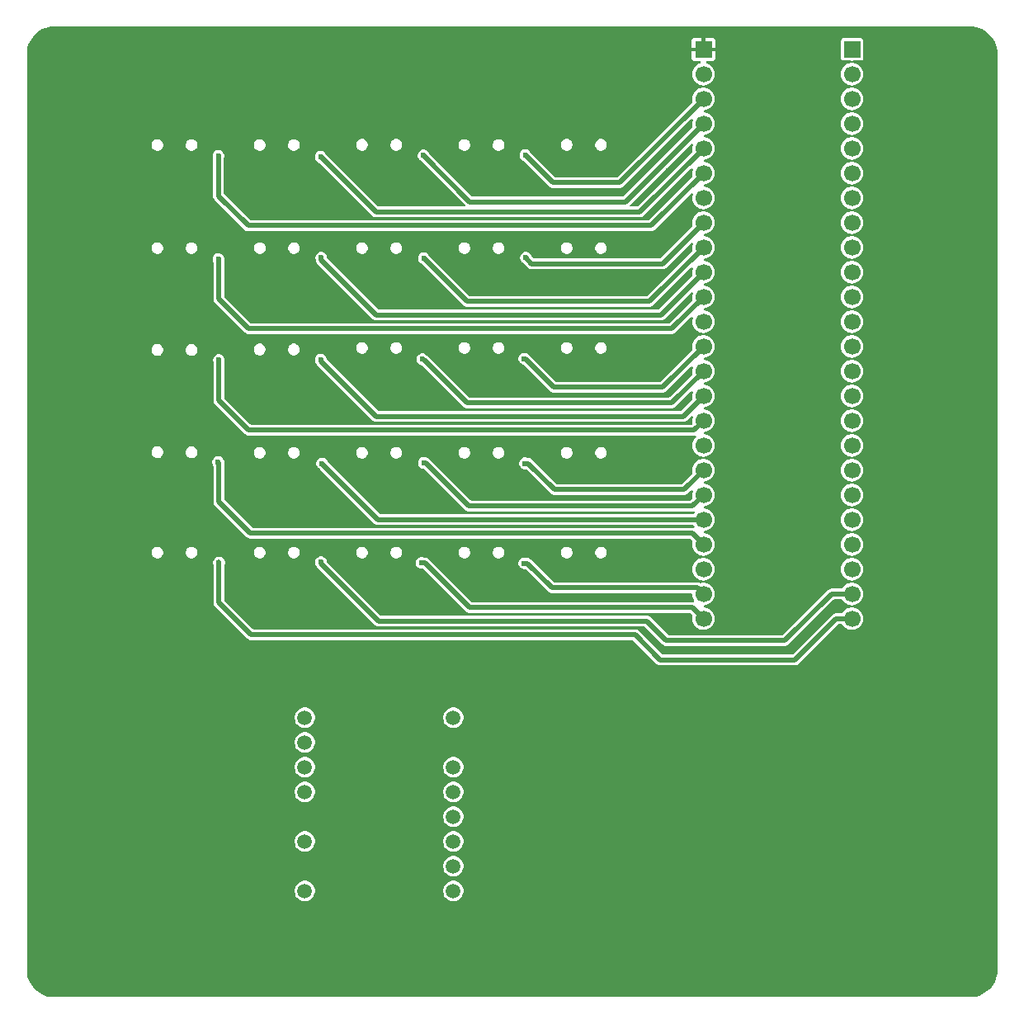
<source format=gbr>
%TF.GenerationSoftware,KiCad,Pcbnew,9.0.6*%
%TF.CreationDate,2026-02-05T23:01:48+01:00*%
%TF.ProjectId,BrakeoutBoard,4272616b-656f-4757-9442-6f6172642e6b,rev?*%
%TF.SameCoordinates,Original*%
%TF.FileFunction,Copper,L2,Bot*%
%TF.FilePolarity,Positive*%
%FSLAX46Y46*%
G04 Gerber Fmt 4.6, Leading zero omitted, Abs format (unit mm)*
G04 Created by KiCad (PCBNEW 9.0.6) date 2026-02-05 23:01:48*
%MOMM*%
%LPD*%
G01*
G04 APERTURE LIST*
%TA.AperFunction,ComponentPad*%
%ADD10C,0.800000*%
%TD*%
%TA.AperFunction,ComponentPad*%
%ADD11C,6.400000*%
%TD*%
%TA.AperFunction,ComponentPad*%
%ADD12C,1.500000*%
%TD*%
%TA.AperFunction,ComponentPad*%
%ADD13C,1.700000*%
%TD*%
%TA.AperFunction,ComponentPad*%
%ADD14R,1.700000X1.700000*%
%TD*%
%TA.AperFunction,ViaPad*%
%ADD15C,0.600000*%
%TD*%
%TA.AperFunction,Conductor*%
%ADD16C,0.500000*%
%TD*%
G04 APERTURE END LIST*
D10*
%TO.P,H3,1,1*%
%TO.N,GND*%
X88312500Y-143700000D03*
X89015444Y-142002944D03*
X89015444Y-145397056D03*
X90712500Y-141300000D03*
D11*
X90712500Y-143700000D03*
D10*
X90712500Y-146100000D03*
X92409556Y-142002944D03*
X92409556Y-145397056D03*
X93112500Y-143700000D03*
%TD*%
%TO.P,H1,1,1*%
%TO.N,GND*%
X88312500Y-53700000D03*
X89015444Y-52002944D03*
X89015444Y-55397056D03*
X90712500Y-51300000D03*
D11*
X90712500Y-53700000D03*
D10*
X90712500Y-56100000D03*
X92409556Y-52002944D03*
X92409556Y-55397056D03*
X93112500Y-53700000D03*
%TD*%
D12*
%TO.P,U12,2,A*%
%TO.N,Net-(U12-A)*%
X114442500Y-119810000D03*
%TO.P,U12,3,F*%
%TO.N,Net-(U12-F)*%
X114442500Y-122350000D03*
%TO.P,U12,4,CA*%
%TO.N,+3V3*%
X114442500Y-124890000D03*
%TO.P,U12,5,E*%
%TO.N,Net-(U12-E)*%
X114442500Y-127430000D03*
X114442500Y-132510000D03*
%TO.P,U12,10,DP*%
%TO.N,unconnected-(U12-DP-Pad10)*%
X129682500Y-137590000D03*
%TO.P,U12,11,D*%
%TO.N,Net-(U12-D)*%
X114442500Y-137590000D03*
X129682500Y-135050000D03*
%TO.P,U12,12,CA*%
%TO.N,+3V3*%
X129682500Y-119810000D03*
X129682500Y-132510000D03*
%TO.P,U12,13,C*%
%TO.N,Net-(U12-C)*%
X129682500Y-129970000D03*
%TO.P,U12,14,G*%
%TO.N,Net-(U12-G)*%
X129682500Y-127430000D03*
%TO.P,U12,15,B*%
%TO.N,Net-(U12-B)*%
X129682500Y-124890000D03*
%TD*%
D10*
%TO.P,H4,1,1*%
%TO.N,GND*%
X178312500Y-143700000D03*
X179015444Y-142002944D03*
X179015444Y-145397056D03*
X180712500Y-141300000D03*
D11*
X180712500Y-143700000D03*
D10*
X180712500Y-146100000D03*
X182409556Y-142002944D03*
X182409556Y-145397056D03*
X183112500Y-143700000D03*
%TD*%
%TO.P,H2,1,1*%
%TO.N,GND*%
X178312500Y-53700000D03*
X179015444Y-52002944D03*
X179015444Y-55397056D03*
X180712500Y-51300000D03*
D11*
X180712500Y-53700000D03*
D10*
X180712500Y-56100000D03*
X182409556Y-52002944D03*
X182409556Y-55397056D03*
X183112500Y-53700000D03*
%TD*%
D13*
%TO.P,U11,1,M3*%
%TO.N,/GPIO25*%
X170582500Y-109670000D03*
%TO.P,U11,2,L3*%
%TO.N,/GPIO24*%
X170582500Y-107130000D03*
%TO.P,U11,3,A16*%
%TO.N,Net-(U11-A16)*%
X170582500Y-104590000D03*
%TO.P,U11,4,K3*%
%TO.N,Net-(U11-K3)*%
X170582500Y-102050000D03*
%TO.P,U11,5,C15*%
%TO.N,Net-(U11-C15)*%
X170582500Y-99510000D03*
%TO.P,U11,6,H1*%
%TO.N,Net-(U11-H1)*%
X170582500Y-96970000D03*
%TO.P,U11,7,A15*%
%TO.N,Net-(U11-A15)*%
X170582500Y-94430000D03*
%TO.P,U11,8,B15*%
%TO.N,Net-(U11-B15)*%
X170582500Y-91890000D03*
%TO.P,U11,9,A14*%
%TO.N,Net-(U11-A14)*%
X170582500Y-89350000D03*
%TO.P,U11,10,J3*%
%TO.N,unconnected-(U11-J3-Pad10)*%
X170582500Y-86810000D03*
%TO.P,U11,11,J1*%
%TO.N,unconnected-(U11-J1-Pad11)*%
X170582500Y-84270000D03*
%TO.P,U11,12,K2*%
%TO.N,unconnected-(U11-K2-Pad12)*%
X170582500Y-81730000D03*
%TO.P,U11,13,L1*%
%TO.N,unconnected-(U11-L1-Pad13)*%
X170582500Y-79190000D03*
%TO.P,U11,14,L2*%
%TO.N,unconnected-(U11-L2-Pad14)*%
X170582500Y-76650000D03*
%TO.P,U11,15,AIN15*%
%TO.N,unconnected-(U11-AIN15-Pad15)*%
X170582500Y-74110000D03*
%TO.P,U11,16,AIN16*%
%TO.N,unconnected-(U11-AIN16-Pad16)*%
X170582500Y-71570000D03*
%TO.P,U11,17,M1*%
%TO.N,unconnected-(U11-M1-Pad17)*%
X170582500Y-69030000D03*
%TO.P,U11,18,N3*%
%TO.N,unconnected-(U11-N3-Pad18)*%
X170582500Y-66490000D03*
%TO.P,U11,19,P3*%
%TO.N,unconnected-(U11-P3-Pad19)*%
X170582500Y-63950000D03*
%TO.P,U11,20,M2*%
%TO.N,unconnected-(U11-M2-Pad20)*%
X170582500Y-61410000D03*
%TO.P,U11,21,N1*%
%TO.N,unconnected-(U11-N1-Pad21)*%
X170582500Y-58870000D03*
%TO.P,U11,22,N2*%
%TO.N,unconnected-(U11-N2-Pad22)*%
X170582500Y-56330000D03*
%TO.P,U11,23,P1*%
%TO.N,unconnected-(U11-P1-Pad23)*%
X170582500Y-53790000D03*
D14*
%TO.P,U11,24,+5V*%
%TO.N,+5V*%
X170582500Y-51250000D03*
%TO.P,U11,25,GND*%
%TO.N,GND*%
X155342500Y-51250000D03*
D13*
%TO.P,U11,26,R3*%
%TO.N,/GPIO1*%
X155342500Y-53790000D03*
%TO.P,U11,27,T3*%
%TO.N,/GPIO2*%
X155342500Y-56330000D03*
%TO.P,U11,28,R2*%
%TO.N,/GPIO3*%
X155342500Y-58870000D03*
%TO.P,U11,29,T1*%
%TO.N,/GPIO4*%
X155342500Y-61410000D03*
%TO.P,U11,30,T2*%
%TO.N,/GPIO5*%
X155342500Y-63950000D03*
%TO.P,U11,31,U1*%
%TO.N,/GPIO6*%
X155342500Y-66490000D03*
%TO.P,U11,32,W2*%
%TO.N,/GPIO7*%
X155342500Y-69030000D03*
%TO.P,U11,33,V2*%
%TO.N,/GPIO8*%
X155342500Y-71570000D03*
%TO.P,U11,34,W3*%
%TO.N,/GPIO9*%
X155342500Y-74110000D03*
%TO.P,U11,35,V3*%
%TO.N,/GPIO10*%
X155342500Y-76650000D03*
%TO.P,U11,36,W5*%
%TO.N,/GPIO11*%
X155342500Y-79190000D03*
%TO.P,U11,37,V4*%
%TO.N,/GPIO12*%
X155342500Y-81730000D03*
%TO.P,U11,38,U4*%
%TO.N,/GPIO13*%
X155342500Y-84270000D03*
%TO.P,U11,39,V5*%
%TO.N,/GPIO14*%
X155342500Y-86810000D03*
%TO.P,U11,40,W4*%
%TO.N,/GPIO15*%
X155342500Y-89350000D03*
%TO.P,U11,41,U5*%
%TO.N,/GPIO16*%
X155342500Y-91890000D03*
%TO.P,U11,42,U2*%
%TO.N,/GPIO17*%
X155342500Y-94430000D03*
%TO.P,U11,43,W6*%
%TO.N,/GPIO18*%
X155342500Y-96970000D03*
%TO.P,U11,44,U3*%
%TO.N,/GPIO19*%
X155342500Y-99510000D03*
%TO.P,U11,45,U7*%
%TO.N,/GPIO20*%
X155342500Y-102050000D03*
%TO.P,U11,46,W7*%
%TO.N,/GPIO21*%
X155342500Y-104590000D03*
%TO.P,U11,47,U8*%
%TO.N,/GPIO22*%
X155342500Y-107130000D03*
%TO.P,U11,48,V8*%
%TO.N,/GPIO23*%
X155342500Y-109670000D03*
%TD*%
D15*
%TO.N,GND*%
X131212500Y-62700000D03*
X116962500Y-78450000D03*
X91712500Y-112450000D03*
X133350000Y-65925000D03*
X133362500Y-97325000D03*
X90212500Y-88450000D03*
X158962500Y-126200000D03*
X110212500Y-83450000D03*
X101750000Y-107725000D03*
X119212500Y-72700000D03*
X133350000Y-107525000D03*
X134412500Y-105537500D03*
X176712500Y-73450000D03*
X158112500Y-59400000D03*
X144812500Y-84537500D03*
X101762500Y-97325000D03*
X160612500Y-60100000D03*
X175962500Y-60200000D03*
X112350000Y-107525000D03*
X113212500Y-105537500D03*
X112362500Y-97325000D03*
X117212500Y-67950000D03*
X130962500Y-93950000D03*
X143750000Y-76125000D03*
X134212500Y-74337500D03*
X104212500Y-67950000D03*
X102812500Y-105537500D03*
X113212500Y-95337500D03*
X104962500Y-139950000D03*
X101750000Y-76325000D03*
X102812500Y-74337500D03*
X123812500Y-95337500D03*
X134212500Y-84537500D03*
X113212500Y-74337500D03*
X175462500Y-117200000D03*
X144812500Y-63737500D03*
X160912500Y-62900000D03*
X112462500Y-50700000D03*
X158962500Y-121200000D03*
X159800000Y-99400000D03*
X183462500Y-64950000D03*
X122762500Y-97125000D03*
X132962500Y-53950000D03*
X112350000Y-65925000D03*
X109962500Y-62700000D03*
X109712500Y-72950000D03*
X141712500Y-83450000D03*
X119712500Y-119450000D03*
X123812500Y-105537500D03*
X143762500Y-97325000D03*
X113312500Y-63737500D03*
X112350000Y-76325000D03*
X123712500Y-115200000D03*
X123812500Y-63737500D03*
X131212500Y-83200000D03*
X144812500Y-74337500D03*
X102812500Y-63737500D03*
X164962500Y-128700000D03*
X149462500Y-81950000D03*
X91962500Y-83200000D03*
X122750000Y-76125000D03*
X100962500Y-92950000D03*
X160612500Y-59000000D03*
X104712500Y-99700000D03*
X134212500Y-95337500D03*
X122750000Y-65925000D03*
X162612500Y-112900000D03*
X134312500Y-63737500D03*
X90212500Y-66200000D03*
X120462500Y-83450000D03*
X116962500Y-99200000D03*
X123812500Y-74337500D03*
X143750000Y-86725000D03*
X144812500Y-95337500D03*
X120462500Y-62700000D03*
X110462500Y-93950000D03*
X100712500Y-71950000D03*
X133350000Y-76325000D03*
X104462500Y-89200000D03*
X160000000Y-71700000D03*
X101750000Y-86925000D03*
X133350000Y-86725000D03*
X101750000Y-65925000D03*
X160912500Y-55900000D03*
X102812500Y-84737500D03*
X122750000Y-107525000D03*
X91462500Y-97200000D03*
X122950000Y-86725000D03*
X143750000Y-65925000D03*
X144812500Y-105537500D03*
X146462500Y-56700000D03*
X151712500Y-63700000D03*
X144712500Y-132450000D03*
X139712500Y-120950000D03*
X127462500Y-66450000D03*
X167300000Y-85700000D03*
X112400000Y-86725000D03*
X102812500Y-95337500D03*
X123812500Y-84537500D03*
X177712500Y-82450000D03*
X113212500Y-84737500D03*
X103212500Y-55700000D03*
X180712500Y-131950000D03*
X142962500Y-61450000D03*
X143950000Y-107525000D03*
%TO.N,/GPIO2*%
X137062500Y-62087500D03*
%TO.N,/GPIO3*%
X126612500Y-62137500D03*
%TO.N,/GPIO4*%
X116075000Y-62275000D03*
%TO.N,/GPIO5*%
X105575000Y-62175000D03*
%TO.N,/GPIO7*%
X137112500Y-72637500D03*
%TO.N,/GPIO8*%
X126662500Y-72687500D03*
%TO.N,/GPIO9*%
X116112500Y-72637500D03*
%TO.N,/GPIO10*%
X105575000Y-72775000D03*
%TO.N,/GPIO12*%
X136962500Y-82987500D03*
%TO.N,/GPIO13*%
X126512500Y-83037500D03*
%TO.N,/GPIO14*%
X116062500Y-83087500D03*
%TO.N,/GPIO15*%
X105612500Y-83137500D03*
%TO.N,/GPIO17*%
X137025000Y-93725000D03*
%TO.N,/GPIO18*%
X126662500Y-93687500D03*
%TO.N,/GPIO19*%
X116212500Y-93737500D03*
%TO.N,/GPIO20*%
X105550000Y-93600000D03*
%TO.N,/GPIO22*%
X136962500Y-103987500D03*
%TO.N,/GPIO23*%
X126412500Y-103937500D03*
%TO.N,/GPIO24*%
X116095000Y-103855000D03*
%TO.N,/GPIO25*%
X105637500Y-103912500D03*
%TD*%
D16*
%TO.N,/GPIO17*%
X140050000Y-96400000D02*
X153372500Y-96400000D01*
X153372500Y-96400000D02*
X155342500Y-94430000D01*
X137375000Y-93725000D02*
X140050000Y-96400000D01*
X137025000Y-93725000D02*
X137375000Y-93725000D01*
%TO.N,/GPIO18*%
X154212500Y-98100000D02*
X155342500Y-96970000D01*
X131250000Y-98100000D02*
X154212500Y-98100000D01*
X126837500Y-93687500D02*
X131250000Y-98100000D01*
X126662500Y-93687500D02*
X126837500Y-93687500D01*
%TO.N,/GPIO20*%
X154192500Y-100900000D02*
X155342500Y-102050000D01*
X108850000Y-100900000D02*
X154192500Y-100900000D01*
X105612500Y-97662500D02*
X108850000Y-100900000D01*
X105612500Y-93662500D02*
X105612500Y-97662500D01*
X105550000Y-93600000D02*
X105612500Y-93662500D01*
%TO.N,/GPIO19*%
X155332500Y-99500000D02*
X155342500Y-99510000D01*
X121975000Y-99500000D02*
X155332500Y-99500000D01*
X116212500Y-93737500D02*
X121975000Y-99500000D01*
%TO.N,/GPIO23*%
X154172500Y-108500000D02*
X155342500Y-109670000D01*
X131312500Y-108500000D02*
X154172500Y-108500000D01*
X126750000Y-103937500D02*
X131312500Y-108500000D01*
X126412500Y-103937500D02*
X126750000Y-103937500D01*
%TO.N,/GPIO22*%
X154712500Y-106500000D02*
X155342500Y-107130000D01*
X139812500Y-106500000D02*
X154712500Y-106500000D01*
X137300000Y-103987500D02*
X139812500Y-106500000D01*
X136962500Y-103987500D02*
X137300000Y-103987500D01*
%TO.N,/GPIO2*%
X146772500Y-64900000D02*
X155342500Y-56330000D01*
X139875000Y-64900000D02*
X146772500Y-64900000D01*
X137062500Y-62087500D02*
X139875000Y-64900000D01*
%TO.N,/GPIO3*%
X126612500Y-62137500D02*
X131375000Y-66900000D01*
X147312500Y-66900000D02*
X155342500Y-58870000D01*
X131375000Y-66900000D02*
X147312500Y-66900000D01*
%TO.N,/GPIO4*%
X121737500Y-67937500D02*
X148815000Y-67937500D01*
X116075000Y-62275000D02*
X121737500Y-67937500D01*
X148815000Y-67937500D02*
X155342500Y-61410000D01*
%TO.N,/GPIO5*%
X105575000Y-62175000D02*
X105575000Y-66300000D01*
X105575000Y-66300000D02*
X108612500Y-69337500D01*
X108612500Y-69337500D02*
X149955000Y-69337500D01*
X149955000Y-69337500D02*
X155342500Y-63950000D01*
%TO.N,/GPIO7*%
X151135000Y-73237500D02*
X155342500Y-69030000D01*
X137112500Y-72637500D02*
X137712500Y-73237500D01*
X137712500Y-73237500D02*
X151135000Y-73237500D01*
%TO.N,/GPIO8*%
X149812500Y-77100000D02*
X155342500Y-71570000D01*
X126650000Y-72700000D02*
X131050000Y-77100000D01*
X131050000Y-77100000D02*
X149812500Y-77100000D01*
%TO.N,/GPIO9*%
X121775000Y-78500000D02*
X150952500Y-78500000D01*
X150952500Y-78500000D02*
X155342500Y-74110000D01*
X116112500Y-72837500D02*
X121775000Y-78500000D01*
%TO.N,/GPIO10*%
X105612500Y-72737500D02*
X105612500Y-76862500D01*
X105612500Y-76862500D02*
X108650000Y-79900000D01*
X152092500Y-79900000D02*
X155342500Y-76650000D01*
X108650000Y-79900000D02*
X152092500Y-79900000D01*
%TO.N,/GPIO12*%
X151172500Y-85900000D02*
X155342500Y-81730000D01*
X137100000Y-83050000D02*
X139950000Y-85900000D01*
X139950000Y-85900000D02*
X151172500Y-85900000D01*
%TO.N,/GPIO13*%
X131050000Y-87500000D02*
X152112500Y-87500000D01*
X152112500Y-87500000D02*
X155342500Y-84270000D01*
X126650000Y-83100000D02*
X131050000Y-87500000D01*
%TO.N,/GPIO14*%
X153252500Y-88900000D02*
X155342500Y-86810000D01*
X121775000Y-88900000D02*
X153252500Y-88900000D01*
X116112500Y-83237500D02*
X121775000Y-88900000D01*
%TO.N,/GPIO15*%
X108650000Y-90300000D02*
X154392500Y-90300000D01*
X154392500Y-90300000D02*
X155342500Y-89350000D01*
X105612500Y-87262500D02*
X108650000Y-90300000D01*
X105612500Y-83137500D02*
X105612500Y-87262500D01*
%TO.N,/GPIO24*%
X151512500Y-111900000D02*
X163712500Y-111900000D01*
X122037500Y-109900000D02*
X149512500Y-109900000D01*
X149512500Y-109900000D02*
X151512500Y-111900000D01*
X163712500Y-111900000D02*
X168482500Y-107130000D01*
X168482500Y-107130000D02*
X170582500Y-107130000D01*
X116112500Y-103975000D02*
X122037500Y-109900000D01*
%TO.N,/GPIO25*%
X150912500Y-113900000D02*
X164712500Y-113900000D01*
X105612500Y-108000000D02*
X108912500Y-111300000D01*
X148312500Y-111300000D02*
X150912500Y-113900000D01*
X108912500Y-111300000D02*
X148312500Y-111300000D01*
X105612500Y-103875000D02*
X105612500Y-108000000D01*
X164712500Y-113900000D02*
X168942500Y-109670000D01*
X168942500Y-109670000D02*
X170582500Y-109670000D01*
%TD*%
%TA.AperFunction,Conductor*%
%TO.N,GND*%
G36*
X154164157Y-60929380D02*
G01*
X154220090Y-60971252D01*
X154244507Y-61036716D01*
X154238755Y-61083878D01*
X154220328Y-61140591D01*
X154192000Y-61319448D01*
X154192000Y-61500551D01*
X154220595Y-61681091D01*
X154211641Y-61750384D01*
X154185803Y-61788170D01*
X148623294Y-67350681D01*
X148561971Y-67384166D01*
X148535613Y-67387000D01*
X147903387Y-67387000D01*
X147836348Y-67367315D01*
X147790593Y-67314511D01*
X147780649Y-67245353D01*
X147809674Y-67181797D01*
X147815706Y-67175319D01*
X149250526Y-65740499D01*
X154033144Y-60957879D01*
X154094465Y-60924396D01*
X154164157Y-60929380D01*
G37*
%TD.AperFunction*%
%TA.AperFunction,Conductor*%
G36*
X182715972Y-48900695D02*
G01*
X183019003Y-48917713D01*
X183032801Y-48919267D01*
X183328580Y-48969522D01*
X183342136Y-48972616D01*
X183630427Y-49055672D01*
X183643551Y-49060265D01*
X183920722Y-49175072D01*
X183933244Y-49181101D01*
X184135684Y-49292986D01*
X184195828Y-49326227D01*
X184207602Y-49333625D01*
X184452289Y-49507239D01*
X184463157Y-49515907D01*
X184686852Y-49715815D01*
X184696684Y-49725647D01*
X184896592Y-49949342D01*
X184905263Y-49960214D01*
X185078874Y-50204897D01*
X185086272Y-50216671D01*
X185231394Y-50479248D01*
X185237427Y-50491777D01*
X185352234Y-50768948D01*
X185356827Y-50782072D01*
X185439883Y-51070363D01*
X185442977Y-51083920D01*
X185493230Y-51379688D01*
X185494787Y-51393506D01*
X185511805Y-51696527D01*
X185512000Y-51703480D01*
X185512000Y-145696519D01*
X185511805Y-145703472D01*
X185494787Y-146006493D01*
X185493230Y-146020311D01*
X185442977Y-146316079D01*
X185439883Y-146329636D01*
X185356827Y-146617927D01*
X185352234Y-146631051D01*
X185237427Y-146908222D01*
X185231394Y-146920751D01*
X185086272Y-147183328D01*
X185078874Y-147195102D01*
X184905263Y-147439785D01*
X184896592Y-147450657D01*
X184696684Y-147674352D01*
X184686852Y-147684184D01*
X184463157Y-147884092D01*
X184452285Y-147892763D01*
X184207602Y-148066374D01*
X184195828Y-148073772D01*
X183933251Y-148218894D01*
X183920722Y-148224927D01*
X183643551Y-148339734D01*
X183630427Y-148344327D01*
X183342136Y-148427383D01*
X183328579Y-148430477D01*
X183032811Y-148480730D01*
X183018993Y-148482287D01*
X182715972Y-148499305D01*
X182709019Y-148499500D01*
X88715981Y-148499500D01*
X88709028Y-148499305D01*
X88406006Y-148482287D01*
X88392188Y-148480730D01*
X88096420Y-148430477D01*
X88082863Y-148427383D01*
X87794572Y-148344327D01*
X87781448Y-148339734D01*
X87504277Y-148224927D01*
X87491748Y-148218894D01*
X87229171Y-148073772D01*
X87217397Y-148066374D01*
X86972714Y-147892763D01*
X86961842Y-147884092D01*
X86738147Y-147684184D01*
X86728315Y-147674352D01*
X86528407Y-147450657D01*
X86519736Y-147439785D01*
X86346125Y-147195102D01*
X86338727Y-147183328D01*
X86193605Y-146920751D01*
X86187572Y-146908222D01*
X86072765Y-146631051D01*
X86068172Y-146617927D01*
X85985116Y-146329636D01*
X85982022Y-146316079D01*
X85962530Y-146201356D01*
X85931767Y-146020301D01*
X85930213Y-146006503D01*
X85913195Y-145703472D01*
X85913000Y-145696519D01*
X85913000Y-137486530D01*
X113392000Y-137486530D01*
X113392000Y-137693469D01*
X113432368Y-137896412D01*
X113432370Y-137896420D01*
X113511558Y-138087596D01*
X113626524Y-138259657D01*
X113772842Y-138405975D01*
X113772845Y-138405977D01*
X113944902Y-138520941D01*
X114136080Y-138600130D01*
X114339030Y-138640499D01*
X114339034Y-138640500D01*
X114339035Y-138640500D01*
X114545966Y-138640500D01*
X114545967Y-138640499D01*
X114748920Y-138600130D01*
X114940098Y-138520941D01*
X115112155Y-138405977D01*
X115258477Y-138259655D01*
X115373441Y-138087598D01*
X115452630Y-137896420D01*
X115493000Y-137693465D01*
X115493000Y-137486535D01*
X115492999Y-137486530D01*
X128632000Y-137486530D01*
X128632000Y-137693469D01*
X128672368Y-137896412D01*
X128672370Y-137896420D01*
X128751558Y-138087596D01*
X128866524Y-138259657D01*
X129012842Y-138405975D01*
X129012845Y-138405977D01*
X129184902Y-138520941D01*
X129376080Y-138600130D01*
X129579030Y-138640499D01*
X129579034Y-138640500D01*
X129579035Y-138640500D01*
X129785966Y-138640500D01*
X129785967Y-138640499D01*
X129988920Y-138600130D01*
X130180098Y-138520941D01*
X130352155Y-138405977D01*
X130498477Y-138259655D01*
X130613441Y-138087598D01*
X130692630Y-137896420D01*
X130733000Y-137693465D01*
X130733000Y-137486535D01*
X130692630Y-137283580D01*
X130613441Y-137092402D01*
X130498477Y-136920345D01*
X130498475Y-136920342D01*
X130352157Y-136774024D01*
X130266126Y-136716541D01*
X130180098Y-136659059D01*
X129988920Y-136579870D01*
X129988912Y-136579868D01*
X129785969Y-136539500D01*
X129785965Y-136539500D01*
X129579035Y-136539500D01*
X129579030Y-136539500D01*
X129376087Y-136579868D01*
X129376079Y-136579870D01*
X129184903Y-136659058D01*
X129012842Y-136774024D01*
X128866524Y-136920342D01*
X128751558Y-137092403D01*
X128672370Y-137283579D01*
X128672368Y-137283587D01*
X128632000Y-137486530D01*
X115492999Y-137486530D01*
X115452630Y-137283580D01*
X115373441Y-137092402D01*
X115258477Y-136920345D01*
X115258475Y-136920342D01*
X115112157Y-136774024D01*
X115026126Y-136716541D01*
X114940098Y-136659059D01*
X114748920Y-136579870D01*
X114748912Y-136579868D01*
X114545969Y-136539500D01*
X114545965Y-136539500D01*
X114339035Y-136539500D01*
X114339030Y-136539500D01*
X114136087Y-136579868D01*
X114136079Y-136579870D01*
X113944903Y-136659058D01*
X113772842Y-136774024D01*
X113626524Y-136920342D01*
X113511558Y-137092403D01*
X113432370Y-137283579D01*
X113432368Y-137283587D01*
X113392000Y-137486530D01*
X85913000Y-137486530D01*
X85913000Y-134946530D01*
X128632000Y-134946530D01*
X128632000Y-135153469D01*
X128672368Y-135356412D01*
X128672370Y-135356420D01*
X128751558Y-135547596D01*
X128866524Y-135719657D01*
X129012842Y-135865975D01*
X129012845Y-135865977D01*
X129184902Y-135980941D01*
X129376080Y-136060130D01*
X129579030Y-136100499D01*
X129579034Y-136100500D01*
X129579035Y-136100500D01*
X129785966Y-136100500D01*
X129785967Y-136100499D01*
X129988920Y-136060130D01*
X130180098Y-135980941D01*
X130352155Y-135865977D01*
X130498477Y-135719655D01*
X130613441Y-135547598D01*
X130692630Y-135356420D01*
X130733000Y-135153465D01*
X130733000Y-134946535D01*
X130692630Y-134743580D01*
X130613441Y-134552402D01*
X130498477Y-134380345D01*
X130498475Y-134380342D01*
X130352157Y-134234024D01*
X130266126Y-134176541D01*
X130180098Y-134119059D01*
X129988920Y-134039870D01*
X129988912Y-134039868D01*
X129785969Y-133999500D01*
X129785965Y-133999500D01*
X129579035Y-133999500D01*
X129579030Y-133999500D01*
X129376087Y-134039868D01*
X129376079Y-134039870D01*
X129184903Y-134119058D01*
X129012842Y-134234024D01*
X128866524Y-134380342D01*
X128751558Y-134552403D01*
X128672370Y-134743579D01*
X128672368Y-134743587D01*
X128632000Y-134946530D01*
X85913000Y-134946530D01*
X85913000Y-132406530D01*
X113392000Y-132406530D01*
X113392000Y-132613469D01*
X113432368Y-132816412D01*
X113432370Y-132816420D01*
X113511558Y-133007596D01*
X113626524Y-133179657D01*
X113772842Y-133325975D01*
X113772845Y-133325977D01*
X113944902Y-133440941D01*
X114136080Y-133520130D01*
X114339030Y-133560499D01*
X114339034Y-133560500D01*
X114339035Y-133560500D01*
X114545966Y-133560500D01*
X114545967Y-133560499D01*
X114748920Y-133520130D01*
X114940098Y-133440941D01*
X115112155Y-133325977D01*
X115258477Y-133179655D01*
X115373441Y-133007598D01*
X115452630Y-132816420D01*
X115493000Y-132613465D01*
X115493000Y-132406535D01*
X115492999Y-132406530D01*
X128632000Y-132406530D01*
X128632000Y-132613469D01*
X128672368Y-132816412D01*
X128672370Y-132816420D01*
X128751558Y-133007596D01*
X128866524Y-133179657D01*
X129012842Y-133325975D01*
X129012845Y-133325977D01*
X129184902Y-133440941D01*
X129376080Y-133520130D01*
X129579030Y-133560499D01*
X129579034Y-133560500D01*
X129579035Y-133560500D01*
X129785966Y-133560500D01*
X129785967Y-133560499D01*
X129988920Y-133520130D01*
X130180098Y-133440941D01*
X130352155Y-133325977D01*
X130498477Y-133179655D01*
X130613441Y-133007598D01*
X130692630Y-132816420D01*
X130733000Y-132613465D01*
X130733000Y-132406535D01*
X130692630Y-132203580D01*
X130613441Y-132012402D01*
X130498477Y-131840345D01*
X130498475Y-131840342D01*
X130352157Y-131694024D01*
X130266126Y-131636541D01*
X130180098Y-131579059D01*
X129988920Y-131499870D01*
X129988912Y-131499868D01*
X129785969Y-131459500D01*
X129785965Y-131459500D01*
X129579035Y-131459500D01*
X129579030Y-131459500D01*
X129376087Y-131499868D01*
X129376079Y-131499870D01*
X129184903Y-131579058D01*
X129012842Y-131694024D01*
X128866524Y-131840342D01*
X128751558Y-132012403D01*
X128672370Y-132203579D01*
X128672368Y-132203587D01*
X128632000Y-132406530D01*
X115492999Y-132406530D01*
X115452630Y-132203580D01*
X115373441Y-132012402D01*
X115258477Y-131840345D01*
X115258475Y-131840342D01*
X115112157Y-131694024D01*
X115026126Y-131636541D01*
X114940098Y-131579059D01*
X114748920Y-131499870D01*
X114748912Y-131499868D01*
X114545969Y-131459500D01*
X114545965Y-131459500D01*
X114339035Y-131459500D01*
X114339030Y-131459500D01*
X114136087Y-131499868D01*
X114136079Y-131499870D01*
X113944903Y-131579058D01*
X113772842Y-131694024D01*
X113626524Y-131840342D01*
X113511558Y-132012403D01*
X113432370Y-132203579D01*
X113432368Y-132203587D01*
X113392000Y-132406530D01*
X85913000Y-132406530D01*
X85913000Y-129866530D01*
X128632000Y-129866530D01*
X128632000Y-130073469D01*
X128672368Y-130276412D01*
X128672370Y-130276420D01*
X128751558Y-130467596D01*
X128866524Y-130639657D01*
X129012842Y-130785975D01*
X129012845Y-130785977D01*
X129184902Y-130900941D01*
X129376080Y-130980130D01*
X129579030Y-131020499D01*
X129579034Y-131020500D01*
X129579035Y-131020500D01*
X129785966Y-131020500D01*
X129785967Y-131020499D01*
X129988920Y-130980130D01*
X130180098Y-130900941D01*
X130352155Y-130785977D01*
X130498477Y-130639655D01*
X130613441Y-130467598D01*
X130692630Y-130276420D01*
X130733000Y-130073465D01*
X130733000Y-129866535D01*
X130692630Y-129663580D01*
X130613441Y-129472402D01*
X130498477Y-129300345D01*
X130498475Y-129300342D01*
X130352157Y-129154024D01*
X130266126Y-129096541D01*
X130180098Y-129039059D01*
X129988920Y-128959870D01*
X129988912Y-128959868D01*
X129785969Y-128919500D01*
X129785965Y-128919500D01*
X129579035Y-128919500D01*
X129579030Y-128919500D01*
X129376087Y-128959868D01*
X129376079Y-128959870D01*
X129184903Y-129039058D01*
X129012842Y-129154024D01*
X128866524Y-129300342D01*
X128751558Y-129472403D01*
X128672370Y-129663579D01*
X128672368Y-129663587D01*
X128632000Y-129866530D01*
X85913000Y-129866530D01*
X85913000Y-127326530D01*
X113392000Y-127326530D01*
X113392000Y-127533469D01*
X113432368Y-127736412D01*
X113432370Y-127736420D01*
X113511558Y-127927596D01*
X113626524Y-128099657D01*
X113772842Y-128245975D01*
X113772845Y-128245977D01*
X113944902Y-128360941D01*
X114136080Y-128440130D01*
X114339030Y-128480499D01*
X114339034Y-128480500D01*
X114339035Y-128480500D01*
X114545966Y-128480500D01*
X114545967Y-128480499D01*
X114748920Y-128440130D01*
X114940098Y-128360941D01*
X115112155Y-128245977D01*
X115258477Y-128099655D01*
X115373441Y-127927598D01*
X115452630Y-127736420D01*
X115493000Y-127533465D01*
X115493000Y-127326535D01*
X115492999Y-127326530D01*
X128632000Y-127326530D01*
X128632000Y-127533469D01*
X128672368Y-127736412D01*
X128672370Y-127736420D01*
X128751558Y-127927596D01*
X128866524Y-128099657D01*
X129012842Y-128245975D01*
X129012845Y-128245977D01*
X129184902Y-128360941D01*
X129376080Y-128440130D01*
X129579030Y-128480499D01*
X129579034Y-128480500D01*
X129579035Y-128480500D01*
X129785966Y-128480500D01*
X129785967Y-128480499D01*
X129988920Y-128440130D01*
X130180098Y-128360941D01*
X130352155Y-128245977D01*
X130498477Y-128099655D01*
X130613441Y-127927598D01*
X130692630Y-127736420D01*
X130733000Y-127533465D01*
X130733000Y-127326535D01*
X130692630Y-127123580D01*
X130613441Y-126932402D01*
X130498477Y-126760345D01*
X130498475Y-126760342D01*
X130352157Y-126614024D01*
X130266126Y-126556541D01*
X130180098Y-126499059D01*
X129988920Y-126419870D01*
X129988912Y-126419868D01*
X129785969Y-126379500D01*
X129785965Y-126379500D01*
X129579035Y-126379500D01*
X129579030Y-126379500D01*
X129376087Y-126419868D01*
X129376079Y-126419870D01*
X129184903Y-126499058D01*
X129012842Y-126614024D01*
X128866524Y-126760342D01*
X128751558Y-126932403D01*
X128672370Y-127123579D01*
X128672368Y-127123587D01*
X128632000Y-127326530D01*
X115492999Y-127326530D01*
X115452630Y-127123580D01*
X115373441Y-126932402D01*
X115258477Y-126760345D01*
X115258475Y-126760342D01*
X115112157Y-126614024D01*
X115026126Y-126556541D01*
X114940098Y-126499059D01*
X114748920Y-126419870D01*
X114748912Y-126419868D01*
X114545969Y-126379500D01*
X114545965Y-126379500D01*
X114339035Y-126379500D01*
X114339030Y-126379500D01*
X114136087Y-126419868D01*
X114136079Y-126419870D01*
X113944903Y-126499058D01*
X113772842Y-126614024D01*
X113626524Y-126760342D01*
X113511558Y-126932403D01*
X113432370Y-127123579D01*
X113432368Y-127123587D01*
X113392000Y-127326530D01*
X85913000Y-127326530D01*
X85913000Y-124786530D01*
X113392000Y-124786530D01*
X113392000Y-124993469D01*
X113432368Y-125196412D01*
X113432370Y-125196420D01*
X113511558Y-125387596D01*
X113626524Y-125559657D01*
X113772842Y-125705975D01*
X113772845Y-125705977D01*
X113944902Y-125820941D01*
X114136080Y-125900130D01*
X114339030Y-125940499D01*
X114339034Y-125940500D01*
X114339035Y-125940500D01*
X114545966Y-125940500D01*
X114545967Y-125940499D01*
X114748920Y-125900130D01*
X114940098Y-125820941D01*
X115112155Y-125705977D01*
X115258477Y-125559655D01*
X115373441Y-125387598D01*
X115452630Y-125196420D01*
X115493000Y-124993465D01*
X115493000Y-124786535D01*
X115492999Y-124786530D01*
X128632000Y-124786530D01*
X128632000Y-124993469D01*
X128672368Y-125196412D01*
X128672370Y-125196420D01*
X128751558Y-125387596D01*
X128866524Y-125559657D01*
X129012842Y-125705975D01*
X129012845Y-125705977D01*
X129184902Y-125820941D01*
X129376080Y-125900130D01*
X129579030Y-125940499D01*
X129579034Y-125940500D01*
X129579035Y-125940500D01*
X129785966Y-125940500D01*
X129785967Y-125940499D01*
X129988920Y-125900130D01*
X130180098Y-125820941D01*
X130352155Y-125705977D01*
X130498477Y-125559655D01*
X130613441Y-125387598D01*
X130692630Y-125196420D01*
X130733000Y-124993465D01*
X130733000Y-124786535D01*
X130692630Y-124583580D01*
X130613441Y-124392402D01*
X130498477Y-124220345D01*
X130498475Y-124220342D01*
X130352157Y-124074024D01*
X130266126Y-124016541D01*
X130180098Y-123959059D01*
X129988920Y-123879870D01*
X129988912Y-123879868D01*
X129785969Y-123839500D01*
X129785965Y-123839500D01*
X129579035Y-123839500D01*
X129579030Y-123839500D01*
X129376087Y-123879868D01*
X129376079Y-123879870D01*
X129184903Y-123959058D01*
X129012842Y-124074024D01*
X128866524Y-124220342D01*
X128751558Y-124392403D01*
X128672370Y-124583579D01*
X128672368Y-124583587D01*
X128632000Y-124786530D01*
X115492999Y-124786530D01*
X115452630Y-124583580D01*
X115373441Y-124392402D01*
X115258477Y-124220345D01*
X115258475Y-124220342D01*
X115112157Y-124074024D01*
X115026126Y-124016541D01*
X114940098Y-123959059D01*
X114748920Y-123879870D01*
X114748912Y-123879868D01*
X114545969Y-123839500D01*
X114545965Y-123839500D01*
X114339035Y-123839500D01*
X114339030Y-123839500D01*
X114136087Y-123879868D01*
X114136079Y-123879870D01*
X113944903Y-123959058D01*
X113772842Y-124074024D01*
X113626524Y-124220342D01*
X113511558Y-124392403D01*
X113432370Y-124583579D01*
X113432368Y-124583587D01*
X113392000Y-124786530D01*
X85913000Y-124786530D01*
X85913000Y-122246530D01*
X113392000Y-122246530D01*
X113392000Y-122453469D01*
X113432368Y-122656412D01*
X113432370Y-122656420D01*
X113511558Y-122847596D01*
X113626524Y-123019657D01*
X113772842Y-123165975D01*
X113772845Y-123165977D01*
X113944902Y-123280941D01*
X114136080Y-123360130D01*
X114339030Y-123400499D01*
X114339034Y-123400500D01*
X114339035Y-123400500D01*
X114545966Y-123400500D01*
X114545967Y-123400499D01*
X114748920Y-123360130D01*
X114940098Y-123280941D01*
X115112155Y-123165977D01*
X115258477Y-123019655D01*
X115373441Y-122847598D01*
X115452630Y-122656420D01*
X115493000Y-122453465D01*
X115493000Y-122246535D01*
X115452630Y-122043580D01*
X115373441Y-121852402D01*
X115258477Y-121680345D01*
X115258475Y-121680342D01*
X115112157Y-121534024D01*
X115026126Y-121476541D01*
X114940098Y-121419059D01*
X114748920Y-121339870D01*
X114748912Y-121339868D01*
X114545969Y-121299500D01*
X114545965Y-121299500D01*
X114339035Y-121299500D01*
X114339030Y-121299500D01*
X114136087Y-121339868D01*
X114136079Y-121339870D01*
X113944903Y-121419058D01*
X113772842Y-121534024D01*
X113626524Y-121680342D01*
X113511558Y-121852403D01*
X113432370Y-122043579D01*
X113432368Y-122043587D01*
X113392000Y-122246530D01*
X85913000Y-122246530D01*
X85913000Y-119706530D01*
X113392000Y-119706530D01*
X113392000Y-119913469D01*
X113432368Y-120116412D01*
X113432370Y-120116420D01*
X113511558Y-120307596D01*
X113626524Y-120479657D01*
X113772842Y-120625975D01*
X113772845Y-120625977D01*
X113944902Y-120740941D01*
X114136080Y-120820130D01*
X114339030Y-120860499D01*
X114339034Y-120860500D01*
X114339035Y-120860500D01*
X114545966Y-120860500D01*
X114545967Y-120860499D01*
X114748920Y-120820130D01*
X114940098Y-120740941D01*
X115112155Y-120625977D01*
X115258477Y-120479655D01*
X115373441Y-120307598D01*
X115452630Y-120116420D01*
X115493000Y-119913465D01*
X115493000Y-119706535D01*
X115492999Y-119706530D01*
X128632000Y-119706530D01*
X128632000Y-119913469D01*
X128672368Y-120116412D01*
X128672370Y-120116420D01*
X128751558Y-120307596D01*
X128866524Y-120479657D01*
X129012842Y-120625975D01*
X129012845Y-120625977D01*
X129184902Y-120740941D01*
X129376080Y-120820130D01*
X129579030Y-120860499D01*
X129579034Y-120860500D01*
X129579035Y-120860500D01*
X129785966Y-120860500D01*
X129785967Y-120860499D01*
X129988920Y-120820130D01*
X130180098Y-120740941D01*
X130352155Y-120625977D01*
X130498477Y-120479655D01*
X130613441Y-120307598D01*
X130692630Y-120116420D01*
X130733000Y-119913465D01*
X130733000Y-119706535D01*
X130692630Y-119503580D01*
X130613441Y-119312402D01*
X130498477Y-119140345D01*
X130498475Y-119140342D01*
X130352157Y-118994024D01*
X130266126Y-118936541D01*
X130180098Y-118879059D01*
X129988920Y-118799870D01*
X129988912Y-118799868D01*
X129785969Y-118759500D01*
X129785965Y-118759500D01*
X129579035Y-118759500D01*
X129579030Y-118759500D01*
X129376087Y-118799868D01*
X129376079Y-118799870D01*
X129184903Y-118879058D01*
X129012842Y-118994024D01*
X128866524Y-119140342D01*
X128751558Y-119312403D01*
X128672370Y-119503579D01*
X128672368Y-119503587D01*
X128632000Y-119706530D01*
X115492999Y-119706530D01*
X115452630Y-119503580D01*
X115373441Y-119312402D01*
X115258477Y-119140345D01*
X115258475Y-119140342D01*
X115112157Y-118994024D01*
X115026126Y-118936541D01*
X114940098Y-118879059D01*
X114748920Y-118799870D01*
X114748912Y-118799868D01*
X114545969Y-118759500D01*
X114545965Y-118759500D01*
X114339035Y-118759500D01*
X114339030Y-118759500D01*
X114136087Y-118799868D01*
X114136079Y-118799870D01*
X113944903Y-118879058D01*
X113772842Y-118994024D01*
X113626524Y-119140342D01*
X113511558Y-119312403D01*
X113432370Y-119503579D01*
X113432368Y-119503587D01*
X113392000Y-119706530D01*
X85913000Y-119706530D01*
X85913000Y-103833443D01*
X105037000Y-103833443D01*
X105037000Y-103991557D01*
X105043699Y-104016557D01*
X105057775Y-104069090D01*
X105062000Y-104101183D01*
X105062000Y-108072475D01*
X105095155Y-108196211D01*
X105095156Y-108196214D01*
X105099514Y-108212482D01*
X105099517Y-108212488D01*
X105171987Y-108338011D01*
X105171989Y-108338014D01*
X105171990Y-108338015D01*
X108574485Y-111740510D01*
X108700015Y-111812984D01*
X108840025Y-111850500D01*
X108840026Y-111850500D01*
X108984974Y-111850500D01*
X148033113Y-111850500D01*
X148100152Y-111870185D01*
X148120794Y-111886819D01*
X150574485Y-114340510D01*
X150700015Y-114412984D01*
X150840025Y-114450500D01*
X150840028Y-114450500D01*
X164784972Y-114450500D01*
X164784974Y-114450500D01*
X164784975Y-114450500D01*
X164924985Y-114412984D01*
X165050515Y-114340510D01*
X169134206Y-110256819D01*
X169195529Y-110223334D01*
X169221887Y-110220500D01*
X169497183Y-110220500D01*
X169564222Y-110240185D01*
X169597501Y-110271615D01*
X169704941Y-110419494D01*
X169704945Y-110419499D01*
X169833000Y-110547554D01*
X169833005Y-110547558D01*
X169960787Y-110640396D01*
X169979506Y-110653996D01*
X170084984Y-110707740D01*
X170140860Y-110736211D01*
X170140863Y-110736212D01*
X170226976Y-110764191D01*
X170313091Y-110792171D01*
X170395929Y-110805291D01*
X170491949Y-110820500D01*
X170491954Y-110820500D01*
X170673051Y-110820500D01*
X170759759Y-110806765D01*
X170851909Y-110792171D01*
X171024139Y-110736211D01*
X171185494Y-110653996D01*
X171332001Y-110547553D01*
X171460053Y-110419501D01*
X171566496Y-110272994D01*
X171648711Y-110111639D01*
X171704671Y-109939409D01*
X171719265Y-109847259D01*
X171733000Y-109760551D01*
X171733000Y-109579448D01*
X171713999Y-109459489D01*
X171704671Y-109400591D01*
X171648711Y-109228361D01*
X171648711Y-109228360D01*
X171576591Y-109086819D01*
X171566496Y-109067006D01*
X171474592Y-108940510D01*
X171460058Y-108920505D01*
X171460054Y-108920500D01*
X171331999Y-108792445D01*
X171331994Y-108792441D01*
X171185497Y-108686006D01*
X171185496Y-108686005D01*
X171185494Y-108686004D01*
X171133800Y-108659664D01*
X171024139Y-108603788D01*
X171024136Y-108603787D01*
X170851910Y-108547829D01*
X170691821Y-108522473D01*
X170628686Y-108492544D01*
X170591755Y-108433232D01*
X170592753Y-108363370D01*
X170631363Y-108305137D01*
X170691821Y-108277527D01*
X170761925Y-108266422D01*
X170851909Y-108252171D01*
X171024139Y-108196211D01*
X171185494Y-108113996D01*
X171332001Y-108007553D01*
X171460053Y-107879501D01*
X171566496Y-107732994D01*
X171648711Y-107571639D01*
X171704671Y-107399409D01*
X171719265Y-107307259D01*
X171733000Y-107220551D01*
X171733000Y-107039448D01*
X171716519Y-106935397D01*
X171704671Y-106860591D01*
X171648711Y-106688361D01*
X171648711Y-106688360D01*
X171588938Y-106571051D01*
X171566496Y-106527006D01*
X171552896Y-106508287D01*
X171460058Y-106380505D01*
X171460054Y-106380500D01*
X171331999Y-106252445D01*
X171331994Y-106252441D01*
X171185497Y-106146006D01*
X171185496Y-106146005D01*
X171185494Y-106146004D01*
X171133800Y-106119664D01*
X171024139Y-106063788D01*
X171024136Y-106063787D01*
X170851910Y-106007829D01*
X170691821Y-105982473D01*
X170628686Y-105952544D01*
X170591755Y-105893232D01*
X170592753Y-105823370D01*
X170631363Y-105765137D01*
X170691821Y-105737527D01*
X170761925Y-105726422D01*
X170851909Y-105712171D01*
X171024139Y-105656211D01*
X171185494Y-105573996D01*
X171332001Y-105467553D01*
X171460053Y-105339501D01*
X171566496Y-105192994D01*
X171648711Y-105031639D01*
X171704671Y-104859409D01*
X171719265Y-104767259D01*
X171733000Y-104680551D01*
X171733000Y-104499448D01*
X171716519Y-104395397D01*
X171704671Y-104320591D01*
X171648711Y-104148361D01*
X171648711Y-104148360D01*
X171608320Y-104069090D01*
X171566496Y-103987006D01*
X171509417Y-103908443D01*
X171460058Y-103840505D01*
X171460054Y-103840500D01*
X171331999Y-103712445D01*
X171331994Y-103712441D01*
X171185497Y-103606006D01*
X171185496Y-103606005D01*
X171185494Y-103606004D01*
X171112446Y-103568784D01*
X171024139Y-103523788D01*
X171024136Y-103523787D01*
X170851910Y-103467829D01*
X170691821Y-103442473D01*
X170628686Y-103412544D01*
X170591755Y-103353232D01*
X170592753Y-103283370D01*
X170631363Y-103225137D01*
X170691821Y-103197527D01*
X170761925Y-103186422D01*
X170851909Y-103172171D01*
X171024139Y-103116211D01*
X171185494Y-103033996D01*
X171332001Y-102927553D01*
X171460053Y-102799501D01*
X171566496Y-102652994D01*
X171648711Y-102491639D01*
X171704671Y-102319409D01*
X171719265Y-102227259D01*
X171733000Y-102140551D01*
X171733000Y-101959448D01*
X171716519Y-101855397D01*
X171704671Y-101780591D01*
X171648711Y-101608361D01*
X171648711Y-101608360D01*
X171620240Y-101552484D01*
X171566496Y-101447006D01*
X171489123Y-101340510D01*
X171460058Y-101300505D01*
X171460054Y-101300500D01*
X171331999Y-101172445D01*
X171331994Y-101172441D01*
X171185497Y-101066006D01*
X171185496Y-101066005D01*
X171185494Y-101066004D01*
X171133800Y-101039664D01*
X171024139Y-100983788D01*
X171024136Y-100983787D01*
X170851910Y-100927829D01*
X170691821Y-100902473D01*
X170628686Y-100872544D01*
X170591755Y-100813232D01*
X170592753Y-100743370D01*
X170631363Y-100685137D01*
X170691821Y-100657527D01*
X170761925Y-100646422D01*
X170851909Y-100632171D01*
X171024139Y-100576211D01*
X171185494Y-100493996D01*
X171332001Y-100387553D01*
X171460053Y-100259501D01*
X171566496Y-100112994D01*
X171648711Y-99951639D01*
X171704671Y-99779409D01*
X171719265Y-99687259D01*
X171733000Y-99600551D01*
X171733000Y-99419448D01*
X171716519Y-99315397D01*
X171704671Y-99240591D01*
X171648711Y-99068361D01*
X171648711Y-99068360D01*
X171620240Y-99012484D01*
X171566496Y-98907006D01*
X171552896Y-98888287D01*
X171460058Y-98760505D01*
X171460054Y-98760500D01*
X171331999Y-98632445D01*
X171331994Y-98632441D01*
X171185497Y-98526006D01*
X171185496Y-98526005D01*
X171185494Y-98526004D01*
X171133800Y-98499664D01*
X171024139Y-98443788D01*
X171024136Y-98443787D01*
X170851910Y-98387829D01*
X170691821Y-98362473D01*
X170628686Y-98332544D01*
X170591755Y-98273232D01*
X170592753Y-98203370D01*
X170631363Y-98145137D01*
X170691821Y-98117527D01*
X170761925Y-98106422D01*
X170851909Y-98092171D01*
X171024139Y-98036211D01*
X171185494Y-97953996D01*
X171332001Y-97847553D01*
X171460053Y-97719501D01*
X171566496Y-97572994D01*
X171648711Y-97411639D01*
X171704671Y-97239409D01*
X171719265Y-97147259D01*
X171733000Y-97060551D01*
X171733000Y-96879448D01*
X171704671Y-96700593D01*
X171704671Y-96700591D01*
X171670921Y-96596717D01*
X171648712Y-96528363D01*
X171648711Y-96528360D01*
X171620240Y-96472484D01*
X171566496Y-96367006D01*
X171552896Y-96348287D01*
X171460058Y-96220505D01*
X171460054Y-96220500D01*
X171331999Y-96092445D01*
X171331994Y-96092441D01*
X171185497Y-95986006D01*
X171185496Y-95986005D01*
X171185494Y-95986004D01*
X171133800Y-95959664D01*
X171024139Y-95903788D01*
X171024136Y-95903787D01*
X170851910Y-95847829D01*
X170691821Y-95822473D01*
X170628686Y-95792544D01*
X170591755Y-95733232D01*
X170592753Y-95663370D01*
X170631363Y-95605137D01*
X170691821Y-95577527D01*
X170761925Y-95566422D01*
X170851909Y-95552171D01*
X171024139Y-95496211D01*
X171185494Y-95413996D01*
X171332001Y-95307553D01*
X171460053Y-95179501D01*
X171566496Y-95032994D01*
X171648711Y-94871639D01*
X171704671Y-94699409D01*
X171719265Y-94607259D01*
X171733000Y-94520551D01*
X171733000Y-94339448D01*
X171713767Y-94218020D01*
X171704671Y-94160591D01*
X171648711Y-93988361D01*
X171648711Y-93988360D01*
X171613514Y-93919283D01*
X171566496Y-93827006D01*
X171549822Y-93804056D01*
X171460058Y-93680505D01*
X171460054Y-93680500D01*
X171331999Y-93552445D01*
X171331994Y-93552441D01*
X171185497Y-93446006D01*
X171185496Y-93446005D01*
X171185494Y-93446004D01*
X171133800Y-93419664D01*
X171024139Y-93363788D01*
X171024136Y-93363787D01*
X170851910Y-93307829D01*
X170691821Y-93282473D01*
X170628686Y-93252544D01*
X170591755Y-93193232D01*
X170592753Y-93123370D01*
X170631363Y-93065137D01*
X170691821Y-93037527D01*
X170761925Y-93026422D01*
X170851909Y-93012171D01*
X171024139Y-92956211D01*
X171185494Y-92873996D01*
X171332001Y-92767553D01*
X171460053Y-92639501D01*
X171566496Y-92492994D01*
X171648711Y-92331639D01*
X171704671Y-92159409D01*
X171725496Y-92027926D01*
X171733000Y-91980551D01*
X171733000Y-91799448D01*
X171716519Y-91695397D01*
X171704671Y-91620591D01*
X171648711Y-91448361D01*
X171648711Y-91448360D01*
X171620240Y-91392484D01*
X171566496Y-91287006D01*
X171552896Y-91268287D01*
X171460058Y-91140505D01*
X171460054Y-91140500D01*
X171331999Y-91012445D01*
X171331994Y-91012441D01*
X171185497Y-90906006D01*
X171185496Y-90906005D01*
X171185494Y-90906004D01*
X171115196Y-90870185D01*
X171024139Y-90823788D01*
X171024136Y-90823787D01*
X170851910Y-90767829D01*
X170691821Y-90742473D01*
X170628686Y-90712544D01*
X170591755Y-90653232D01*
X170592753Y-90583370D01*
X170631363Y-90525137D01*
X170691821Y-90497527D01*
X170761925Y-90486422D01*
X170851909Y-90472171D01*
X171024139Y-90416211D01*
X171185494Y-90333996D01*
X171332001Y-90227553D01*
X171460053Y-90099501D01*
X171566496Y-89952994D01*
X171648711Y-89791639D01*
X171704671Y-89619409D01*
X171719265Y-89527259D01*
X171733000Y-89440551D01*
X171733000Y-89259448D01*
X171704671Y-89080593D01*
X171704671Y-89080591D01*
X171670921Y-88976717D01*
X171648712Y-88908363D01*
X171648711Y-88908360D01*
X171620240Y-88852484D01*
X171566496Y-88747006D01*
X171552896Y-88728287D01*
X171460058Y-88600505D01*
X171460054Y-88600500D01*
X171331999Y-88472445D01*
X171331994Y-88472441D01*
X171185497Y-88366006D01*
X171185496Y-88366005D01*
X171185494Y-88366004D01*
X171114470Y-88329815D01*
X171024139Y-88283788D01*
X171024136Y-88283787D01*
X170851910Y-88227829D01*
X170691821Y-88202473D01*
X170628686Y-88172544D01*
X170591755Y-88113232D01*
X170592753Y-88043370D01*
X170631363Y-87985137D01*
X170691821Y-87957527D01*
X170761925Y-87946422D01*
X170851909Y-87932171D01*
X171024139Y-87876211D01*
X171185494Y-87793996D01*
X171332001Y-87687553D01*
X171460053Y-87559501D01*
X171566496Y-87412994D01*
X171648711Y-87251639D01*
X171704671Y-87079409D01*
X171719923Y-86983113D01*
X171733000Y-86900551D01*
X171733000Y-86719448D01*
X171716519Y-86615397D01*
X171704671Y-86540591D01*
X171663209Y-86412982D01*
X171648712Y-86368363D01*
X171648711Y-86368360D01*
X171620240Y-86312484D01*
X171566496Y-86207006D01*
X171552896Y-86188287D01*
X171460058Y-86060505D01*
X171460054Y-86060500D01*
X171331999Y-85932445D01*
X171331994Y-85932441D01*
X171185497Y-85826006D01*
X171185496Y-85826005D01*
X171185494Y-85826004D01*
X171133800Y-85799664D01*
X171024139Y-85743788D01*
X171024136Y-85743787D01*
X170851910Y-85687829D01*
X170691821Y-85662473D01*
X170628686Y-85632544D01*
X170591755Y-85573232D01*
X170592753Y-85503370D01*
X170631363Y-85445137D01*
X170691821Y-85417527D01*
X170761925Y-85406422D01*
X170851909Y-85392171D01*
X171024139Y-85336211D01*
X171185494Y-85253996D01*
X171332001Y-85147553D01*
X171460053Y-85019501D01*
X171566496Y-84872994D01*
X171648711Y-84711639D01*
X171704671Y-84539409D01*
X171719265Y-84447259D01*
X171733000Y-84360551D01*
X171733000Y-84179448D01*
X171716519Y-84075397D01*
X171704671Y-84000591D01*
X171648711Y-83828361D01*
X171648711Y-83828360D01*
X171620240Y-83772484D01*
X171566496Y-83667006D01*
X171532800Y-83620627D01*
X171460058Y-83520505D01*
X171460054Y-83520500D01*
X171331999Y-83392445D01*
X171331994Y-83392441D01*
X171185497Y-83286006D01*
X171185496Y-83286005D01*
X171185494Y-83286004D01*
X171133800Y-83259664D01*
X171024139Y-83203788D01*
X171024136Y-83203787D01*
X170851910Y-83147829D01*
X170691821Y-83122473D01*
X170628686Y-83092544D01*
X170591755Y-83033232D01*
X170592753Y-82963370D01*
X170631363Y-82905137D01*
X170691821Y-82877527D01*
X170761925Y-82866422D01*
X170851909Y-82852171D01*
X171024139Y-82796211D01*
X171185494Y-82713996D01*
X171332001Y-82607553D01*
X171460053Y-82479501D01*
X171566496Y-82332994D01*
X171648711Y-82171639D01*
X171704671Y-81999409D01*
X171727431Y-81855709D01*
X171733000Y-81820551D01*
X171733000Y-81639448D01*
X171713888Y-81518784D01*
X171704671Y-81460591D01*
X171648711Y-81288361D01*
X171648711Y-81288360D01*
X171620240Y-81232484D01*
X171566496Y-81127006D01*
X171552896Y-81108287D01*
X171460058Y-80980505D01*
X171460054Y-80980500D01*
X171331999Y-80852445D01*
X171331994Y-80852441D01*
X171185497Y-80746006D01*
X171185496Y-80746005D01*
X171185494Y-80746004D01*
X171133800Y-80719664D01*
X171024139Y-80663788D01*
X171024136Y-80663787D01*
X170851910Y-80607829D01*
X170691821Y-80582473D01*
X170628686Y-80552544D01*
X170591755Y-80493232D01*
X170592753Y-80423370D01*
X170631363Y-80365137D01*
X170691821Y-80337527D01*
X170761925Y-80326422D01*
X170851909Y-80312171D01*
X171024139Y-80256211D01*
X171185494Y-80173996D01*
X171332001Y-80067553D01*
X171460053Y-79939501D01*
X171566496Y-79792994D01*
X171648711Y-79631639D01*
X171704671Y-79459409D01*
X171725197Y-79329815D01*
X171733000Y-79280551D01*
X171733000Y-79099448D01*
X171716519Y-78995397D01*
X171704671Y-78920591D01*
X171670921Y-78816716D01*
X171648712Y-78748363D01*
X171648711Y-78748360D01*
X171620240Y-78692484D01*
X171566496Y-78587006D01*
X171552896Y-78568287D01*
X171460058Y-78440505D01*
X171460054Y-78440500D01*
X171331999Y-78312445D01*
X171331994Y-78312441D01*
X171185497Y-78206006D01*
X171185496Y-78206005D01*
X171185494Y-78206004D01*
X171133800Y-78179664D01*
X171024139Y-78123788D01*
X171024136Y-78123787D01*
X170851910Y-78067829D01*
X170691821Y-78042473D01*
X170628686Y-78012544D01*
X170591755Y-77953232D01*
X170592753Y-77883370D01*
X170631363Y-77825137D01*
X170691821Y-77797527D01*
X170761925Y-77786422D01*
X170851909Y-77772171D01*
X171024139Y-77716211D01*
X171185494Y-77633996D01*
X171332001Y-77527553D01*
X171460053Y-77399501D01*
X171566496Y-77252994D01*
X171648711Y-77091639D01*
X171704671Y-76919409D01*
X171719265Y-76827259D01*
X171733000Y-76740551D01*
X171733000Y-76559448D01*
X171716519Y-76455397D01*
X171704671Y-76380591D01*
X171648711Y-76208361D01*
X171648711Y-76208360D01*
X171620240Y-76152484D01*
X171566496Y-76047006D01*
X171552896Y-76028287D01*
X171460058Y-75900505D01*
X171460054Y-75900500D01*
X171331999Y-75772445D01*
X171331994Y-75772441D01*
X171185497Y-75666006D01*
X171185496Y-75666005D01*
X171185494Y-75666004D01*
X171133800Y-75639664D01*
X171024139Y-75583788D01*
X171024136Y-75583787D01*
X170851910Y-75527829D01*
X170691821Y-75502473D01*
X170628686Y-75472544D01*
X170591755Y-75413232D01*
X170592753Y-75343370D01*
X170631363Y-75285137D01*
X170691821Y-75257527D01*
X170761925Y-75246422D01*
X170851909Y-75232171D01*
X171024139Y-75176211D01*
X171185494Y-75093996D01*
X171332001Y-74987553D01*
X171460053Y-74859501D01*
X171566496Y-74712994D01*
X171648711Y-74551639D01*
X171704671Y-74379409D01*
X171719265Y-74287259D01*
X171733000Y-74200551D01*
X171733000Y-74019448D01*
X171716519Y-73915397D01*
X171704671Y-73840591D01*
X171651846Y-73678010D01*
X171648712Y-73668363D01*
X171648711Y-73668360D01*
X171620240Y-73612484D01*
X171566496Y-73507006D01*
X171552896Y-73488287D01*
X171460058Y-73360505D01*
X171460054Y-73360500D01*
X171331999Y-73232445D01*
X171331994Y-73232441D01*
X171185497Y-73126006D01*
X171185496Y-73126005D01*
X171185494Y-73126004D01*
X171109844Y-73087458D01*
X171024139Y-73043788D01*
X171024136Y-73043787D01*
X170851910Y-72987829D01*
X170691821Y-72962473D01*
X170628686Y-72932544D01*
X170591755Y-72873232D01*
X170592753Y-72803370D01*
X170631363Y-72745137D01*
X170691821Y-72717527D01*
X170761925Y-72706422D01*
X170851909Y-72692171D01*
X171024139Y-72636211D01*
X171185494Y-72553996D01*
X171332001Y-72447553D01*
X171460053Y-72319501D01*
X171566496Y-72172994D01*
X171648711Y-72011639D01*
X171704671Y-71839409D01*
X171724129Y-71716555D01*
X171733000Y-71660551D01*
X171733000Y-71479448D01*
X171716519Y-71375397D01*
X171704671Y-71300591D01*
X171648711Y-71128361D01*
X171648711Y-71128360D01*
X171602160Y-71037000D01*
X171566496Y-70967006D01*
X171552896Y-70948287D01*
X171460058Y-70820505D01*
X171460054Y-70820500D01*
X171331999Y-70692445D01*
X171331994Y-70692441D01*
X171185497Y-70586006D01*
X171185496Y-70586005D01*
X171185494Y-70586004D01*
X171133800Y-70559664D01*
X171024139Y-70503788D01*
X171024136Y-70503787D01*
X170851910Y-70447829D01*
X170691821Y-70422473D01*
X170628686Y-70392544D01*
X170591755Y-70333232D01*
X170592753Y-70263370D01*
X170631363Y-70205137D01*
X170691821Y-70177527D01*
X170761925Y-70166422D01*
X170851909Y-70152171D01*
X171024139Y-70096211D01*
X171185494Y-70013996D01*
X171332001Y-69907553D01*
X171460053Y-69779501D01*
X171566496Y-69632994D01*
X171648711Y-69471639D01*
X171704671Y-69299409D01*
X171719265Y-69207259D01*
X171733000Y-69120551D01*
X171733000Y-68939448D01*
X171716519Y-68835397D01*
X171704671Y-68760591D01*
X171648711Y-68588361D01*
X171648711Y-68588360D01*
X171597574Y-68488000D01*
X171566496Y-68427006D01*
X171530897Y-68378008D01*
X171460058Y-68280505D01*
X171460054Y-68280500D01*
X171331999Y-68152445D01*
X171331994Y-68152441D01*
X171185497Y-68046006D01*
X171185496Y-68046005D01*
X171185494Y-68046004D01*
X171133800Y-68019664D01*
X171024139Y-67963788D01*
X171024136Y-67963787D01*
X170851910Y-67907829D01*
X170691821Y-67882473D01*
X170628686Y-67852544D01*
X170591755Y-67793232D01*
X170592753Y-67723370D01*
X170631363Y-67665137D01*
X170691821Y-67637527D01*
X170761925Y-67626422D01*
X170851909Y-67612171D01*
X171024139Y-67556211D01*
X171185494Y-67473996D01*
X171332001Y-67367553D01*
X171460053Y-67239501D01*
X171566496Y-67092994D01*
X171648711Y-66931639D01*
X171704671Y-66759409D01*
X171723898Y-66638013D01*
X171733000Y-66580551D01*
X171733000Y-66399448D01*
X171716519Y-66295397D01*
X171704671Y-66220591D01*
X171648711Y-66048361D01*
X171648711Y-66048360D01*
X171620240Y-65992484D01*
X171566496Y-65887006D01*
X171552896Y-65868287D01*
X171460058Y-65740505D01*
X171460054Y-65740500D01*
X171331999Y-65612445D01*
X171331994Y-65612441D01*
X171185497Y-65506006D01*
X171185496Y-65506005D01*
X171185494Y-65506004D01*
X171133800Y-65479664D01*
X171024139Y-65423788D01*
X171024136Y-65423787D01*
X170851910Y-65367829D01*
X170691821Y-65342473D01*
X170628686Y-65312544D01*
X170591755Y-65253232D01*
X170592753Y-65183370D01*
X170631363Y-65125137D01*
X170691821Y-65097527D01*
X170761925Y-65086422D01*
X170851909Y-65072171D01*
X171024139Y-65016211D01*
X171185494Y-64933996D01*
X171332001Y-64827553D01*
X171460053Y-64699501D01*
X171566496Y-64552994D01*
X171648711Y-64391639D01*
X171704671Y-64219409D01*
X171719265Y-64127259D01*
X171733000Y-64040551D01*
X171733000Y-63859448D01*
X171716519Y-63755397D01*
X171704671Y-63680591D01*
X171670921Y-63576716D01*
X171648712Y-63508363D01*
X171648711Y-63508360D01*
X171620240Y-63452484D01*
X171566496Y-63347006D01*
X171552896Y-63328287D01*
X171460058Y-63200505D01*
X171460054Y-63200500D01*
X171331999Y-63072445D01*
X171331994Y-63072441D01*
X171185497Y-62966006D01*
X171185496Y-62966005D01*
X171185494Y-62966004D01*
X171133800Y-62939664D01*
X171024139Y-62883788D01*
X171024136Y-62883787D01*
X170851910Y-62827829D01*
X170691821Y-62802473D01*
X170628686Y-62772544D01*
X170591755Y-62713232D01*
X170592753Y-62643370D01*
X170631363Y-62585137D01*
X170691821Y-62557527D01*
X170761925Y-62546422D01*
X170851909Y-62532171D01*
X171024139Y-62476211D01*
X171185494Y-62393996D01*
X171332001Y-62287553D01*
X171460053Y-62159501D01*
X171566496Y-62012994D01*
X171648711Y-61851639D01*
X171704671Y-61679409D01*
X171721287Y-61574500D01*
X171733000Y-61500551D01*
X171733000Y-61319448D01*
X171716519Y-61215397D01*
X171704671Y-61140591D01*
X171653612Y-60983445D01*
X171648712Y-60968363D01*
X171648711Y-60968360D01*
X171620240Y-60912484D01*
X171566496Y-60807006D01*
X171552896Y-60788287D01*
X171460058Y-60660505D01*
X171460054Y-60660500D01*
X171331999Y-60532445D01*
X171331994Y-60532441D01*
X171185497Y-60426006D01*
X171185496Y-60426005D01*
X171185494Y-60426004D01*
X171133800Y-60399664D01*
X171024139Y-60343788D01*
X171024136Y-60343787D01*
X170851910Y-60287829D01*
X170691821Y-60262473D01*
X170628686Y-60232544D01*
X170591755Y-60173232D01*
X170592753Y-60103370D01*
X170631363Y-60045137D01*
X170691821Y-60017527D01*
X170761925Y-60006422D01*
X170851909Y-59992171D01*
X171024139Y-59936211D01*
X171185494Y-59853996D01*
X171332001Y-59747553D01*
X171460053Y-59619501D01*
X171566496Y-59472994D01*
X171648711Y-59311639D01*
X171704671Y-59139409D01*
X171719265Y-59047259D01*
X171733000Y-58960551D01*
X171733000Y-58779448D01*
X171716519Y-58675397D01*
X171704671Y-58600591D01*
X171670921Y-58496716D01*
X171648712Y-58428363D01*
X171648711Y-58428360D01*
X171620240Y-58372484D01*
X171566496Y-58267006D01*
X171552896Y-58248287D01*
X171460058Y-58120505D01*
X171460054Y-58120500D01*
X171331999Y-57992445D01*
X171331994Y-57992441D01*
X171185497Y-57886006D01*
X171185496Y-57886005D01*
X171185494Y-57886004D01*
X171133800Y-57859664D01*
X171024139Y-57803788D01*
X171024136Y-57803787D01*
X170851910Y-57747829D01*
X170691821Y-57722473D01*
X170628686Y-57692544D01*
X170591755Y-57633232D01*
X170592753Y-57563370D01*
X170631363Y-57505137D01*
X170691821Y-57477527D01*
X170761925Y-57466422D01*
X170851909Y-57452171D01*
X171024139Y-57396211D01*
X171185494Y-57313996D01*
X171332001Y-57207553D01*
X171460053Y-57079501D01*
X171566496Y-56932994D01*
X171648711Y-56771639D01*
X171704671Y-56599409D01*
X171719265Y-56507259D01*
X171733000Y-56420551D01*
X171733000Y-56239448D01*
X171716519Y-56135397D01*
X171704671Y-56060591D01*
X171648711Y-55888361D01*
X171648711Y-55888360D01*
X171620240Y-55832484D01*
X171566496Y-55727006D01*
X171552896Y-55708287D01*
X171460058Y-55580505D01*
X171460054Y-55580500D01*
X171331999Y-55452445D01*
X171331994Y-55452441D01*
X171185497Y-55346006D01*
X171185496Y-55346005D01*
X171185494Y-55346004D01*
X171133800Y-55319664D01*
X171024139Y-55263788D01*
X171024136Y-55263787D01*
X170851910Y-55207829D01*
X170691821Y-55182473D01*
X170628686Y-55152544D01*
X170591755Y-55093232D01*
X170592753Y-55023370D01*
X170631363Y-54965137D01*
X170691821Y-54937527D01*
X170761925Y-54926422D01*
X170851909Y-54912171D01*
X171024139Y-54856211D01*
X171185494Y-54773996D01*
X171332001Y-54667553D01*
X171460053Y-54539501D01*
X171566496Y-54392994D01*
X171648711Y-54231639D01*
X171704671Y-54059409D01*
X171719265Y-53967259D01*
X171733000Y-53880551D01*
X171733000Y-53699448D01*
X171716519Y-53595397D01*
X171704671Y-53520591D01*
X171648711Y-53348361D01*
X171648711Y-53348360D01*
X171620240Y-53292484D01*
X171566496Y-53187006D01*
X171552896Y-53168287D01*
X171460058Y-53040505D01*
X171460054Y-53040500D01*
X171331999Y-52912445D01*
X171331994Y-52912441D01*
X171185497Y-52806006D01*
X171185496Y-52806005D01*
X171185494Y-52806004D01*
X171133800Y-52779664D01*
X171024139Y-52723788D01*
X171024136Y-52723787D01*
X170851910Y-52667829D01*
X170720228Y-52646972D01*
X170657094Y-52617042D01*
X170620163Y-52557731D01*
X170621161Y-52487868D01*
X170659771Y-52429636D01*
X170723735Y-52401522D01*
X170739620Y-52400499D01*
X171477364Y-52400499D01*
X171477379Y-52400497D01*
X171477382Y-52400497D01*
X171502487Y-52397586D01*
X171502488Y-52397585D01*
X171502491Y-52397585D01*
X171605265Y-52352206D01*
X171684706Y-52272765D01*
X171730085Y-52169991D01*
X171733000Y-52144865D01*
X171732999Y-50355136D01*
X171732997Y-50355117D01*
X171730086Y-50330012D01*
X171730085Y-50330010D01*
X171730085Y-50330009D01*
X171684706Y-50227235D01*
X171605265Y-50147794D01*
X171605263Y-50147793D01*
X171502492Y-50102415D01*
X171477365Y-50099500D01*
X169687643Y-50099500D01*
X169687617Y-50099502D01*
X169662512Y-50102413D01*
X169662508Y-50102415D01*
X169559735Y-50147793D01*
X169480294Y-50227234D01*
X169434915Y-50330006D01*
X169434915Y-50330008D01*
X169432000Y-50355131D01*
X169432000Y-52144856D01*
X169432002Y-52144882D01*
X169434913Y-52169987D01*
X169434915Y-52169991D01*
X169480293Y-52272764D01*
X169480294Y-52272765D01*
X169559735Y-52352206D01*
X169662509Y-52397585D01*
X169687635Y-52400500D01*
X170425373Y-52400499D01*
X170492410Y-52420183D01*
X170538165Y-52472987D01*
X170548109Y-52542146D01*
X170519084Y-52605702D01*
X170460306Y-52643476D01*
X170444770Y-52646972D01*
X170313089Y-52667829D01*
X170140863Y-52723787D01*
X170140860Y-52723788D01*
X169979502Y-52806006D01*
X169833005Y-52912441D01*
X169833000Y-52912445D01*
X169704945Y-53040500D01*
X169704941Y-53040505D01*
X169598506Y-53187002D01*
X169516288Y-53348360D01*
X169516287Y-53348363D01*
X169460329Y-53520589D01*
X169432000Y-53699448D01*
X169432000Y-53880551D01*
X169460329Y-54059410D01*
X169516287Y-54231636D01*
X169516288Y-54231639D01*
X169598506Y-54392997D01*
X169704941Y-54539494D01*
X169704945Y-54539499D01*
X169833000Y-54667554D01*
X169833005Y-54667558D01*
X169960787Y-54760396D01*
X169979506Y-54773996D01*
X170084984Y-54827740D01*
X170140860Y-54856211D01*
X170140863Y-54856212D01*
X170226976Y-54884191D01*
X170313091Y-54912171D01*
X170386139Y-54923740D01*
X170473178Y-54937527D01*
X170536313Y-54967456D01*
X170573244Y-55026768D01*
X170572246Y-55096631D01*
X170533636Y-55154863D01*
X170473178Y-55182473D01*
X170313089Y-55207829D01*
X170140863Y-55263787D01*
X170140860Y-55263788D01*
X169979502Y-55346006D01*
X169833005Y-55452441D01*
X169833000Y-55452445D01*
X169704945Y-55580500D01*
X169704941Y-55580505D01*
X169598506Y-55727002D01*
X169516288Y-55888360D01*
X169516287Y-55888363D01*
X169460329Y-56060589D01*
X169432000Y-56239448D01*
X169432000Y-56420551D01*
X169460329Y-56599410D01*
X169516287Y-56771636D01*
X169516288Y-56771639D01*
X169598506Y-56932997D01*
X169704941Y-57079494D01*
X169704945Y-57079499D01*
X169833000Y-57207554D01*
X169833005Y-57207558D01*
X169960787Y-57300396D01*
X169979506Y-57313996D01*
X170084984Y-57367740D01*
X170140860Y-57396211D01*
X170140863Y-57396212D01*
X170226976Y-57424191D01*
X170313091Y-57452171D01*
X170386139Y-57463740D01*
X170473178Y-57477527D01*
X170536313Y-57507456D01*
X170573244Y-57566768D01*
X170572246Y-57636631D01*
X170533636Y-57694863D01*
X170473178Y-57722473D01*
X170313089Y-57747829D01*
X170140863Y-57803787D01*
X170140860Y-57803788D01*
X169979502Y-57886006D01*
X169833005Y-57992441D01*
X169833000Y-57992445D01*
X169704945Y-58120500D01*
X169704941Y-58120505D01*
X169598506Y-58267002D01*
X169516288Y-58428360D01*
X169516287Y-58428363D01*
X169460329Y-58600589D01*
X169432000Y-58779448D01*
X169432000Y-58960551D01*
X169460329Y-59139410D01*
X169516287Y-59311636D01*
X169516288Y-59311639D01*
X169598506Y-59472997D01*
X169704941Y-59619494D01*
X169704945Y-59619499D01*
X169833000Y-59747554D01*
X169833005Y-59747558D01*
X169960787Y-59840396D01*
X169979506Y-59853996D01*
X170084984Y-59907740D01*
X170140860Y-59936211D01*
X170140863Y-59936212D01*
X170226976Y-59964191D01*
X170313091Y-59992171D01*
X170386139Y-60003740D01*
X170473178Y-60017527D01*
X170536313Y-60047456D01*
X170573244Y-60106768D01*
X170572246Y-60176631D01*
X170533636Y-60234863D01*
X170473178Y-60262473D01*
X170313089Y-60287829D01*
X170140863Y-60343787D01*
X170140860Y-60343788D01*
X169979502Y-60426006D01*
X169833005Y-60532441D01*
X169833000Y-60532445D01*
X169704945Y-60660500D01*
X169704941Y-60660505D01*
X169598506Y-60807002D01*
X169516288Y-60968360D01*
X169516287Y-60968363D01*
X169460329Y-61140589D01*
X169432000Y-61319448D01*
X169432000Y-61500551D01*
X169460329Y-61679410D01*
X169516287Y-61851636D01*
X169516288Y-61851639D01*
X169562950Y-61943216D01*
X169596185Y-62008443D01*
X169598506Y-62012997D01*
X169704941Y-62159494D01*
X169704945Y-62159499D01*
X169833000Y-62287554D01*
X169833005Y-62287558D01*
X169876673Y-62319284D01*
X169979506Y-62393996D01*
X170084984Y-62447740D01*
X170140860Y-62476211D01*
X170140863Y-62476212D01*
X170226976Y-62504191D01*
X170313091Y-62532171D01*
X170386139Y-62543740D01*
X170473178Y-62557527D01*
X170536313Y-62587456D01*
X170573244Y-62646768D01*
X170572246Y-62716631D01*
X170533636Y-62774863D01*
X170473178Y-62802473D01*
X170313089Y-62827829D01*
X170140863Y-62883787D01*
X170140860Y-62883788D01*
X169979502Y-62966006D01*
X169833005Y-63072441D01*
X169833000Y-63072445D01*
X169704945Y-63200500D01*
X169704941Y-63200505D01*
X169598506Y-63347002D01*
X169516288Y-63508360D01*
X169516287Y-63508363D01*
X169460329Y-63680589D01*
X169432000Y-63859448D01*
X169432000Y-64040551D01*
X169460329Y-64219410D01*
X169516287Y-64391636D01*
X169516288Y-64391639D01*
X169598506Y-64552997D01*
X169704941Y-64699494D01*
X169704945Y-64699499D01*
X169833000Y-64827554D01*
X169833005Y-64827558D01*
X169960787Y-64920396D01*
X169979506Y-64933996D01*
X170084984Y-64987740D01*
X170140860Y-65016211D01*
X170140863Y-65016212D01*
X170226976Y-65044191D01*
X170313091Y-65072171D01*
X170386139Y-65083740D01*
X170473178Y-65097527D01*
X170536313Y-65127456D01*
X170573244Y-65186768D01*
X170572246Y-65256631D01*
X170533636Y-65314863D01*
X170473178Y-65342473D01*
X170313089Y-65367829D01*
X170140863Y-65423787D01*
X170140860Y-65423788D01*
X169979502Y-65506006D01*
X169833005Y-65612441D01*
X169833000Y-65612445D01*
X169704945Y-65740500D01*
X169704941Y-65740505D01*
X169598506Y-65887002D01*
X169516288Y-66048360D01*
X169516287Y-66048363D01*
X169460329Y-66220589D01*
X169432000Y-66399448D01*
X169432000Y-66580551D01*
X169460329Y-66759410D01*
X169516287Y-66931636D01*
X169516288Y-66931639D01*
X169598506Y-67092997D01*
X169704941Y-67239494D01*
X169704945Y-67239499D01*
X169833000Y-67367554D01*
X169833005Y-67367558D01*
X169960787Y-67460396D01*
X169979506Y-67473996D01*
X170084984Y-67527740D01*
X170140860Y-67556211D01*
X170140863Y-67556212D01*
X170226976Y-67584191D01*
X170313091Y-67612171D01*
X170386139Y-67623740D01*
X170473178Y-67637527D01*
X170536313Y-67667456D01*
X170573244Y-67726768D01*
X170572246Y-67796631D01*
X170533636Y-67854863D01*
X170473178Y-67882473D01*
X170313089Y-67907829D01*
X170140863Y-67963787D01*
X170140860Y-67963788D01*
X169979502Y-68046006D01*
X169833005Y-68152441D01*
X169833000Y-68152445D01*
X169704945Y-68280500D01*
X169704941Y-68280505D01*
X169598506Y-68427002D01*
X169516288Y-68588360D01*
X169516287Y-68588363D01*
X169460329Y-68760589D01*
X169432000Y-68939448D01*
X169432000Y-69120551D01*
X169460329Y-69299410D01*
X169516287Y-69471636D01*
X169516288Y-69471639D01*
X169598506Y-69632997D01*
X169704941Y-69779494D01*
X169704945Y-69779499D01*
X169833000Y-69907554D01*
X169833005Y-69907558D01*
X169960787Y-70000396D01*
X169979506Y-70013996D01*
X170084984Y-70067740D01*
X170140860Y-70096211D01*
X170140863Y-70096212D01*
X170226976Y-70124191D01*
X170313091Y-70152171D01*
X170386139Y-70163740D01*
X170473178Y-70177527D01*
X170536313Y-70207456D01*
X170573244Y-70266768D01*
X170572246Y-70336631D01*
X170533636Y-70394863D01*
X170473178Y-70422473D01*
X170313089Y-70447829D01*
X170140863Y-70503787D01*
X170140860Y-70503788D01*
X169979502Y-70586006D01*
X169833005Y-70692441D01*
X169833000Y-70692445D01*
X169704945Y-70820500D01*
X169704941Y-70820505D01*
X169598506Y-70967002D01*
X169516288Y-71128360D01*
X169516287Y-71128363D01*
X169460329Y-71300589D01*
X169432000Y-71479448D01*
X169432000Y-71660551D01*
X169460329Y-71839410D01*
X169516287Y-72011636D01*
X169516288Y-72011639D01*
X169570492Y-72118018D01*
X169590344Y-72156980D01*
X169598506Y-72172997D01*
X169704941Y-72319494D01*
X169704945Y-72319499D01*
X169833000Y-72447554D01*
X169833005Y-72447558D01*
X169945912Y-72529589D01*
X169979506Y-72553996D01*
X170084984Y-72607740D01*
X170140860Y-72636211D01*
X170140863Y-72636212D01*
X170212461Y-72659475D01*
X170313091Y-72692171D01*
X170386139Y-72703740D01*
X170473178Y-72717527D01*
X170536313Y-72747456D01*
X170573244Y-72806768D01*
X170572246Y-72876631D01*
X170533636Y-72934863D01*
X170473178Y-72962473D01*
X170313089Y-72987829D01*
X170140863Y-73043787D01*
X170140860Y-73043788D01*
X169979502Y-73126006D01*
X169833005Y-73232441D01*
X169833000Y-73232445D01*
X169704945Y-73360500D01*
X169704941Y-73360505D01*
X169598506Y-73507002D01*
X169516288Y-73668360D01*
X169516287Y-73668363D01*
X169460329Y-73840589D01*
X169432000Y-74019448D01*
X169432000Y-74200551D01*
X169460329Y-74379410D01*
X169516287Y-74551636D01*
X169516288Y-74551639D01*
X169598506Y-74712997D01*
X169704941Y-74859494D01*
X169704945Y-74859499D01*
X169833000Y-74987554D01*
X169833005Y-74987558D01*
X169960787Y-75080396D01*
X169979506Y-75093996D01*
X170084984Y-75147740D01*
X170140860Y-75176211D01*
X170140863Y-75176212D01*
X170226976Y-75204191D01*
X170313091Y-75232171D01*
X170386139Y-75243740D01*
X170473178Y-75257527D01*
X170536313Y-75287456D01*
X170573244Y-75346768D01*
X170572246Y-75416631D01*
X170533636Y-75474863D01*
X170473178Y-75502473D01*
X170313089Y-75527829D01*
X170140863Y-75583787D01*
X170140860Y-75583788D01*
X169979502Y-75666006D01*
X169833005Y-75772441D01*
X169833000Y-75772445D01*
X169704945Y-75900500D01*
X169704941Y-75900505D01*
X169598506Y-76047002D01*
X169516288Y-76208360D01*
X169516287Y-76208363D01*
X169460329Y-76380589D01*
X169432000Y-76559448D01*
X169432000Y-76740551D01*
X169460329Y-76919410D01*
X169516287Y-77091636D01*
X169516288Y-77091639D01*
X169598506Y-77252997D01*
X169704941Y-77399494D01*
X169704945Y-77399499D01*
X169833000Y-77527554D01*
X169833005Y-77527558D01*
X169950584Y-77612983D01*
X169979506Y-77633996D01*
X170084984Y-77687740D01*
X170140860Y-77716211D01*
X170140863Y-77716212D01*
X170226976Y-77744191D01*
X170313091Y-77772171D01*
X170386139Y-77783740D01*
X170473178Y-77797527D01*
X170536313Y-77827456D01*
X170573244Y-77886768D01*
X170572246Y-77956631D01*
X170533636Y-78014863D01*
X170473178Y-78042473D01*
X170313089Y-78067829D01*
X170140863Y-78123787D01*
X170140860Y-78123788D01*
X169979502Y-78206006D01*
X169833005Y-78312441D01*
X169833000Y-78312445D01*
X169704945Y-78440500D01*
X169704941Y-78440505D01*
X169598506Y-78587002D01*
X169516288Y-78748360D01*
X169516287Y-78748363D01*
X169460329Y-78920589D01*
X169432000Y-79099448D01*
X169432000Y-79280551D01*
X169460329Y-79459410D01*
X169516287Y-79631636D01*
X169516288Y-79631639D01*
X169598506Y-79792997D01*
X169704941Y-79939494D01*
X169704945Y-79939499D01*
X169833000Y-80067554D01*
X169833005Y-80067558D01*
X169960787Y-80160396D01*
X169979506Y-80173996D01*
X170084984Y-80227740D01*
X170140860Y-80256211D01*
X170140863Y-80256212D01*
X170226976Y-80284191D01*
X170313091Y-80312171D01*
X170386139Y-80323740D01*
X170473178Y-80337527D01*
X170536313Y-80367456D01*
X170573244Y-80426768D01*
X170572246Y-80496631D01*
X170533636Y-80554863D01*
X170473178Y-80582473D01*
X170313089Y-80607829D01*
X170140863Y-80663787D01*
X170140860Y-80663788D01*
X169979502Y-80746006D01*
X169833005Y-80852441D01*
X169833000Y-80852445D01*
X169704945Y-80980500D01*
X169704941Y-80980505D01*
X169598506Y-81127002D01*
X169516288Y-81288360D01*
X169516287Y-81288363D01*
X169460329Y-81460589D01*
X169432000Y-81639448D01*
X169432000Y-81820551D01*
X169460329Y-81999410D01*
X169516287Y-82171636D01*
X169516288Y-82171639D01*
X169559380Y-82256209D01*
X169591521Y-82319290D01*
X169598506Y-82332997D01*
X169704941Y-82479494D01*
X169704945Y-82479499D01*
X169833000Y-82607554D01*
X169833005Y-82607558D01*
X169917285Y-82668790D01*
X169979506Y-82713996D01*
X170061372Y-82755709D01*
X170140860Y-82796211D01*
X170140863Y-82796212D01*
X170226976Y-82824191D01*
X170313091Y-82852171D01*
X170386139Y-82863740D01*
X170473178Y-82877527D01*
X170536313Y-82907456D01*
X170573244Y-82966768D01*
X170572246Y-83036631D01*
X170533636Y-83094863D01*
X170473178Y-83122473D01*
X170313089Y-83147829D01*
X170140863Y-83203787D01*
X170140860Y-83203788D01*
X169979502Y-83286006D01*
X169833005Y-83392441D01*
X169833000Y-83392445D01*
X169704945Y-83520500D01*
X169704941Y-83520505D01*
X169598506Y-83667002D01*
X169516288Y-83828360D01*
X169516287Y-83828363D01*
X169460329Y-84000589D01*
X169432000Y-84179448D01*
X169432000Y-84360551D01*
X169460329Y-84539410D01*
X169516287Y-84711636D01*
X169516288Y-84711639D01*
X169598506Y-84872997D01*
X169704941Y-85019494D01*
X169704945Y-85019499D01*
X169833000Y-85147554D01*
X169833005Y-85147558D01*
X169960787Y-85240396D01*
X169979506Y-85253996D01*
X170084984Y-85307740D01*
X170140860Y-85336211D01*
X170140863Y-85336212D01*
X170226976Y-85364191D01*
X170313091Y-85392171D01*
X170386139Y-85403740D01*
X170473178Y-85417527D01*
X170536313Y-85447456D01*
X170573244Y-85506768D01*
X170572246Y-85576631D01*
X170533636Y-85634863D01*
X170473178Y-85662473D01*
X170313089Y-85687829D01*
X170140863Y-85743787D01*
X170140860Y-85743788D01*
X169979502Y-85826006D01*
X169833005Y-85932441D01*
X169833000Y-85932445D01*
X169704945Y-86060500D01*
X169704941Y-86060505D01*
X169598506Y-86207002D01*
X169516288Y-86368360D01*
X169516287Y-86368363D01*
X169460329Y-86540589D01*
X169432000Y-86719448D01*
X169432000Y-86900551D01*
X169460329Y-87079410D01*
X169516287Y-87251636D01*
X169516288Y-87251639D01*
X169598506Y-87412997D01*
X169704941Y-87559494D01*
X169704945Y-87559499D01*
X169833000Y-87687554D01*
X169833005Y-87687558D01*
X169960787Y-87780396D01*
X169979506Y-87793996D01*
X170084984Y-87847740D01*
X170140860Y-87876211D01*
X170140863Y-87876212D01*
X170226976Y-87904191D01*
X170313091Y-87932171D01*
X170386139Y-87943740D01*
X170473178Y-87957527D01*
X170536313Y-87987456D01*
X170573244Y-88046768D01*
X170572246Y-88116631D01*
X170533636Y-88174863D01*
X170473178Y-88202473D01*
X170313089Y-88227829D01*
X170140863Y-88283787D01*
X170140860Y-88283788D01*
X169979502Y-88366006D01*
X169833005Y-88472441D01*
X169833000Y-88472445D01*
X169704945Y-88600500D01*
X169704941Y-88600505D01*
X169598506Y-88747002D01*
X169516288Y-88908360D01*
X169516287Y-88908363D01*
X169460329Y-89080589D01*
X169432000Y-89259448D01*
X169432000Y-89440551D01*
X169460329Y-89619410D01*
X169516287Y-89791636D01*
X169516288Y-89791639D01*
X169598506Y-89952997D01*
X169704941Y-90099494D01*
X169704945Y-90099499D01*
X169833000Y-90227554D01*
X169833005Y-90227558D01*
X169960787Y-90320396D01*
X169979506Y-90333996D01*
X170084984Y-90387740D01*
X170140860Y-90416211D01*
X170140863Y-90416212D01*
X170226976Y-90444191D01*
X170313091Y-90472171D01*
X170386139Y-90483740D01*
X170473178Y-90497527D01*
X170536313Y-90527456D01*
X170573244Y-90586768D01*
X170572246Y-90656631D01*
X170533636Y-90714863D01*
X170473178Y-90742473D01*
X170313089Y-90767829D01*
X170140863Y-90823787D01*
X170140860Y-90823788D01*
X169979502Y-90906006D01*
X169833005Y-91012441D01*
X169833000Y-91012445D01*
X169704945Y-91140500D01*
X169704941Y-91140505D01*
X169598506Y-91287002D01*
X169516288Y-91448360D01*
X169516287Y-91448363D01*
X169460329Y-91620589D01*
X169432000Y-91799448D01*
X169432000Y-91980551D01*
X169460329Y-92159410D01*
X169516287Y-92331636D01*
X169516288Y-92331639D01*
X169598506Y-92492997D01*
X169704941Y-92639494D01*
X169704945Y-92639499D01*
X169833000Y-92767554D01*
X169833005Y-92767558D01*
X169904201Y-92819284D01*
X169979506Y-92873996D01*
X170084984Y-92927740D01*
X170140860Y-92956211D01*
X170140863Y-92956212D01*
X170226976Y-92984191D01*
X170313091Y-93012171D01*
X170386139Y-93023740D01*
X170473178Y-93037527D01*
X170536313Y-93067456D01*
X170573244Y-93126768D01*
X170572246Y-93196631D01*
X170533636Y-93254863D01*
X170473178Y-93282473D01*
X170313089Y-93307829D01*
X170140863Y-93363787D01*
X170140860Y-93363788D01*
X169979502Y-93446006D01*
X169833005Y-93552441D01*
X169833000Y-93552445D01*
X169704945Y-93680500D01*
X169704941Y-93680505D01*
X169598506Y-93827002D01*
X169516288Y-93988360D01*
X169516287Y-93988363D01*
X169460329Y-94160589D01*
X169432000Y-94339448D01*
X169432000Y-94520551D01*
X169460329Y-94699410D01*
X169516287Y-94871636D01*
X169516288Y-94871639D01*
X169598506Y-95032997D01*
X169704941Y-95179494D01*
X169704945Y-95179499D01*
X169833000Y-95307554D01*
X169833005Y-95307558D01*
X169960787Y-95400396D01*
X169979506Y-95413996D01*
X170084984Y-95467740D01*
X170140860Y-95496211D01*
X170140863Y-95496212D01*
X170226976Y-95524191D01*
X170313091Y-95552171D01*
X170386139Y-95563740D01*
X170473178Y-95577527D01*
X170536313Y-95607456D01*
X170573244Y-95666768D01*
X170572246Y-95736631D01*
X170533636Y-95794863D01*
X170473178Y-95822473D01*
X170313089Y-95847829D01*
X170140863Y-95903787D01*
X170140860Y-95903788D01*
X169979502Y-95986006D01*
X169833005Y-96092441D01*
X169833000Y-96092445D01*
X169704945Y-96220500D01*
X169704941Y-96220505D01*
X169598506Y-96367002D01*
X169516288Y-96528360D01*
X169516287Y-96528363D01*
X169460329Y-96700589D01*
X169432000Y-96879448D01*
X169432000Y-97060551D01*
X169460329Y-97239410D01*
X169516287Y-97411636D01*
X169516288Y-97411639D01*
X169598506Y-97572997D01*
X169704941Y-97719494D01*
X169704945Y-97719499D01*
X169833000Y-97847554D01*
X169833005Y-97847558D01*
X169960787Y-97940396D01*
X169979506Y-97953996D01*
X170070800Y-98000513D01*
X170140860Y-98036211D01*
X170140863Y-98036212D01*
X170226976Y-98064191D01*
X170313091Y-98092171D01*
X170386139Y-98103740D01*
X170473178Y-98117527D01*
X170536313Y-98147456D01*
X170573244Y-98206768D01*
X170572246Y-98276631D01*
X170533636Y-98334863D01*
X170473178Y-98362473D01*
X170313089Y-98387829D01*
X170140863Y-98443787D01*
X170140860Y-98443788D01*
X169979502Y-98526006D01*
X169833005Y-98632441D01*
X169833000Y-98632445D01*
X169704945Y-98760500D01*
X169704941Y-98760505D01*
X169598506Y-98907002D01*
X169516288Y-99068360D01*
X169516287Y-99068363D01*
X169460329Y-99240589D01*
X169432000Y-99419448D01*
X169432000Y-99600551D01*
X169460329Y-99779410D01*
X169516287Y-99951636D01*
X169516288Y-99951639D01*
X169566954Y-100051074D01*
X169588095Y-100092566D01*
X169598506Y-100112997D01*
X169704941Y-100259494D01*
X169704945Y-100259499D01*
X169833000Y-100387554D01*
X169833005Y-100387558D01*
X169932012Y-100459490D01*
X169979506Y-100493996D01*
X170084984Y-100547740D01*
X170140860Y-100576211D01*
X170140863Y-100576212D01*
X170226976Y-100604191D01*
X170313091Y-100632171D01*
X170386139Y-100643740D01*
X170473178Y-100657527D01*
X170536313Y-100687456D01*
X170573244Y-100746768D01*
X170572246Y-100816631D01*
X170533636Y-100874863D01*
X170473178Y-100902473D01*
X170313089Y-100927829D01*
X170140863Y-100983787D01*
X170140860Y-100983788D01*
X169979502Y-101066006D01*
X169833005Y-101172441D01*
X169833000Y-101172445D01*
X169704945Y-101300500D01*
X169704941Y-101300505D01*
X169598506Y-101447002D01*
X169516288Y-101608360D01*
X169516287Y-101608363D01*
X169460329Y-101780589D01*
X169432000Y-101959448D01*
X169432000Y-102140551D01*
X169460329Y-102319410D01*
X169516287Y-102491636D01*
X169516288Y-102491639D01*
X169598506Y-102652997D01*
X169704941Y-102799494D01*
X169704945Y-102799499D01*
X169833000Y-102927554D01*
X169833005Y-102927558D01*
X169960787Y-103020396D01*
X169979506Y-103033996D01*
X170084984Y-103087740D01*
X170140860Y-103116211D01*
X170140863Y-103116212D01*
X170226976Y-103144191D01*
X170313091Y-103172171D01*
X170386139Y-103183740D01*
X170473178Y-103197527D01*
X170536313Y-103227456D01*
X170573244Y-103286768D01*
X170572246Y-103356631D01*
X170533636Y-103414863D01*
X170473178Y-103442473D01*
X170313089Y-103467829D01*
X170140863Y-103523787D01*
X170140860Y-103523788D01*
X169979502Y-103606006D01*
X169833005Y-103712441D01*
X169833000Y-103712445D01*
X169704945Y-103840500D01*
X169704941Y-103840505D01*
X169598506Y-103987002D01*
X169516288Y-104148360D01*
X169516287Y-104148363D01*
X169460329Y-104320589D01*
X169432000Y-104499448D01*
X169432000Y-104680551D01*
X169460329Y-104859410D01*
X169516287Y-105031636D01*
X169516288Y-105031639D01*
X169598506Y-105192997D01*
X169704941Y-105339494D01*
X169704945Y-105339499D01*
X169833000Y-105467554D01*
X169833005Y-105467558D01*
X169960787Y-105560396D01*
X169979506Y-105573996D01*
X170084984Y-105627740D01*
X170140860Y-105656211D01*
X170140863Y-105656212D01*
X170226976Y-105684191D01*
X170313091Y-105712171D01*
X170386139Y-105723740D01*
X170473178Y-105737527D01*
X170536313Y-105767456D01*
X170573244Y-105826768D01*
X170572246Y-105896631D01*
X170533636Y-105954863D01*
X170473178Y-105982473D01*
X170313089Y-106007829D01*
X170140863Y-106063787D01*
X170140860Y-106063788D01*
X169979502Y-106146006D01*
X169833005Y-106252441D01*
X169833000Y-106252445D01*
X169704945Y-106380500D01*
X169704941Y-106380505D01*
X169597501Y-106528385D01*
X169542171Y-106571051D01*
X169497183Y-106579500D01*
X168410025Y-106579500D01*
X168305017Y-106607637D01*
X168270014Y-106617016D01*
X168144486Y-106689489D01*
X168144483Y-106689491D01*
X163520794Y-111313181D01*
X163459471Y-111346666D01*
X163433113Y-111349500D01*
X151791887Y-111349500D01*
X151724848Y-111329815D01*
X151704206Y-111313181D01*
X149850516Y-109459491D01*
X149850515Y-109459490D01*
X149724985Y-109387016D01*
X149724986Y-109387016D01*
X149689982Y-109377637D01*
X149584975Y-109349500D01*
X149584972Y-109349500D01*
X122316887Y-109349500D01*
X122249848Y-109329815D01*
X122229206Y-109313181D01*
X116720286Y-103804261D01*
X116688193Y-103748676D01*
X116654577Y-103623216D01*
X116644640Y-103606004D01*
X116575524Y-103486290D01*
X116575518Y-103486282D01*
X116463717Y-103374481D01*
X116463709Y-103374475D01*
X116326790Y-103295426D01*
X116326786Y-103295424D01*
X116326784Y-103295423D01*
X116174057Y-103254500D01*
X116015943Y-103254500D01*
X115863216Y-103295423D01*
X115863209Y-103295426D01*
X115726290Y-103374475D01*
X115726282Y-103374481D01*
X115614481Y-103486282D01*
X115614475Y-103486290D01*
X115535426Y-103623209D01*
X115535423Y-103623216D01*
X115494500Y-103775943D01*
X115494500Y-103934057D01*
X115516606Y-104016556D01*
X115535423Y-104086783D01*
X115535426Y-104086790D01*
X115614475Y-104223709D01*
X115614481Y-104223717D01*
X115617021Y-104226257D01*
X115636727Y-104251938D01*
X115671987Y-104313011D01*
X115671989Y-104313014D01*
X115671990Y-104313015D01*
X121699485Y-110340510D01*
X121825015Y-110412984D01*
X121965025Y-110450500D01*
X149233113Y-110450500D01*
X149300152Y-110470185D01*
X149320794Y-110486819D01*
X151174485Y-112340510D01*
X151300015Y-112412984D01*
X151440025Y-112450500D01*
X151440026Y-112450500D01*
X151440028Y-112450500D01*
X163784972Y-112450500D01*
X163784974Y-112450500D01*
X163784975Y-112450500D01*
X163924985Y-112412984D01*
X164050515Y-112340510D01*
X168674206Y-107716819D01*
X168735529Y-107683334D01*
X168761887Y-107680500D01*
X169497183Y-107680500D01*
X169564222Y-107700185D01*
X169597501Y-107731615D01*
X169704941Y-107879494D01*
X169704945Y-107879499D01*
X169833000Y-108007554D01*
X169833005Y-108007558D01*
X169922353Y-108072472D01*
X169979506Y-108113996D01*
X170084984Y-108167740D01*
X170140860Y-108196211D01*
X170140863Y-108196212D01*
X170190948Y-108212485D01*
X170313091Y-108252171D01*
X170386139Y-108263740D01*
X170473178Y-108277527D01*
X170536313Y-108307456D01*
X170573244Y-108366768D01*
X170572246Y-108436631D01*
X170533636Y-108494863D01*
X170473178Y-108522473D01*
X170313089Y-108547829D01*
X170140863Y-108603787D01*
X170140860Y-108603788D01*
X169979502Y-108686006D01*
X169833005Y-108792441D01*
X169833000Y-108792445D01*
X169704945Y-108920500D01*
X169704941Y-108920505D01*
X169597501Y-109068385D01*
X169542171Y-109111051D01*
X169497183Y-109119500D01*
X168870025Y-109119500D01*
X168765017Y-109147637D01*
X168730014Y-109157016D01*
X168604486Y-109229489D01*
X168604483Y-109229491D01*
X164520794Y-113313181D01*
X164459471Y-113346666D01*
X164433113Y-113349500D01*
X151191887Y-113349500D01*
X151124848Y-113329815D01*
X151104206Y-113313181D01*
X148650516Y-110859491D01*
X148650515Y-110859490D01*
X148524985Y-110787016D01*
X148524986Y-110787016D01*
X148489982Y-110777637D01*
X148384975Y-110749500D01*
X148384972Y-110749500D01*
X109191887Y-110749500D01*
X109124848Y-110729815D01*
X109104206Y-110713181D01*
X106199319Y-107808294D01*
X106165834Y-107746971D01*
X106163000Y-107720613D01*
X106163000Y-104236532D01*
X106179614Y-104174530D01*
X106182640Y-104169290D01*
X106197077Y-104144284D01*
X106238000Y-103991557D01*
X106238000Y-103833443D01*
X106197077Y-103680716D01*
X106163876Y-103623209D01*
X106118024Y-103543790D01*
X106118018Y-103543782D01*
X106006217Y-103431981D01*
X106006209Y-103431975D01*
X105869290Y-103352926D01*
X105869286Y-103352924D01*
X105869284Y-103352923D01*
X105716557Y-103312000D01*
X105558443Y-103312000D01*
X105405716Y-103352923D01*
X105405709Y-103352926D01*
X105268790Y-103431975D01*
X105268782Y-103431981D01*
X105156981Y-103543782D01*
X105156975Y-103543790D01*
X105077926Y-103680709D01*
X105077923Y-103680716D01*
X105037000Y-103833443D01*
X85913000Y-103833443D01*
X85913000Y-102808443D01*
X98712000Y-102808443D01*
X98712000Y-102966557D01*
X98730070Y-103033993D01*
X98752923Y-103119283D01*
X98752926Y-103119290D01*
X98831975Y-103256209D01*
X98831979Y-103256214D01*
X98831980Y-103256216D01*
X98943784Y-103368020D01*
X98943786Y-103368021D01*
X98943790Y-103368024D01*
X99080709Y-103447073D01*
X99080716Y-103447077D01*
X99233443Y-103488000D01*
X99233445Y-103488000D01*
X99391555Y-103488000D01*
X99391557Y-103488000D01*
X99544284Y-103447077D01*
X99681216Y-103368020D01*
X99793020Y-103256216D01*
X99872077Y-103119284D01*
X99913000Y-102966557D01*
X99913000Y-102808443D01*
X102212000Y-102808443D01*
X102212000Y-102966557D01*
X102230070Y-103033993D01*
X102252923Y-103119283D01*
X102252926Y-103119290D01*
X102331975Y-103256209D01*
X102331979Y-103256214D01*
X102331980Y-103256216D01*
X102443784Y-103368020D01*
X102443786Y-103368021D01*
X102443790Y-103368024D01*
X102580709Y-103447073D01*
X102580716Y-103447077D01*
X102733443Y-103488000D01*
X102733445Y-103488000D01*
X102891555Y-103488000D01*
X102891557Y-103488000D01*
X103044284Y-103447077D01*
X103181216Y-103368020D01*
X103293020Y-103256216D01*
X103372077Y-103119284D01*
X103413000Y-102966557D01*
X103413000Y-102808443D01*
X109212000Y-102808443D01*
X109212000Y-102966557D01*
X109230070Y-103033993D01*
X109252923Y-103119283D01*
X109252926Y-103119290D01*
X109331975Y-103256209D01*
X109331979Y-103256214D01*
X109331980Y-103256216D01*
X109443784Y-103368020D01*
X109443786Y-103368021D01*
X109443790Y-103368024D01*
X109580709Y-103447073D01*
X109580716Y-103447077D01*
X109733443Y-103488000D01*
X109733445Y-103488000D01*
X109891555Y-103488000D01*
X109891557Y-103488000D01*
X110044284Y-103447077D01*
X110181216Y-103368020D01*
X110293020Y-103256216D01*
X110372077Y-103119284D01*
X110413000Y-102966557D01*
X110413000Y-102808443D01*
X112712000Y-102808443D01*
X112712000Y-102966557D01*
X112730070Y-103033993D01*
X112752923Y-103119283D01*
X112752926Y-103119290D01*
X112831975Y-103256209D01*
X112831979Y-103256214D01*
X112831980Y-103256216D01*
X112943784Y-103368020D01*
X112943786Y-103368021D01*
X112943790Y-103368024D01*
X113080709Y-103447073D01*
X113080716Y-103447077D01*
X113233443Y-103488000D01*
X113233445Y-103488000D01*
X113391555Y-103488000D01*
X113391557Y-103488000D01*
X113544284Y-103447077D01*
X113681216Y-103368020D01*
X113793020Y-103256216D01*
X113872077Y-103119284D01*
X113913000Y-102966557D01*
X113913000Y-102808443D01*
X119712000Y-102808443D01*
X119712000Y-102966557D01*
X119730070Y-103033993D01*
X119752923Y-103119283D01*
X119752926Y-103119290D01*
X119831975Y-103256209D01*
X119831979Y-103256214D01*
X119831980Y-103256216D01*
X119943784Y-103368020D01*
X119943786Y-103368021D01*
X119943790Y-103368024D01*
X120080709Y-103447073D01*
X120080716Y-103447077D01*
X120233443Y-103488000D01*
X120233445Y-103488000D01*
X120391555Y-103488000D01*
X120391557Y-103488000D01*
X120544284Y-103447077D01*
X120681216Y-103368020D01*
X120793020Y-103256216D01*
X120872077Y-103119284D01*
X120913000Y-102966557D01*
X120913000Y-102808443D01*
X123212000Y-102808443D01*
X123212000Y-102966557D01*
X123230070Y-103033993D01*
X123252923Y-103119283D01*
X123252926Y-103119290D01*
X123331975Y-103256209D01*
X123331979Y-103256214D01*
X123331980Y-103256216D01*
X123443784Y-103368020D01*
X123443786Y-103368021D01*
X123443790Y-103368024D01*
X123580709Y-103447073D01*
X123580716Y-103447077D01*
X123733443Y-103488000D01*
X123733445Y-103488000D01*
X123891555Y-103488000D01*
X123891557Y-103488000D01*
X124044284Y-103447077D01*
X124181216Y-103368020D01*
X124293020Y-103256216D01*
X124372077Y-103119284D01*
X124413000Y-102966557D01*
X124413000Y-102808443D01*
X130212000Y-102808443D01*
X130212000Y-102966557D01*
X130230070Y-103033993D01*
X130252923Y-103119283D01*
X130252926Y-103119290D01*
X130331975Y-103256209D01*
X130331979Y-103256214D01*
X130331980Y-103256216D01*
X130443784Y-103368020D01*
X130443786Y-103368021D01*
X130443790Y-103368024D01*
X130580709Y-103447073D01*
X130580716Y-103447077D01*
X130733443Y-103488000D01*
X130733445Y-103488000D01*
X130891555Y-103488000D01*
X130891557Y-103488000D01*
X131044284Y-103447077D01*
X131181216Y-103368020D01*
X131293020Y-103256216D01*
X131372077Y-103119284D01*
X131413000Y-102966557D01*
X131413000Y-102808443D01*
X133712000Y-102808443D01*
X133712000Y-102966557D01*
X133730070Y-103033993D01*
X133752923Y-103119283D01*
X133752926Y-103119290D01*
X133831975Y-103256209D01*
X133831979Y-103256214D01*
X133831980Y-103256216D01*
X133943784Y-103368020D01*
X133943786Y-103368021D01*
X133943790Y-103368024D01*
X134080709Y-103447073D01*
X134080716Y-103447077D01*
X134233443Y-103488000D01*
X134233445Y-103488000D01*
X134391555Y-103488000D01*
X134391557Y-103488000D01*
X134544284Y-103447077D01*
X134681216Y-103368020D01*
X134793020Y-103256216D01*
X134872077Y-103119284D01*
X134913000Y-102966557D01*
X134913000Y-102808443D01*
X140712000Y-102808443D01*
X140712000Y-102966557D01*
X140730070Y-103033993D01*
X140752923Y-103119283D01*
X140752926Y-103119290D01*
X140831975Y-103256209D01*
X140831979Y-103256214D01*
X140831980Y-103256216D01*
X140943784Y-103368020D01*
X140943786Y-103368021D01*
X140943790Y-103368024D01*
X141080709Y-103447073D01*
X141080716Y-103447077D01*
X141233443Y-103488000D01*
X141233445Y-103488000D01*
X141391555Y-103488000D01*
X141391557Y-103488000D01*
X141544284Y-103447077D01*
X141681216Y-103368020D01*
X141793020Y-103256216D01*
X141872077Y-103119284D01*
X141913000Y-102966557D01*
X141913000Y-102808443D01*
X144212000Y-102808443D01*
X144212000Y-102966557D01*
X144230070Y-103033993D01*
X144252923Y-103119283D01*
X144252926Y-103119290D01*
X144331975Y-103256209D01*
X144331979Y-103256214D01*
X144331980Y-103256216D01*
X144443784Y-103368020D01*
X144443786Y-103368021D01*
X144443790Y-103368024D01*
X144580709Y-103447073D01*
X144580716Y-103447077D01*
X144733443Y-103488000D01*
X144733445Y-103488000D01*
X144891555Y-103488000D01*
X144891557Y-103488000D01*
X145044284Y-103447077D01*
X145181216Y-103368020D01*
X145293020Y-103256216D01*
X145372077Y-103119284D01*
X145413000Y-102966557D01*
X145413000Y-102808443D01*
X145372077Y-102655716D01*
X145370507Y-102652997D01*
X145293024Y-102518790D01*
X145293018Y-102518782D01*
X145181217Y-102406981D01*
X145181209Y-102406975D01*
X145044290Y-102327926D01*
X145044286Y-102327924D01*
X145044284Y-102327923D01*
X144891557Y-102287000D01*
X144733443Y-102287000D01*
X144580716Y-102327923D01*
X144580709Y-102327926D01*
X144443790Y-102406975D01*
X144443782Y-102406981D01*
X144331981Y-102518782D01*
X144331975Y-102518790D01*
X144252926Y-102655709D01*
X144252923Y-102655716D01*
X144212000Y-102808443D01*
X141913000Y-102808443D01*
X141872077Y-102655716D01*
X141870507Y-102652997D01*
X141793024Y-102518790D01*
X141793018Y-102518782D01*
X141681217Y-102406981D01*
X141681209Y-102406975D01*
X141544290Y-102327926D01*
X141544286Y-102327924D01*
X141544284Y-102327923D01*
X141391557Y-102287000D01*
X141233443Y-102287000D01*
X141080716Y-102327923D01*
X141080709Y-102327926D01*
X140943790Y-102406975D01*
X140943782Y-102406981D01*
X140831981Y-102518782D01*
X140831975Y-102518790D01*
X140752926Y-102655709D01*
X140752923Y-102655716D01*
X140712000Y-102808443D01*
X134913000Y-102808443D01*
X134872077Y-102655716D01*
X134870507Y-102652997D01*
X134793024Y-102518790D01*
X134793018Y-102518782D01*
X134681217Y-102406981D01*
X134681209Y-102406975D01*
X134544290Y-102327926D01*
X134544286Y-102327924D01*
X134544284Y-102327923D01*
X134391557Y-102287000D01*
X134233443Y-102287000D01*
X134080716Y-102327923D01*
X134080709Y-102327926D01*
X133943790Y-102406975D01*
X133943782Y-102406981D01*
X133831981Y-102518782D01*
X133831975Y-102518790D01*
X133752926Y-102655709D01*
X133752923Y-102655716D01*
X133712000Y-102808443D01*
X131413000Y-102808443D01*
X131372077Y-102655716D01*
X131370507Y-102652997D01*
X131293024Y-102518790D01*
X131293018Y-102518782D01*
X131181217Y-102406981D01*
X131181209Y-102406975D01*
X131044290Y-102327926D01*
X131044286Y-102327924D01*
X131044284Y-102327923D01*
X130891557Y-102287000D01*
X130733443Y-102287000D01*
X130580716Y-102327923D01*
X130580709Y-102327926D01*
X130443790Y-102406975D01*
X130443782Y-102406981D01*
X130331981Y-102518782D01*
X130331975Y-102518790D01*
X130252926Y-102655709D01*
X130252923Y-102655716D01*
X130212000Y-102808443D01*
X124413000Y-102808443D01*
X124372077Y-102655716D01*
X124370507Y-102652997D01*
X124293024Y-102518790D01*
X124293018Y-102518782D01*
X124181217Y-102406981D01*
X124181209Y-102406975D01*
X124044290Y-102327926D01*
X124044286Y-102327924D01*
X124044284Y-102327923D01*
X123891557Y-102287000D01*
X123733443Y-102287000D01*
X123580716Y-102327923D01*
X123580709Y-102327926D01*
X123443790Y-102406975D01*
X123443782Y-102406981D01*
X123331981Y-102518782D01*
X123331975Y-102518790D01*
X123252926Y-102655709D01*
X123252923Y-102655716D01*
X123212000Y-102808443D01*
X120913000Y-102808443D01*
X120872077Y-102655716D01*
X120870507Y-102652997D01*
X120793024Y-102518790D01*
X120793018Y-102518782D01*
X120681217Y-102406981D01*
X120681209Y-102406975D01*
X120544290Y-102327926D01*
X120544286Y-102327924D01*
X120544284Y-102327923D01*
X120391557Y-102287000D01*
X120233443Y-102287000D01*
X120080716Y-102327923D01*
X120080709Y-102327926D01*
X119943790Y-102406975D01*
X119943782Y-102406981D01*
X119831981Y-102518782D01*
X119831975Y-102518790D01*
X119752926Y-102655709D01*
X119752923Y-102655716D01*
X119712000Y-102808443D01*
X113913000Y-102808443D01*
X113872077Y-102655716D01*
X113870507Y-102652997D01*
X113793024Y-102518790D01*
X113793018Y-102518782D01*
X113681217Y-102406981D01*
X113681209Y-102406975D01*
X113544290Y-102327926D01*
X113544286Y-102327924D01*
X113544284Y-102327923D01*
X113391557Y-102287000D01*
X113233443Y-102287000D01*
X113080716Y-102327923D01*
X113080709Y-102327926D01*
X112943790Y-102406975D01*
X112943782Y-102406981D01*
X112831981Y-102518782D01*
X112831975Y-102518790D01*
X112752926Y-102655709D01*
X112752923Y-102655716D01*
X112712000Y-102808443D01*
X110413000Y-102808443D01*
X110372077Y-102655716D01*
X110370507Y-102652997D01*
X110293024Y-102518790D01*
X110293018Y-102518782D01*
X110181217Y-102406981D01*
X110181209Y-102406975D01*
X110044290Y-102327926D01*
X110044286Y-102327924D01*
X110044284Y-102327923D01*
X109891557Y-102287000D01*
X109733443Y-102287000D01*
X109580716Y-102327923D01*
X109580709Y-102327926D01*
X109443790Y-102406975D01*
X109443782Y-102406981D01*
X109331981Y-102518782D01*
X109331975Y-102518790D01*
X109252926Y-102655709D01*
X109252923Y-102655716D01*
X109212000Y-102808443D01*
X103413000Y-102808443D01*
X103372077Y-102655716D01*
X103370507Y-102652997D01*
X103293024Y-102518790D01*
X103293018Y-102518782D01*
X103181217Y-102406981D01*
X103181209Y-102406975D01*
X103044290Y-102327926D01*
X103044286Y-102327924D01*
X103044284Y-102327923D01*
X102891557Y-102287000D01*
X102733443Y-102287000D01*
X102580716Y-102327923D01*
X102580709Y-102327926D01*
X102443790Y-102406975D01*
X102443782Y-102406981D01*
X102331981Y-102518782D01*
X102331975Y-102518790D01*
X102252926Y-102655709D01*
X102252923Y-102655716D01*
X102212000Y-102808443D01*
X99913000Y-102808443D01*
X99872077Y-102655716D01*
X99870507Y-102652997D01*
X99793024Y-102518790D01*
X99793018Y-102518782D01*
X99681217Y-102406981D01*
X99681209Y-102406975D01*
X99544290Y-102327926D01*
X99544286Y-102327924D01*
X99544284Y-102327923D01*
X99391557Y-102287000D01*
X99233443Y-102287000D01*
X99080716Y-102327923D01*
X99080709Y-102327926D01*
X98943790Y-102406975D01*
X98943782Y-102406981D01*
X98831981Y-102518782D01*
X98831975Y-102518790D01*
X98752926Y-102655709D01*
X98752923Y-102655716D01*
X98712000Y-102808443D01*
X85913000Y-102808443D01*
X85913000Y-93520943D01*
X104949500Y-93520943D01*
X104949500Y-93679057D01*
X104982994Y-93804056D01*
X104990423Y-93831783D01*
X104990424Y-93831786D01*
X105045387Y-93926985D01*
X105062000Y-93988985D01*
X105062000Y-97734976D01*
X105071518Y-97770500D01*
X105071519Y-97770500D01*
X105099516Y-97874985D01*
X105171990Y-98000515D01*
X108511985Y-101340510D01*
X108637515Y-101412984D01*
X108777525Y-101450500D01*
X153913113Y-101450500D01*
X153980152Y-101470185D01*
X154000794Y-101486819D01*
X154185803Y-101671828D01*
X154219288Y-101733151D01*
X154220595Y-101778907D01*
X154192000Y-101959448D01*
X154192000Y-102140551D01*
X154220329Y-102319410D01*
X154276287Y-102491636D01*
X154276288Y-102491639D01*
X154358506Y-102652997D01*
X154464941Y-102799494D01*
X154464945Y-102799499D01*
X154593000Y-102927554D01*
X154593005Y-102927558D01*
X154720787Y-103020396D01*
X154739506Y-103033996D01*
X154844984Y-103087740D01*
X154900860Y-103116211D01*
X154900863Y-103116212D01*
X154986976Y-103144191D01*
X155073091Y-103172171D01*
X155146139Y-103183740D01*
X155233178Y-103197527D01*
X155296313Y-103227456D01*
X155333244Y-103286768D01*
X155332246Y-103356631D01*
X155293636Y-103414863D01*
X155233178Y-103442473D01*
X155073089Y-103467829D01*
X154900863Y-103523787D01*
X154900860Y-103523788D01*
X154739502Y-103606006D01*
X154593005Y-103712441D01*
X154593000Y-103712445D01*
X154464945Y-103840500D01*
X154464941Y-103840505D01*
X154358506Y-103987002D01*
X154276288Y-104148360D01*
X154276287Y-104148363D01*
X154220329Y-104320589D01*
X154192000Y-104499448D01*
X154192000Y-104680551D01*
X154220329Y-104859410D01*
X154276287Y-105031636D01*
X154276288Y-105031639D01*
X154358506Y-105192997D01*
X154464941Y-105339494D01*
X154464945Y-105339499D01*
X154593000Y-105467554D01*
X154593005Y-105467558D01*
X154720787Y-105560396D01*
X154739506Y-105573996D01*
X154844984Y-105627740D01*
X154900860Y-105656211D01*
X154900863Y-105656212D01*
X154986976Y-105684191D01*
X155073091Y-105712171D01*
X155146139Y-105723740D01*
X155233178Y-105737527D01*
X155246433Y-105743810D01*
X155261023Y-105745352D01*
X155277370Y-105758476D01*
X155296313Y-105767456D01*
X155304067Y-105779909D01*
X155315507Y-105789094D01*
X155322163Y-105808973D01*
X155333244Y-105826768D01*
X155333034Y-105841435D01*
X155337693Y-105855347D01*
X155332545Y-105875669D01*
X155332246Y-105896631D01*
X155324138Y-105908858D01*
X155320537Y-105923078D01*
X155305221Y-105937389D01*
X155293636Y-105954863D01*
X155279299Y-105961612D01*
X155269487Y-105970782D01*
X155238916Y-105980625D01*
X155236020Y-105981989D01*
X155234570Y-105982253D01*
X155073091Y-106007829D01*
X155045994Y-106016632D01*
X155037815Y-106018124D01*
X155010999Y-106015290D01*
X154984048Y-106016060D01*
X154972220Y-106011193D01*
X154968332Y-106010783D01*
X154965294Y-106008344D01*
X154953576Y-106003523D01*
X154924985Y-105987016D01*
X154924982Y-105987015D01*
X154896936Y-105979499D01*
X154896936Y-105979500D01*
X154830177Y-105961612D01*
X154784975Y-105949500D01*
X154784974Y-105949500D01*
X140091886Y-105949500D01*
X140024847Y-105929815D01*
X140004205Y-105913181D01*
X137638016Y-103546991D01*
X137638015Y-103546990D01*
X137512485Y-103474516D01*
X137512480Y-103474514D01*
X137465776Y-103461999D01*
X137465776Y-103462000D01*
X137410082Y-103447077D01*
X137372475Y-103437000D01*
X137372474Y-103437000D01*
X137240863Y-103437000D01*
X137202320Y-103429334D01*
X137202135Y-103430027D01*
X137194285Y-103427923D01*
X137194284Y-103427923D01*
X137041557Y-103387000D01*
X136883443Y-103387000D01*
X136730716Y-103427923D01*
X136730709Y-103427926D01*
X136593790Y-103506975D01*
X136593782Y-103506981D01*
X136481981Y-103618782D01*
X136481975Y-103618790D01*
X136402926Y-103755709D01*
X136402923Y-103755716D01*
X136362000Y-103908443D01*
X136362000Y-104066557D01*
X136389526Y-104169283D01*
X136402923Y-104219283D01*
X136402926Y-104219290D01*
X136481975Y-104356209D01*
X136481979Y-104356214D01*
X136481980Y-104356216D01*
X136593784Y-104468020D01*
X136593786Y-104468021D01*
X136593790Y-104468024D01*
X136713156Y-104536939D01*
X136730716Y-104547077D01*
X136883443Y-104588000D01*
X136883445Y-104588000D01*
X137041556Y-104588000D01*
X137041557Y-104588000D01*
X137041557Y-104587999D01*
X137049614Y-104586939D01*
X137050000Y-104589877D01*
X137105643Y-104591186D01*
X137155603Y-104621628D01*
X138323070Y-105789094D01*
X139474486Y-106940510D01*
X139600015Y-107012984D01*
X139740025Y-107050500D01*
X139740026Y-107050500D01*
X139884975Y-107050500D01*
X154068000Y-107050500D01*
X154135039Y-107070185D01*
X154180794Y-107122989D01*
X154192000Y-107174500D01*
X154192000Y-107220551D01*
X154220329Y-107399410D01*
X154276287Y-107571636D01*
X154276288Y-107571639D01*
X154331757Y-107680500D01*
X154357801Y-107731615D01*
X154358506Y-107732997D01*
X154375452Y-107756322D01*
X154398932Y-107822128D01*
X154383106Y-107890182D01*
X154333001Y-107938877D01*
X154264522Y-107952752D01*
X154249047Y-107950036D01*
X154244976Y-107949500D01*
X154244975Y-107949500D01*
X154244973Y-107949500D01*
X131591887Y-107949500D01*
X131524848Y-107929815D01*
X131504206Y-107913181D01*
X127088016Y-103496991D01*
X127088015Y-103496990D01*
X126962485Y-103424516D01*
X126887785Y-103404500D01*
X126887784Y-103404499D01*
X126839974Y-103391688D01*
X126822475Y-103387000D01*
X126822474Y-103387000D01*
X126690863Y-103387000D01*
X126652320Y-103379334D01*
X126652135Y-103380027D01*
X126644285Y-103377923D01*
X126644284Y-103377923D01*
X126491557Y-103337000D01*
X126333443Y-103337000D01*
X126180716Y-103377923D01*
X126180709Y-103377926D01*
X126043790Y-103456975D01*
X126043782Y-103456981D01*
X125931981Y-103568782D01*
X125931975Y-103568790D01*
X125852926Y-103705709D01*
X125852923Y-103705716D01*
X125812000Y-103858443D01*
X125812000Y-104016557D01*
X125847318Y-104148363D01*
X125852923Y-104169283D01*
X125852926Y-104169290D01*
X125931975Y-104306209D01*
X125931979Y-104306214D01*
X125931980Y-104306216D01*
X126043784Y-104418020D01*
X126043786Y-104418021D01*
X126043790Y-104418024D01*
X126130387Y-104468020D01*
X126180716Y-104497077D01*
X126333443Y-104538000D01*
X126333445Y-104538000D01*
X126491556Y-104538000D01*
X126491557Y-104538000D01*
X126491557Y-104537999D01*
X126499614Y-104536939D01*
X126500000Y-104539877D01*
X126555643Y-104541186D01*
X126605603Y-104571628D01*
X130974485Y-108940510D01*
X131100015Y-109012984D01*
X131240025Y-109050500D01*
X153893113Y-109050500D01*
X153960152Y-109070185D01*
X153980794Y-109086819D01*
X154185803Y-109291828D01*
X154219288Y-109353151D01*
X154220595Y-109398907D01*
X154192000Y-109579448D01*
X154192000Y-109760551D01*
X154220329Y-109939410D01*
X154276287Y-110111636D01*
X154276288Y-110111639D01*
X154331757Y-110220500D01*
X154357801Y-110271615D01*
X154358506Y-110272997D01*
X154464941Y-110419494D01*
X154464945Y-110419499D01*
X154593000Y-110547554D01*
X154593005Y-110547558D01*
X154720787Y-110640396D01*
X154739506Y-110653996D01*
X154844984Y-110707740D01*
X154900860Y-110736211D01*
X154900863Y-110736212D01*
X154986976Y-110764191D01*
X155073091Y-110792171D01*
X155155929Y-110805291D01*
X155251949Y-110820500D01*
X155251954Y-110820500D01*
X155433051Y-110820500D01*
X155519759Y-110806765D01*
X155611909Y-110792171D01*
X155784139Y-110736211D01*
X155945494Y-110653996D01*
X156092001Y-110547553D01*
X156220053Y-110419501D01*
X156326496Y-110272994D01*
X156408711Y-110111639D01*
X156464671Y-109939409D01*
X156479265Y-109847259D01*
X156493000Y-109760551D01*
X156493000Y-109579448D01*
X156473999Y-109459489D01*
X156464671Y-109400591D01*
X156408711Y-109228361D01*
X156408711Y-109228360D01*
X156336591Y-109086819D01*
X156326496Y-109067006D01*
X156234592Y-108940510D01*
X156220058Y-108920505D01*
X156220054Y-108920500D01*
X156091999Y-108792445D01*
X156091994Y-108792441D01*
X155945497Y-108686006D01*
X155945496Y-108686005D01*
X155945494Y-108686004D01*
X155893800Y-108659664D01*
X155784139Y-108603788D01*
X155784136Y-108603787D01*
X155611910Y-108547829D01*
X155451821Y-108522473D01*
X155388686Y-108492544D01*
X155351755Y-108433232D01*
X155352753Y-108363370D01*
X155391363Y-108305137D01*
X155451821Y-108277527D01*
X155521925Y-108266422D01*
X155611909Y-108252171D01*
X155784139Y-108196211D01*
X155945494Y-108113996D01*
X156092001Y-108007553D01*
X156220053Y-107879501D01*
X156326496Y-107732994D01*
X156408711Y-107571639D01*
X156464671Y-107399409D01*
X156479265Y-107307259D01*
X156493000Y-107220551D01*
X156493000Y-107039448D01*
X156476519Y-106935397D01*
X156464671Y-106860591D01*
X156408711Y-106688361D01*
X156408711Y-106688360D01*
X156348938Y-106571051D01*
X156326496Y-106527006D01*
X156312896Y-106508287D01*
X156220058Y-106380505D01*
X156220054Y-106380500D01*
X156091999Y-106252445D01*
X156091994Y-106252441D01*
X155945497Y-106146006D01*
X155945496Y-106146005D01*
X155945494Y-106146004D01*
X155893800Y-106119664D01*
X155784139Y-106063788D01*
X155784136Y-106063787D01*
X155611910Y-106007829D01*
X155451821Y-105982473D01*
X155388686Y-105952544D01*
X155351755Y-105893232D01*
X155352753Y-105823370D01*
X155391363Y-105765137D01*
X155451821Y-105737527D01*
X155521925Y-105726422D01*
X155611909Y-105712171D01*
X155784139Y-105656211D01*
X155945494Y-105573996D01*
X156092001Y-105467553D01*
X156220053Y-105339501D01*
X156326496Y-105192994D01*
X156408711Y-105031639D01*
X156464671Y-104859409D01*
X156479265Y-104767259D01*
X156493000Y-104680551D01*
X156493000Y-104499448D01*
X156476519Y-104395397D01*
X156464671Y-104320591D01*
X156408711Y-104148361D01*
X156408711Y-104148360D01*
X156368320Y-104069090D01*
X156326496Y-103987006D01*
X156269417Y-103908443D01*
X156220058Y-103840505D01*
X156220054Y-103840500D01*
X156091999Y-103712445D01*
X156091994Y-103712441D01*
X155945497Y-103606006D01*
X155945496Y-103606005D01*
X155945494Y-103606004D01*
X155872446Y-103568784D01*
X155784139Y-103523788D01*
X155784136Y-103523787D01*
X155611910Y-103467829D01*
X155451821Y-103442473D01*
X155388686Y-103412544D01*
X155351755Y-103353232D01*
X155352753Y-103283370D01*
X155391363Y-103225137D01*
X155451821Y-103197527D01*
X155521925Y-103186422D01*
X155611909Y-103172171D01*
X155784139Y-103116211D01*
X155945494Y-103033996D01*
X156092001Y-102927553D01*
X156220053Y-102799501D01*
X156326496Y-102652994D01*
X156408711Y-102491639D01*
X156464671Y-102319409D01*
X156479265Y-102227259D01*
X156493000Y-102140551D01*
X156493000Y-101959448D01*
X156476519Y-101855397D01*
X156464671Y-101780591D01*
X156408711Y-101608361D01*
X156408711Y-101608360D01*
X156380240Y-101552484D01*
X156326496Y-101447006D01*
X156249123Y-101340510D01*
X156220058Y-101300505D01*
X156220054Y-101300500D01*
X156091999Y-101172445D01*
X156091994Y-101172441D01*
X155945497Y-101066006D01*
X155945496Y-101066005D01*
X155945494Y-101066004D01*
X155893800Y-101039664D01*
X155784139Y-100983788D01*
X155784136Y-100983787D01*
X155611910Y-100927829D01*
X155451821Y-100902473D01*
X155388686Y-100872544D01*
X155351755Y-100813232D01*
X155352753Y-100743370D01*
X155391363Y-100685137D01*
X155451821Y-100657527D01*
X155521925Y-100646422D01*
X155611909Y-100632171D01*
X155784139Y-100576211D01*
X155945494Y-100493996D01*
X156092001Y-100387553D01*
X156220053Y-100259501D01*
X156326496Y-100112994D01*
X156408711Y-99951639D01*
X156464671Y-99779409D01*
X156479265Y-99687259D01*
X156493000Y-99600551D01*
X156493000Y-99419448D01*
X156476519Y-99315397D01*
X156464671Y-99240591D01*
X156408711Y-99068361D01*
X156408711Y-99068360D01*
X156380240Y-99012484D01*
X156326496Y-98907006D01*
X156312896Y-98888287D01*
X156220058Y-98760505D01*
X156220054Y-98760500D01*
X156091999Y-98632445D01*
X156091994Y-98632441D01*
X155945497Y-98526006D01*
X155945496Y-98526005D01*
X155945494Y-98526004D01*
X155893800Y-98499664D01*
X155784139Y-98443788D01*
X155784136Y-98443787D01*
X155611910Y-98387829D01*
X155451821Y-98362473D01*
X155388686Y-98332544D01*
X155351755Y-98273232D01*
X155352753Y-98203370D01*
X155391363Y-98145137D01*
X155451821Y-98117527D01*
X155521925Y-98106422D01*
X155611909Y-98092171D01*
X155784139Y-98036211D01*
X155945494Y-97953996D01*
X156092001Y-97847553D01*
X156220053Y-97719501D01*
X156326496Y-97572994D01*
X156408711Y-97411639D01*
X156464671Y-97239409D01*
X156479265Y-97147259D01*
X156493000Y-97060551D01*
X156493000Y-96879448D01*
X156464671Y-96700593D01*
X156464671Y-96700591D01*
X156430921Y-96596717D01*
X156408712Y-96528363D01*
X156408711Y-96528360D01*
X156380240Y-96472484D01*
X156326496Y-96367006D01*
X156312896Y-96348287D01*
X156220058Y-96220505D01*
X156220054Y-96220500D01*
X156091999Y-96092445D01*
X156091994Y-96092441D01*
X155945497Y-95986006D01*
X155945496Y-95986005D01*
X155945494Y-95986004D01*
X155893800Y-95959664D01*
X155784139Y-95903788D01*
X155784136Y-95903787D01*
X155611910Y-95847829D01*
X155451821Y-95822473D01*
X155388686Y-95792544D01*
X155351755Y-95733232D01*
X155352753Y-95663370D01*
X155391363Y-95605137D01*
X155451821Y-95577527D01*
X155521925Y-95566422D01*
X155611909Y-95552171D01*
X155784139Y-95496211D01*
X155945494Y-95413996D01*
X156092001Y-95307553D01*
X156220053Y-95179501D01*
X156326496Y-95032994D01*
X156408711Y-94871639D01*
X156464671Y-94699409D01*
X156479265Y-94607259D01*
X156493000Y-94520551D01*
X156493000Y-94339448D01*
X156473767Y-94218020D01*
X156464671Y-94160591D01*
X156408711Y-93988361D01*
X156408711Y-93988360D01*
X156373514Y-93919283D01*
X156326496Y-93827006D01*
X156309822Y-93804056D01*
X156220058Y-93680505D01*
X156220054Y-93680500D01*
X156091999Y-93552445D01*
X156091994Y-93552441D01*
X155945497Y-93446006D01*
X155945496Y-93446005D01*
X155945494Y-93446004D01*
X155893800Y-93419664D01*
X155784139Y-93363788D01*
X155784136Y-93363787D01*
X155611910Y-93307829D01*
X155451821Y-93282473D01*
X155388686Y-93252544D01*
X155351755Y-93193232D01*
X155352753Y-93123370D01*
X155391363Y-93065137D01*
X155451821Y-93037527D01*
X155521925Y-93026422D01*
X155611909Y-93012171D01*
X155784139Y-92956211D01*
X155945494Y-92873996D01*
X156092001Y-92767553D01*
X156220053Y-92639501D01*
X156326496Y-92492994D01*
X156408711Y-92331639D01*
X156464671Y-92159409D01*
X156485496Y-92027926D01*
X156493000Y-91980551D01*
X156493000Y-91799448D01*
X156476519Y-91695397D01*
X156464671Y-91620591D01*
X156408711Y-91448361D01*
X156408711Y-91448360D01*
X156380240Y-91392484D01*
X156326496Y-91287006D01*
X156312896Y-91268287D01*
X156220058Y-91140505D01*
X156220054Y-91140500D01*
X156091999Y-91012445D01*
X156091994Y-91012441D01*
X155945497Y-90906006D01*
X155945496Y-90906005D01*
X155945494Y-90906004D01*
X155875196Y-90870185D01*
X155784139Y-90823788D01*
X155784136Y-90823787D01*
X155611910Y-90767829D01*
X155451821Y-90742473D01*
X155388686Y-90712544D01*
X155351755Y-90653232D01*
X155352753Y-90583370D01*
X155391363Y-90525137D01*
X155451821Y-90497527D01*
X155521925Y-90486422D01*
X155611909Y-90472171D01*
X155784139Y-90416211D01*
X155945494Y-90333996D01*
X156092001Y-90227553D01*
X156220053Y-90099501D01*
X156326496Y-89952994D01*
X156408711Y-89791639D01*
X156464671Y-89619409D01*
X156479265Y-89527259D01*
X156493000Y-89440551D01*
X156493000Y-89259448D01*
X156464671Y-89080593D01*
X156464671Y-89080591D01*
X156430921Y-88976717D01*
X156408712Y-88908363D01*
X156408711Y-88908360D01*
X156380240Y-88852484D01*
X156326496Y-88747006D01*
X156312896Y-88728287D01*
X156220058Y-88600505D01*
X156220054Y-88600500D01*
X156091999Y-88472445D01*
X156091994Y-88472441D01*
X155945497Y-88366006D01*
X155945496Y-88366005D01*
X155945494Y-88366004D01*
X155874470Y-88329815D01*
X155784139Y-88283788D01*
X155784136Y-88283787D01*
X155611910Y-88227829D01*
X155451821Y-88202473D01*
X155388686Y-88172544D01*
X155351755Y-88113232D01*
X155352753Y-88043370D01*
X155391363Y-87985137D01*
X155451821Y-87957527D01*
X155521925Y-87946422D01*
X155611909Y-87932171D01*
X155784139Y-87876211D01*
X155945494Y-87793996D01*
X156092001Y-87687553D01*
X156220053Y-87559501D01*
X156326496Y-87412994D01*
X156408711Y-87251639D01*
X156464671Y-87079409D01*
X156479923Y-86983113D01*
X156493000Y-86900551D01*
X156493000Y-86719448D01*
X156476519Y-86615397D01*
X156464671Y-86540591D01*
X156423209Y-86412982D01*
X156408712Y-86368363D01*
X156408711Y-86368360D01*
X156380240Y-86312484D01*
X156326496Y-86207006D01*
X156312896Y-86188287D01*
X156220058Y-86060505D01*
X156220054Y-86060500D01*
X156091999Y-85932445D01*
X156091994Y-85932441D01*
X155945497Y-85826006D01*
X155945496Y-85826005D01*
X155945494Y-85826004D01*
X155893800Y-85799664D01*
X155784139Y-85743788D01*
X155784136Y-85743787D01*
X155611910Y-85687829D01*
X155451821Y-85662473D01*
X155388686Y-85632544D01*
X155351755Y-85573232D01*
X155352753Y-85503370D01*
X155391363Y-85445137D01*
X155451821Y-85417527D01*
X155521925Y-85406422D01*
X155611909Y-85392171D01*
X155784139Y-85336211D01*
X155945494Y-85253996D01*
X156092001Y-85147553D01*
X156220053Y-85019501D01*
X156326496Y-84872994D01*
X156408711Y-84711639D01*
X156464671Y-84539409D01*
X156479265Y-84447259D01*
X156493000Y-84360551D01*
X156493000Y-84179448D01*
X156476519Y-84075397D01*
X156464671Y-84000591D01*
X156408711Y-83828361D01*
X156408711Y-83828360D01*
X156380240Y-83772484D01*
X156326496Y-83667006D01*
X156292800Y-83620627D01*
X156220058Y-83520505D01*
X156220054Y-83520500D01*
X156091999Y-83392445D01*
X156091994Y-83392441D01*
X155945497Y-83286006D01*
X155945496Y-83286005D01*
X155945494Y-83286004D01*
X155893800Y-83259664D01*
X155784139Y-83203788D01*
X155784136Y-83203787D01*
X155611910Y-83147829D01*
X155451821Y-83122473D01*
X155388686Y-83092544D01*
X155351755Y-83033232D01*
X155352753Y-82963370D01*
X155391363Y-82905137D01*
X155451821Y-82877527D01*
X155521925Y-82866422D01*
X155611909Y-82852171D01*
X155784139Y-82796211D01*
X155945494Y-82713996D01*
X156092001Y-82607553D01*
X156220053Y-82479501D01*
X156326496Y-82332994D01*
X156408711Y-82171639D01*
X156464671Y-81999409D01*
X156487431Y-81855709D01*
X156493000Y-81820551D01*
X156493000Y-81639448D01*
X156473888Y-81518784D01*
X156464671Y-81460591D01*
X156408711Y-81288361D01*
X156408711Y-81288360D01*
X156380240Y-81232484D01*
X156326496Y-81127006D01*
X156312896Y-81108287D01*
X156220058Y-80980505D01*
X156220054Y-80980500D01*
X156091999Y-80852445D01*
X156091994Y-80852441D01*
X155945497Y-80746006D01*
X155945496Y-80746005D01*
X155945494Y-80746004D01*
X155893800Y-80719664D01*
X155784139Y-80663788D01*
X155784136Y-80663787D01*
X155611910Y-80607829D01*
X155451821Y-80582473D01*
X155388686Y-80552544D01*
X155351755Y-80493232D01*
X155352753Y-80423370D01*
X155391363Y-80365137D01*
X155451821Y-80337527D01*
X155521925Y-80326422D01*
X155611909Y-80312171D01*
X155784139Y-80256211D01*
X155945494Y-80173996D01*
X156092001Y-80067553D01*
X156220053Y-79939501D01*
X156326496Y-79792994D01*
X156408711Y-79631639D01*
X156464671Y-79459409D01*
X156485197Y-79329815D01*
X156493000Y-79280551D01*
X156493000Y-79099448D01*
X156476519Y-78995397D01*
X156464671Y-78920591D01*
X156430921Y-78816716D01*
X156408712Y-78748363D01*
X156408711Y-78748360D01*
X156380240Y-78692484D01*
X156326496Y-78587006D01*
X156312896Y-78568287D01*
X156220058Y-78440505D01*
X156220054Y-78440500D01*
X156091999Y-78312445D01*
X156091994Y-78312441D01*
X155945497Y-78206006D01*
X155945496Y-78206005D01*
X155945494Y-78206004D01*
X155893800Y-78179664D01*
X155784139Y-78123788D01*
X155784136Y-78123787D01*
X155611910Y-78067829D01*
X155451821Y-78042473D01*
X155388686Y-78012544D01*
X155351755Y-77953232D01*
X155352753Y-77883370D01*
X155391363Y-77825137D01*
X155451821Y-77797527D01*
X155521925Y-77786422D01*
X155611909Y-77772171D01*
X155784139Y-77716211D01*
X155945494Y-77633996D01*
X156092001Y-77527553D01*
X156220053Y-77399501D01*
X156326496Y-77252994D01*
X156408711Y-77091639D01*
X156464671Y-76919409D01*
X156479265Y-76827259D01*
X156493000Y-76740551D01*
X156493000Y-76559448D01*
X156476519Y-76455397D01*
X156464671Y-76380591D01*
X156408711Y-76208361D01*
X156408711Y-76208360D01*
X156380240Y-76152484D01*
X156326496Y-76047006D01*
X156312896Y-76028287D01*
X156220058Y-75900505D01*
X156220054Y-75900500D01*
X156091999Y-75772445D01*
X156091994Y-75772441D01*
X155945497Y-75666006D01*
X155945496Y-75666005D01*
X155945494Y-75666004D01*
X155893800Y-75639664D01*
X155784139Y-75583788D01*
X155784136Y-75583787D01*
X155611910Y-75527829D01*
X155451821Y-75502473D01*
X155388686Y-75472544D01*
X155351755Y-75413232D01*
X155352753Y-75343370D01*
X155391363Y-75285137D01*
X155451821Y-75257527D01*
X155521925Y-75246422D01*
X155611909Y-75232171D01*
X155784139Y-75176211D01*
X155945494Y-75093996D01*
X156092001Y-74987553D01*
X156220053Y-74859501D01*
X156326496Y-74712994D01*
X156408711Y-74551639D01*
X156464671Y-74379409D01*
X156479265Y-74287259D01*
X156493000Y-74200551D01*
X156493000Y-74019448D01*
X156476519Y-73915397D01*
X156464671Y-73840591D01*
X156411846Y-73678010D01*
X156408712Y-73668363D01*
X156408711Y-73668360D01*
X156380240Y-73612484D01*
X156326496Y-73507006D01*
X156312896Y-73488287D01*
X156220058Y-73360505D01*
X156220054Y-73360500D01*
X156091999Y-73232445D01*
X156091994Y-73232441D01*
X155945497Y-73126006D01*
X155945496Y-73126005D01*
X155945494Y-73126004D01*
X155869844Y-73087458D01*
X155784139Y-73043788D01*
X155784136Y-73043787D01*
X155611910Y-72987829D01*
X155451821Y-72962473D01*
X155388686Y-72932544D01*
X155351755Y-72873232D01*
X155352753Y-72803370D01*
X155391363Y-72745137D01*
X155451821Y-72717527D01*
X155521925Y-72706422D01*
X155611909Y-72692171D01*
X155784139Y-72636211D01*
X155945494Y-72553996D01*
X156092001Y-72447553D01*
X156220053Y-72319501D01*
X156326496Y-72172994D01*
X156408711Y-72011639D01*
X156464671Y-71839409D01*
X156484129Y-71716555D01*
X156493000Y-71660551D01*
X156493000Y-71479448D01*
X156476519Y-71375397D01*
X156464671Y-71300591D01*
X156408711Y-71128361D01*
X156408711Y-71128360D01*
X156362160Y-71037000D01*
X156326496Y-70967006D01*
X156312896Y-70948287D01*
X156220058Y-70820505D01*
X156220054Y-70820500D01*
X156091999Y-70692445D01*
X156091994Y-70692441D01*
X155945497Y-70586006D01*
X155945496Y-70586005D01*
X155945494Y-70586004D01*
X155893800Y-70559664D01*
X155784139Y-70503788D01*
X155784136Y-70503787D01*
X155611910Y-70447829D01*
X155451821Y-70422473D01*
X155388686Y-70392544D01*
X155351755Y-70333232D01*
X155352753Y-70263370D01*
X155391363Y-70205137D01*
X155451821Y-70177527D01*
X155521925Y-70166422D01*
X155611909Y-70152171D01*
X155784139Y-70096211D01*
X155945494Y-70013996D01*
X156092001Y-69907553D01*
X156220053Y-69779501D01*
X156326496Y-69632994D01*
X156408711Y-69471639D01*
X156464671Y-69299409D01*
X156479265Y-69207259D01*
X156493000Y-69120551D01*
X156493000Y-68939448D01*
X156476519Y-68835397D01*
X156464671Y-68760591D01*
X156408711Y-68588361D01*
X156408711Y-68588360D01*
X156357574Y-68488000D01*
X156326496Y-68427006D01*
X156290897Y-68378008D01*
X156220058Y-68280505D01*
X156220054Y-68280500D01*
X156091999Y-68152445D01*
X156091994Y-68152441D01*
X155945497Y-68046006D01*
X155945496Y-68046005D01*
X155945494Y-68046004D01*
X155893800Y-68019664D01*
X155784139Y-67963788D01*
X155784136Y-67963787D01*
X155611910Y-67907829D01*
X155451821Y-67882473D01*
X155388686Y-67852544D01*
X155351755Y-67793232D01*
X155352753Y-67723370D01*
X155391363Y-67665137D01*
X155451821Y-67637527D01*
X155521925Y-67626422D01*
X155611909Y-67612171D01*
X155784139Y-67556211D01*
X155945494Y-67473996D01*
X156092001Y-67367553D01*
X156220053Y-67239501D01*
X156326496Y-67092994D01*
X156408711Y-66931639D01*
X156464671Y-66759409D01*
X156483898Y-66638013D01*
X156493000Y-66580551D01*
X156493000Y-66399448D01*
X156476519Y-66295397D01*
X156464671Y-66220591D01*
X156408711Y-66048361D01*
X156408711Y-66048360D01*
X156380240Y-65992484D01*
X156326496Y-65887006D01*
X156312896Y-65868287D01*
X156220058Y-65740505D01*
X156220054Y-65740500D01*
X156091999Y-65612445D01*
X156091994Y-65612441D01*
X155945497Y-65506006D01*
X155945496Y-65506005D01*
X155945494Y-65506004D01*
X155893800Y-65479664D01*
X155784139Y-65423788D01*
X155784136Y-65423787D01*
X155611910Y-65367829D01*
X155451821Y-65342473D01*
X155388686Y-65312544D01*
X155351755Y-65253232D01*
X155352753Y-65183370D01*
X155391363Y-65125137D01*
X155451821Y-65097527D01*
X155521925Y-65086422D01*
X155611909Y-65072171D01*
X155784139Y-65016211D01*
X155945494Y-64933996D01*
X156092001Y-64827553D01*
X156220053Y-64699501D01*
X156326496Y-64552994D01*
X156408711Y-64391639D01*
X156464671Y-64219409D01*
X156479265Y-64127259D01*
X156493000Y-64040551D01*
X156493000Y-63859448D01*
X156476519Y-63755397D01*
X156464671Y-63680591D01*
X156430921Y-63576716D01*
X156408712Y-63508363D01*
X156408711Y-63508360D01*
X156380240Y-63452484D01*
X156326496Y-63347006D01*
X156312896Y-63328287D01*
X156220058Y-63200505D01*
X156220054Y-63200500D01*
X156091999Y-63072445D01*
X156091994Y-63072441D01*
X155945497Y-62966006D01*
X155945496Y-62966005D01*
X155945494Y-62966004D01*
X155893800Y-62939664D01*
X155784139Y-62883788D01*
X155784136Y-62883787D01*
X155611910Y-62827829D01*
X155451821Y-62802473D01*
X155388686Y-62772544D01*
X155351755Y-62713232D01*
X155352753Y-62643370D01*
X155391363Y-62585137D01*
X155451821Y-62557527D01*
X155521925Y-62546422D01*
X155611909Y-62532171D01*
X155784139Y-62476211D01*
X155945494Y-62393996D01*
X156092001Y-62287553D01*
X156220053Y-62159501D01*
X156326496Y-62012994D01*
X156408711Y-61851639D01*
X156464671Y-61679409D01*
X156481287Y-61574500D01*
X156493000Y-61500551D01*
X156493000Y-61319448D01*
X156476519Y-61215397D01*
X156464671Y-61140591D01*
X156413612Y-60983445D01*
X156408712Y-60968363D01*
X156408711Y-60968360D01*
X156380240Y-60912484D01*
X156326496Y-60807006D01*
X156312896Y-60788287D01*
X156220058Y-60660505D01*
X156220054Y-60660500D01*
X156091999Y-60532445D01*
X156091994Y-60532441D01*
X155945497Y-60426006D01*
X155945496Y-60426005D01*
X155945494Y-60426004D01*
X155893800Y-60399664D01*
X155784139Y-60343788D01*
X155784136Y-60343787D01*
X155611910Y-60287829D01*
X155451821Y-60262473D01*
X155388686Y-60232544D01*
X155351755Y-60173232D01*
X155352753Y-60103370D01*
X155391363Y-60045137D01*
X155451821Y-60017527D01*
X155521925Y-60006422D01*
X155611909Y-59992171D01*
X155784139Y-59936211D01*
X155945494Y-59853996D01*
X156092001Y-59747553D01*
X156220053Y-59619501D01*
X156326496Y-59472994D01*
X156408711Y-59311639D01*
X156464671Y-59139409D01*
X156479265Y-59047259D01*
X156493000Y-58960551D01*
X156493000Y-58779448D01*
X156476519Y-58675397D01*
X156464671Y-58600591D01*
X156430921Y-58496716D01*
X156408712Y-58428363D01*
X156408711Y-58428360D01*
X156380240Y-58372484D01*
X156326496Y-58267006D01*
X156312896Y-58248287D01*
X156220058Y-58120505D01*
X156220054Y-58120500D01*
X156091999Y-57992445D01*
X156091994Y-57992441D01*
X155945497Y-57886006D01*
X155945496Y-57886005D01*
X155945494Y-57886004D01*
X155893800Y-57859664D01*
X155784139Y-57803788D01*
X155784136Y-57803787D01*
X155611910Y-57747829D01*
X155451821Y-57722473D01*
X155388686Y-57692544D01*
X155351755Y-57633232D01*
X155352753Y-57563370D01*
X155391363Y-57505137D01*
X155451821Y-57477527D01*
X155521925Y-57466422D01*
X155611909Y-57452171D01*
X155784139Y-57396211D01*
X155945494Y-57313996D01*
X156092001Y-57207553D01*
X156220053Y-57079501D01*
X156326496Y-56932994D01*
X156408711Y-56771639D01*
X156464671Y-56599409D01*
X156479265Y-56507259D01*
X156493000Y-56420551D01*
X156493000Y-56239448D01*
X156476519Y-56135397D01*
X156464671Y-56060591D01*
X156408711Y-55888361D01*
X156408711Y-55888360D01*
X156380240Y-55832484D01*
X156326496Y-55727006D01*
X156312896Y-55708287D01*
X156220058Y-55580505D01*
X156220054Y-55580500D01*
X156091999Y-55452445D01*
X156091994Y-55452441D01*
X155945497Y-55346006D01*
X155945496Y-55346005D01*
X155945494Y-55346004D01*
X155893800Y-55319664D01*
X155784139Y-55263788D01*
X155784136Y-55263787D01*
X155611910Y-55207829D01*
X155451821Y-55182473D01*
X155388686Y-55152544D01*
X155351755Y-55093232D01*
X155352753Y-55023370D01*
X155391363Y-54965137D01*
X155451821Y-54937527D01*
X155521925Y-54926422D01*
X155611909Y-54912171D01*
X155784139Y-54856211D01*
X155945494Y-54773996D01*
X156092001Y-54667553D01*
X156220053Y-54539501D01*
X156326496Y-54392994D01*
X156408711Y-54231639D01*
X156464671Y-54059409D01*
X156479265Y-53967259D01*
X156493000Y-53880551D01*
X156493000Y-53699448D01*
X156476519Y-53595397D01*
X156464671Y-53520591D01*
X156408711Y-53348361D01*
X156408711Y-53348360D01*
X156380240Y-53292484D01*
X156326496Y-53187006D01*
X156312896Y-53168287D01*
X156220058Y-53040505D01*
X156220054Y-53040500D01*
X156091999Y-52912445D01*
X156091994Y-52912441D01*
X155945497Y-52806006D01*
X155945496Y-52806005D01*
X155945494Y-52806004D01*
X155893800Y-52779664D01*
X155784139Y-52723788D01*
X155784136Y-52723787D01*
X155686087Y-52691930D01*
X155628412Y-52652493D01*
X155601213Y-52588134D01*
X155613127Y-52519288D01*
X155660371Y-52467812D01*
X155724405Y-52449999D01*
X156225718Y-52449999D01*
X156293749Y-52440087D01*
X156398691Y-52388784D01*
X156481287Y-52306188D01*
X156532587Y-52201251D01*
X156532588Y-52201248D01*
X156542500Y-52133219D01*
X156542500Y-51425000D01*
X155813246Y-51425000D01*
X155842500Y-51315826D01*
X155842500Y-51184174D01*
X155813246Y-51075000D01*
X156542499Y-51075000D01*
X156542499Y-50366782D01*
X156532587Y-50298750D01*
X156481284Y-50193808D01*
X156398688Y-50111212D01*
X156293751Y-50059912D01*
X156293748Y-50059911D01*
X156225720Y-50050000D01*
X155517500Y-50050000D01*
X155517500Y-50779253D01*
X155408326Y-50750000D01*
X155276674Y-50750000D01*
X155167500Y-50779253D01*
X155167500Y-50050000D01*
X154459282Y-50050000D01*
X154391250Y-50059912D01*
X154286308Y-50111215D01*
X154203712Y-50193811D01*
X154152412Y-50298748D01*
X154152411Y-50298751D01*
X154142500Y-50366780D01*
X154142500Y-51075000D01*
X154871754Y-51075000D01*
X154842500Y-51184174D01*
X154842500Y-51315826D01*
X154871754Y-51425000D01*
X154142501Y-51425000D01*
X154142501Y-52133217D01*
X154152412Y-52201249D01*
X154203715Y-52306191D01*
X154286311Y-52388787D01*
X154391248Y-52440087D01*
X154391251Y-52440088D01*
X154459280Y-52449999D01*
X154960593Y-52449999D01*
X155027632Y-52469683D01*
X155073387Y-52522487D01*
X155083331Y-52591646D01*
X155054306Y-52655202D01*
X154998911Y-52691930D01*
X154900863Y-52723787D01*
X154900860Y-52723788D01*
X154739502Y-52806006D01*
X154593005Y-52912441D01*
X154593000Y-52912445D01*
X154464945Y-53040500D01*
X154464941Y-53040505D01*
X154358506Y-53187002D01*
X154276288Y-53348360D01*
X154276287Y-53348363D01*
X154220329Y-53520589D01*
X154192000Y-53699448D01*
X154192000Y-53880551D01*
X154220329Y-54059410D01*
X154276287Y-54231636D01*
X154276288Y-54231639D01*
X154358506Y-54392997D01*
X154464941Y-54539494D01*
X154464945Y-54539499D01*
X154593000Y-54667554D01*
X154593005Y-54667558D01*
X154720787Y-54760396D01*
X154739506Y-54773996D01*
X154844984Y-54827740D01*
X154900860Y-54856211D01*
X154900863Y-54856212D01*
X154986976Y-54884191D01*
X155073091Y-54912171D01*
X155146139Y-54923740D01*
X155233178Y-54937527D01*
X155296313Y-54967456D01*
X155333244Y-55026768D01*
X155332246Y-55096631D01*
X155293636Y-55154863D01*
X155233178Y-55182473D01*
X155073089Y-55207829D01*
X154900863Y-55263787D01*
X154900860Y-55263788D01*
X154739502Y-55346006D01*
X154593005Y-55452441D01*
X154593000Y-55452445D01*
X154464945Y-55580500D01*
X154464941Y-55580505D01*
X154358506Y-55727002D01*
X154276288Y-55888360D01*
X154276287Y-55888363D01*
X154220329Y-56060589D01*
X154192000Y-56239448D01*
X154192000Y-56420551D01*
X154220595Y-56601091D01*
X154211641Y-56670384D01*
X154185803Y-56708170D01*
X146580794Y-64313181D01*
X146519471Y-64346666D01*
X146493113Y-64349500D01*
X140154386Y-64349500D01*
X140087347Y-64329815D01*
X140066705Y-64313181D01*
X137648595Y-61895070D01*
X137626762Y-61862395D01*
X137626141Y-61862754D01*
X137543024Y-61718790D01*
X137543018Y-61718782D01*
X137431217Y-61606981D01*
X137431209Y-61606975D01*
X137294290Y-61527926D01*
X137294286Y-61527924D01*
X137294284Y-61527923D01*
X137141557Y-61487000D01*
X136983443Y-61487000D01*
X136830716Y-61527923D01*
X136830709Y-61527926D01*
X136693790Y-61606975D01*
X136693782Y-61606981D01*
X136581981Y-61718782D01*
X136581975Y-61718790D01*
X136502926Y-61855709D01*
X136502923Y-61855716D01*
X136462000Y-62008443D01*
X136462000Y-62166557D01*
X136485446Y-62254056D01*
X136502923Y-62319283D01*
X136502926Y-62319290D01*
X136581975Y-62456209D01*
X136581979Y-62456214D01*
X136581980Y-62456216D01*
X136693784Y-62568020D01*
X136693786Y-62568021D01*
X136693790Y-62568024D01*
X136837754Y-62651141D01*
X136837395Y-62651762D01*
X136870070Y-62673595D01*
X139536986Y-65340510D01*
X139584304Y-65367829D01*
X139662515Y-65412984D01*
X139802525Y-65450500D01*
X139802526Y-65450500D01*
X139802528Y-65450500D01*
X146844972Y-65450500D01*
X146844974Y-65450500D01*
X146844975Y-65450500D01*
X146984985Y-65412984D01*
X147110515Y-65340510D01*
X154033144Y-58417879D01*
X154094465Y-58384396D01*
X154164157Y-58389380D01*
X154220090Y-58431252D01*
X154244507Y-58496716D01*
X154238755Y-58543878D01*
X154220328Y-58600591D01*
X154192000Y-58779448D01*
X154192000Y-58960551D01*
X154220595Y-59141091D01*
X154211641Y-59210384D01*
X154185803Y-59248170D01*
X147120794Y-66313181D01*
X147059471Y-66346666D01*
X147033113Y-66349500D01*
X131654387Y-66349500D01*
X131587348Y-66329815D01*
X131566706Y-66313181D01*
X127198595Y-61945070D01*
X127176762Y-61912395D01*
X127176141Y-61912754D01*
X127093024Y-61768790D01*
X127093018Y-61768782D01*
X126981217Y-61656981D01*
X126981209Y-61656975D01*
X126844290Y-61577926D01*
X126844286Y-61577924D01*
X126844284Y-61577923D01*
X126691557Y-61537000D01*
X126533443Y-61537000D01*
X126380716Y-61577923D01*
X126380709Y-61577926D01*
X126243790Y-61656975D01*
X126243782Y-61656981D01*
X126131981Y-61768782D01*
X126131975Y-61768790D01*
X126052926Y-61905709D01*
X126052923Y-61905716D01*
X126012000Y-62058443D01*
X126012000Y-62216557D01*
X126039526Y-62319283D01*
X126052923Y-62369283D01*
X126052926Y-62369290D01*
X126131975Y-62506209D01*
X126131979Y-62506214D01*
X126131980Y-62506216D01*
X126243784Y-62618020D01*
X126243786Y-62618021D01*
X126243790Y-62618024D01*
X126387754Y-62701141D01*
X126387395Y-62701762D01*
X126420070Y-62723595D01*
X130871794Y-67175319D01*
X130905279Y-67236642D01*
X130900295Y-67306334D01*
X130858423Y-67362267D01*
X130792959Y-67386684D01*
X130784113Y-67387000D01*
X122016887Y-67387000D01*
X121949848Y-67367315D01*
X121929206Y-67350681D01*
X116661095Y-62082570D01*
X116639262Y-62049895D01*
X116638641Y-62050254D01*
X116555524Y-61906290D01*
X116555518Y-61906282D01*
X116443717Y-61794481D01*
X116443709Y-61794475D01*
X116306790Y-61715426D01*
X116306786Y-61715424D01*
X116306784Y-61715423D01*
X116154057Y-61674500D01*
X115995943Y-61674500D01*
X115843216Y-61715423D01*
X115843209Y-61715426D01*
X115706290Y-61794475D01*
X115706282Y-61794481D01*
X115594481Y-61906282D01*
X115594475Y-61906290D01*
X115515426Y-62043209D01*
X115515423Y-62043216D01*
X115474500Y-62195943D01*
X115474500Y-62354057D01*
X115507232Y-62476212D01*
X115515423Y-62506783D01*
X115515426Y-62506790D01*
X115594475Y-62643709D01*
X115594479Y-62643714D01*
X115594480Y-62643716D01*
X115706284Y-62755520D01*
X115706286Y-62755521D01*
X115706290Y-62755524D01*
X115850254Y-62838641D01*
X115849895Y-62839262D01*
X115882570Y-62861095D01*
X121399485Y-68378010D01*
X121525015Y-68450484D01*
X121665025Y-68488000D01*
X121665028Y-68488000D01*
X148887472Y-68488000D01*
X148887474Y-68488000D01*
X148887475Y-68488000D01*
X149027485Y-68450484D01*
X149153015Y-68378010D01*
X154033144Y-63497879D01*
X154094465Y-63464396D01*
X154164157Y-63469380D01*
X154220090Y-63511252D01*
X154244507Y-63576716D01*
X154238755Y-63623878D01*
X154220328Y-63680591D01*
X154192000Y-63859448D01*
X154192000Y-64040551D01*
X154220595Y-64221092D01*
X154211640Y-64290385D01*
X154185803Y-64328171D01*
X149763294Y-68750681D01*
X149701971Y-68784166D01*
X149675613Y-68787000D01*
X108891887Y-68787000D01*
X108824848Y-68767315D01*
X108804206Y-68750681D01*
X106161819Y-66108294D01*
X106128334Y-66046971D01*
X106125500Y-66020613D01*
X106125500Y-62453362D01*
X106133167Y-62414822D01*
X106132473Y-62414636D01*
X106134577Y-62406784D01*
X106175500Y-62254057D01*
X106175500Y-62095943D01*
X106134577Y-61943216D01*
X106113258Y-61906290D01*
X106055524Y-61806290D01*
X106055518Y-61806282D01*
X105943717Y-61694481D01*
X105943709Y-61694475D01*
X105806790Y-61615426D01*
X105806786Y-61615424D01*
X105806784Y-61615423D01*
X105654057Y-61574500D01*
X105495943Y-61574500D01*
X105343216Y-61615423D01*
X105343209Y-61615426D01*
X105206290Y-61694475D01*
X105206282Y-61694481D01*
X105094481Y-61806282D01*
X105094475Y-61806290D01*
X105015426Y-61943209D01*
X105015423Y-61943216D01*
X104974500Y-62095943D01*
X104974500Y-62254057D01*
X105015423Y-62406784D01*
X105017527Y-62414636D01*
X105016832Y-62414822D01*
X105024500Y-62453362D01*
X105024500Y-66372479D01*
X105031728Y-66399453D01*
X105031729Y-66399453D01*
X105031729Y-66399454D01*
X105062016Y-66512485D01*
X105134490Y-66638015D01*
X108274485Y-69778010D01*
X108400015Y-69850484D01*
X108540025Y-69888000D01*
X108540026Y-69888000D01*
X108540028Y-69888000D01*
X150027472Y-69888000D01*
X150027474Y-69888000D01*
X150027475Y-69888000D01*
X150167485Y-69850484D01*
X150293015Y-69778010D01*
X154033143Y-66037879D01*
X154094466Y-66004395D01*
X154164158Y-66009379D01*
X154220091Y-66051251D01*
X154244508Y-66116715D01*
X154238755Y-66163878D01*
X154220329Y-66220587D01*
X154192000Y-66399448D01*
X154192000Y-66580551D01*
X154220329Y-66759410D01*
X154276287Y-66931636D01*
X154276288Y-66931639D01*
X154358506Y-67092997D01*
X154464941Y-67239494D01*
X154464945Y-67239499D01*
X154593000Y-67367554D01*
X154593005Y-67367558D01*
X154720787Y-67460396D01*
X154739506Y-67473996D01*
X154844984Y-67527740D01*
X154900860Y-67556211D01*
X154900863Y-67556212D01*
X154986976Y-67584191D01*
X155073091Y-67612171D01*
X155146139Y-67623740D01*
X155233178Y-67637527D01*
X155296313Y-67667456D01*
X155333244Y-67726768D01*
X155332246Y-67796631D01*
X155293636Y-67854863D01*
X155233178Y-67882473D01*
X155073089Y-67907829D01*
X154900863Y-67963787D01*
X154900860Y-67963788D01*
X154739502Y-68046006D01*
X154593005Y-68152441D01*
X154593000Y-68152445D01*
X154464945Y-68280500D01*
X154464941Y-68280505D01*
X154358506Y-68427002D01*
X154276288Y-68588360D01*
X154276287Y-68588363D01*
X154220329Y-68760589D01*
X154192000Y-68939448D01*
X154192000Y-69120551D01*
X154220595Y-69301092D01*
X154211640Y-69370385D01*
X154185803Y-69408171D01*
X150943294Y-72650681D01*
X150881971Y-72684166D01*
X150855613Y-72687000D01*
X137991887Y-72687000D01*
X137924848Y-72667315D01*
X137904206Y-72650681D01*
X137698595Y-72445070D01*
X137676762Y-72412395D01*
X137676141Y-72412754D01*
X137593024Y-72268790D01*
X137593018Y-72268782D01*
X137481217Y-72156981D01*
X137481209Y-72156975D01*
X137344290Y-72077926D01*
X137344286Y-72077924D01*
X137344284Y-72077923D01*
X137191557Y-72037000D01*
X137033443Y-72037000D01*
X136880716Y-72077923D01*
X136880709Y-72077926D01*
X136743790Y-72156975D01*
X136743782Y-72156981D01*
X136631981Y-72268782D01*
X136631975Y-72268790D01*
X136552926Y-72405709D01*
X136552923Y-72405716D01*
X136512000Y-72558443D01*
X136512000Y-72716557D01*
X136548843Y-72854055D01*
X136552923Y-72869283D01*
X136552926Y-72869290D01*
X136631975Y-73006209D01*
X136631979Y-73006214D01*
X136631980Y-73006216D01*
X136743784Y-73118020D01*
X136743786Y-73118021D01*
X136743790Y-73118024D01*
X136887754Y-73201141D01*
X136887395Y-73201762D01*
X136920070Y-73223595D01*
X137374485Y-73678010D01*
X137500015Y-73750484D01*
X137640025Y-73788000D01*
X137640026Y-73788000D01*
X137640028Y-73788000D01*
X151207472Y-73788000D01*
X151207474Y-73788000D01*
X151207475Y-73788000D01*
X151347485Y-73750484D01*
X151473015Y-73678010D01*
X154033144Y-71117879D01*
X154094466Y-71084395D01*
X154164158Y-71089379D01*
X154220091Y-71131251D01*
X154244508Y-71196715D01*
X154238755Y-71243878D01*
X154220329Y-71300587D01*
X154192000Y-71479448D01*
X154192000Y-71660551D01*
X154220595Y-71841091D01*
X154211641Y-71910384D01*
X154185803Y-71948170D01*
X149620794Y-76513181D01*
X149559471Y-76546666D01*
X149533113Y-76549500D01*
X131329386Y-76549500D01*
X131262347Y-76529815D01*
X131241705Y-76513181D01*
X127259420Y-72530895D01*
X127227325Y-72475304D01*
X127222076Y-72455714D01*
X127222076Y-72455713D01*
X127143024Y-72318790D01*
X127143018Y-72318782D01*
X127031217Y-72206981D01*
X127031209Y-72206975D01*
X126894290Y-72127926D01*
X126894286Y-72127924D01*
X126894284Y-72127923D01*
X126741557Y-72087000D01*
X126583443Y-72087000D01*
X126430716Y-72127923D01*
X126430709Y-72127926D01*
X126293790Y-72206975D01*
X126293782Y-72206981D01*
X126181981Y-72318782D01*
X126181975Y-72318790D01*
X126102926Y-72455709D01*
X126102924Y-72455714D01*
X126102923Y-72455716D01*
X126062000Y-72608443D01*
X126062000Y-72766557D01*
X126100429Y-72909974D01*
X126102923Y-72919283D01*
X126102926Y-72919290D01*
X126181975Y-73056209D01*
X126181979Y-73056214D01*
X126181980Y-73056216D01*
X126293784Y-73168020D01*
X126387800Y-73222300D01*
X126413480Y-73242005D01*
X130711986Y-77540510D01*
X130837515Y-77612984D01*
X130977525Y-77650500D01*
X130977526Y-77650500D01*
X130977528Y-77650500D01*
X149884972Y-77650500D01*
X149884974Y-77650500D01*
X149884975Y-77650500D01*
X150024985Y-77612984D01*
X150150515Y-77540510D01*
X154033144Y-73657879D01*
X154094465Y-73624396D01*
X154164157Y-73629380D01*
X154220090Y-73671252D01*
X154244507Y-73736716D01*
X154238755Y-73783878D01*
X154220328Y-73840591D01*
X154192000Y-74019448D01*
X154192000Y-74200551D01*
X154220595Y-74381092D01*
X154211640Y-74450385D01*
X154185803Y-74488171D01*
X150760794Y-77913181D01*
X150699471Y-77946666D01*
X150673113Y-77949500D01*
X122054387Y-77949500D01*
X121987348Y-77929815D01*
X121966706Y-77913181D01*
X116749319Y-72695794D01*
X116715834Y-72634471D01*
X116713000Y-72608113D01*
X116713000Y-72558445D01*
X116713000Y-72558443D01*
X116672077Y-72405716D01*
X116668478Y-72399482D01*
X116593024Y-72268790D01*
X116593018Y-72268782D01*
X116481217Y-72156981D01*
X116481209Y-72156975D01*
X116344290Y-72077926D01*
X116344286Y-72077924D01*
X116344284Y-72077923D01*
X116191557Y-72037000D01*
X116033443Y-72037000D01*
X115880716Y-72077923D01*
X115880709Y-72077926D01*
X115743790Y-72156975D01*
X115743782Y-72156981D01*
X115631981Y-72268782D01*
X115631975Y-72268790D01*
X115552926Y-72405709D01*
X115552923Y-72405716D01*
X115512000Y-72558443D01*
X115512000Y-72716557D01*
X115548843Y-72854056D01*
X115555027Y-72877136D01*
X115554332Y-72877322D01*
X115559268Y-72902133D01*
X115560939Y-72901914D01*
X115561999Y-72909970D01*
X115562000Y-72909973D01*
X115562000Y-72909974D01*
X115599516Y-73049985D01*
X115671990Y-73175515D01*
X121436985Y-78940510D01*
X121562515Y-79012984D01*
X121702525Y-79050500D01*
X121702528Y-79050500D01*
X151024972Y-79050500D01*
X151024974Y-79050500D01*
X151024975Y-79050500D01*
X151164985Y-79012984D01*
X151290515Y-78940510D01*
X154033144Y-76197879D01*
X154094466Y-76164395D01*
X154164158Y-76169379D01*
X154220091Y-76211251D01*
X154244508Y-76276715D01*
X154238755Y-76323878D01*
X154220329Y-76380587D01*
X154192000Y-76559448D01*
X154192000Y-76740551D01*
X154220595Y-76921091D01*
X154211641Y-76990384D01*
X154185803Y-77028170D01*
X151900794Y-79313181D01*
X151839471Y-79346666D01*
X151813113Y-79349500D01*
X108929387Y-79349500D01*
X108862348Y-79329815D01*
X108841706Y-79313181D01*
X106199319Y-76670794D01*
X106165834Y-76609471D01*
X106163000Y-76583113D01*
X106163000Y-72917032D01*
X106167225Y-72884939D01*
X106169451Y-72876631D01*
X106175500Y-72854057D01*
X106175500Y-72695943D01*
X106134577Y-72543216D01*
X106133142Y-72540730D01*
X106125958Y-72526162D01*
X106125485Y-72525019D01*
X106125484Y-72525015D01*
X106125481Y-72525010D01*
X106125480Y-72525007D01*
X106080761Y-72447553D01*
X106053009Y-72399485D01*
X105950515Y-72296991D01*
X105824985Y-72224516D01*
X105824980Y-72224514D01*
X105823815Y-72224032D01*
X105809274Y-72216860D01*
X105806787Y-72215424D01*
X105806784Y-72215423D01*
X105654057Y-72174500D01*
X105495943Y-72174500D01*
X105343216Y-72215423D01*
X105343209Y-72215426D01*
X105206290Y-72294475D01*
X105206282Y-72294481D01*
X105094481Y-72406282D01*
X105094475Y-72406290D01*
X105015426Y-72543209D01*
X105015424Y-72543214D01*
X105015423Y-72543216D01*
X104974500Y-72695943D01*
X104974500Y-72854057D01*
X105015423Y-73006784D01*
X105043962Y-73056216D01*
X105045387Y-73058683D01*
X105062000Y-73120683D01*
X105062000Y-76790026D01*
X105062000Y-76934974D01*
X105099516Y-77074985D01*
X105171990Y-77200515D01*
X108311985Y-80340510D01*
X108437515Y-80412984D01*
X108577525Y-80450500D01*
X108577526Y-80450500D01*
X108577528Y-80450500D01*
X152164972Y-80450500D01*
X152164974Y-80450500D01*
X152164975Y-80450500D01*
X152304985Y-80412984D01*
X152430515Y-80340510D01*
X154033145Y-78737879D01*
X154094465Y-78704396D01*
X154164156Y-78709380D01*
X154220090Y-78751252D01*
X154244507Y-78816716D01*
X154238755Y-78863878D01*
X154220328Y-78920591D01*
X154192000Y-79099448D01*
X154192000Y-79280551D01*
X154220329Y-79459410D01*
X154276287Y-79631636D01*
X154276288Y-79631639D01*
X154358506Y-79792997D01*
X154464941Y-79939494D01*
X154464945Y-79939499D01*
X154593000Y-80067554D01*
X154593005Y-80067558D01*
X154720787Y-80160396D01*
X154739506Y-80173996D01*
X154844984Y-80227740D01*
X154900860Y-80256211D01*
X154900863Y-80256212D01*
X154986976Y-80284191D01*
X155073091Y-80312171D01*
X155146139Y-80323740D01*
X155233178Y-80337527D01*
X155296313Y-80367456D01*
X155333244Y-80426768D01*
X155332246Y-80496631D01*
X155293636Y-80554863D01*
X155233178Y-80582473D01*
X155073089Y-80607829D01*
X154900863Y-80663787D01*
X154900860Y-80663788D01*
X154739502Y-80746006D01*
X154593005Y-80852441D01*
X154593000Y-80852445D01*
X154464945Y-80980500D01*
X154464941Y-80980505D01*
X154358506Y-81127002D01*
X154276288Y-81288360D01*
X154276287Y-81288363D01*
X154220329Y-81460589D01*
X154192000Y-81639448D01*
X154192000Y-81820551D01*
X154220595Y-82001092D01*
X154211640Y-82070385D01*
X154185803Y-82108171D01*
X150980794Y-85313181D01*
X150919471Y-85346666D01*
X150893113Y-85349500D01*
X140229386Y-85349500D01*
X140162347Y-85329815D01*
X140141705Y-85313181D01*
X137438017Y-82609492D01*
X137438016Y-82609491D01*
X137438015Y-82609490D01*
X137438012Y-82609488D01*
X137431566Y-82604542D01*
X137431932Y-82604064D01*
X137416323Y-82592087D01*
X137331217Y-82506981D01*
X137331209Y-82506975D01*
X137194290Y-82427926D01*
X137194286Y-82427924D01*
X137194284Y-82427923D01*
X137041557Y-82387000D01*
X136883443Y-82387000D01*
X136730716Y-82427923D01*
X136730709Y-82427926D01*
X136593790Y-82506975D01*
X136593782Y-82506981D01*
X136481981Y-82618782D01*
X136481975Y-82618790D01*
X136402926Y-82755709D01*
X136402923Y-82755716D01*
X136362000Y-82908443D01*
X136362000Y-83066557D01*
X136402193Y-83216557D01*
X136402923Y-83219283D01*
X136402926Y-83219290D01*
X136481975Y-83356209D01*
X136481979Y-83356214D01*
X136481980Y-83356216D01*
X136593784Y-83468020D01*
X136593786Y-83468021D01*
X136593790Y-83468024D01*
X136730709Y-83547073D01*
X136730716Y-83547077D01*
X136818609Y-83570627D01*
X136874196Y-83602721D01*
X139611986Y-86340510D01*
X139662181Y-86369490D01*
X139737515Y-86412984D01*
X139877525Y-86450500D01*
X139877526Y-86450500D01*
X139877528Y-86450500D01*
X151244972Y-86450500D01*
X151244974Y-86450500D01*
X151244975Y-86450500D01*
X151384985Y-86412984D01*
X151510515Y-86340510D01*
X154033144Y-83817879D01*
X154094466Y-83784395D01*
X154164158Y-83789379D01*
X154220091Y-83831251D01*
X154244508Y-83896715D01*
X154238755Y-83943878D01*
X154220329Y-84000587D01*
X154192000Y-84179448D01*
X154192000Y-84360551D01*
X154220595Y-84541091D01*
X154211641Y-84610384D01*
X154185803Y-84648170D01*
X151920794Y-86913181D01*
X151859471Y-86946666D01*
X151833113Y-86949500D01*
X131329386Y-86949500D01*
X131262347Y-86929815D01*
X131241705Y-86913181D01*
X126988017Y-82659492D01*
X126988016Y-82659491D01*
X126988015Y-82659490D01*
X126988012Y-82659488D01*
X126981566Y-82654542D01*
X126981932Y-82654064D01*
X126966323Y-82642087D01*
X126881217Y-82556981D01*
X126881209Y-82556975D01*
X126744290Y-82477926D01*
X126744286Y-82477924D01*
X126744284Y-82477923D01*
X126591557Y-82437000D01*
X126433443Y-82437000D01*
X126280716Y-82477923D01*
X126280709Y-82477926D01*
X126143790Y-82556975D01*
X126143782Y-82556981D01*
X126031981Y-82668782D01*
X126031975Y-82668790D01*
X125952926Y-82805709D01*
X125952923Y-82805716D01*
X125912000Y-82958443D01*
X125912000Y-83116557D01*
X125939526Y-83219283D01*
X125952923Y-83269283D01*
X125952926Y-83269290D01*
X126031975Y-83406209D01*
X126031979Y-83406214D01*
X126031980Y-83406216D01*
X126143784Y-83518020D01*
X126143786Y-83518021D01*
X126143790Y-83518024D01*
X126280709Y-83597073D01*
X126280716Y-83597077D01*
X126368609Y-83620627D01*
X126424196Y-83652721D01*
X130711986Y-87940510D01*
X130746610Y-87960500D01*
X130837511Y-88012982D01*
X130837512Y-88012982D01*
X130837515Y-88012984D01*
X130977525Y-88050500D01*
X130977526Y-88050500D01*
X130977528Y-88050500D01*
X152184972Y-88050500D01*
X152184974Y-88050500D01*
X152184975Y-88050500D01*
X152324985Y-88012984D01*
X152450515Y-87940510D01*
X154033145Y-86357879D01*
X154094465Y-86324396D01*
X154164156Y-86329380D01*
X154220090Y-86371252D01*
X154244507Y-86436716D01*
X154238755Y-86483878D01*
X154220328Y-86540591D01*
X154192000Y-86719448D01*
X154192000Y-86900551D01*
X154220595Y-87081091D01*
X154211641Y-87150384D01*
X154185803Y-87188170D01*
X153060794Y-88313181D01*
X152999471Y-88346666D01*
X152973113Y-88349500D01*
X122054387Y-88349500D01*
X121987348Y-88329815D01*
X121966706Y-88313181D01*
X116686871Y-83033346D01*
X116654778Y-82977761D01*
X116622077Y-82855716D01*
X116571891Y-82768790D01*
X116543024Y-82718790D01*
X116543018Y-82718782D01*
X116431217Y-82606981D01*
X116431209Y-82606975D01*
X116294290Y-82527926D01*
X116294286Y-82527924D01*
X116294284Y-82527923D01*
X116141557Y-82487000D01*
X115983443Y-82487000D01*
X115830716Y-82527923D01*
X115830709Y-82527926D01*
X115693790Y-82606975D01*
X115693782Y-82606981D01*
X115581981Y-82718782D01*
X115581975Y-82718790D01*
X115502926Y-82855709D01*
X115502923Y-82855716D01*
X115462000Y-83008443D01*
X115462000Y-83166557D01*
X115489526Y-83269283D01*
X115502923Y-83319283D01*
X115502926Y-83319290D01*
X115581975Y-83456209D01*
X115581981Y-83456217D01*
X115620436Y-83494672D01*
X115640142Y-83520353D01*
X115671987Y-83575511D01*
X115671989Y-83575514D01*
X115671990Y-83575515D01*
X121436985Y-89340510D01*
X121562515Y-89412984D01*
X121702525Y-89450500D01*
X121702528Y-89450500D01*
X153324972Y-89450500D01*
X153324974Y-89450500D01*
X153324975Y-89450500D01*
X153464985Y-89412984D01*
X153590515Y-89340510D01*
X154033143Y-88897881D01*
X154094465Y-88864397D01*
X154164156Y-88869381D01*
X154220090Y-88911252D01*
X154244507Y-88976717D01*
X154238755Y-89023880D01*
X154220328Y-89080593D01*
X154192000Y-89259448D01*
X154192000Y-89440551D01*
X154218221Y-89606102D01*
X154209267Y-89675395D01*
X154164270Y-89728847D01*
X154097519Y-89749487D01*
X154095748Y-89749500D01*
X108929387Y-89749500D01*
X108862348Y-89729815D01*
X108841706Y-89713181D01*
X106199319Y-87070794D01*
X106165834Y-87009471D01*
X106163000Y-86983113D01*
X106163000Y-83415862D01*
X106170667Y-83377322D01*
X106169973Y-83377136D01*
X106175578Y-83356217D01*
X106213000Y-83216557D01*
X106213000Y-83058443D01*
X106172077Y-82905716D01*
X106141163Y-82852171D01*
X106093024Y-82768790D01*
X106093018Y-82768782D01*
X105981217Y-82656981D01*
X105981209Y-82656975D01*
X105844290Y-82577926D01*
X105844286Y-82577924D01*
X105844284Y-82577923D01*
X105691557Y-82537000D01*
X105533443Y-82537000D01*
X105380716Y-82577923D01*
X105380709Y-82577926D01*
X105243790Y-82656975D01*
X105243782Y-82656981D01*
X105131981Y-82768782D01*
X105131975Y-82768790D01*
X105052926Y-82905709D01*
X105052923Y-82905716D01*
X105012000Y-83058443D01*
X105012000Y-83216557D01*
X105049422Y-83356217D01*
X105055027Y-83377136D01*
X105054332Y-83377322D01*
X105062000Y-83415862D01*
X105062000Y-87190026D01*
X105062000Y-87334974D01*
X105099516Y-87474985D01*
X105171990Y-87600515D01*
X108311985Y-90740510D01*
X108437515Y-90812984D01*
X108577525Y-90850500D01*
X108577526Y-90850500D01*
X108577528Y-90850500D01*
X154455584Y-90850500D01*
X154522623Y-90870185D01*
X154568378Y-90922989D01*
X154578322Y-90992147D01*
X154549297Y-91055703D01*
X154543265Y-91062181D01*
X154464945Y-91140500D01*
X154464941Y-91140505D01*
X154358506Y-91287002D01*
X154276288Y-91448360D01*
X154276287Y-91448363D01*
X154220329Y-91620589D01*
X154192000Y-91799448D01*
X154192000Y-91980551D01*
X154220329Y-92159410D01*
X154276287Y-92331636D01*
X154276288Y-92331639D01*
X154358506Y-92492997D01*
X154464941Y-92639494D01*
X154464945Y-92639499D01*
X154593000Y-92767554D01*
X154593005Y-92767558D01*
X154664201Y-92819284D01*
X154739506Y-92873996D01*
X154844984Y-92927740D01*
X154900860Y-92956211D01*
X154900863Y-92956212D01*
X154986976Y-92984191D01*
X155073091Y-93012171D01*
X155146139Y-93023740D01*
X155233178Y-93037527D01*
X155296313Y-93067456D01*
X155333244Y-93126768D01*
X155332246Y-93196631D01*
X155293636Y-93254863D01*
X155233178Y-93282473D01*
X155073089Y-93307829D01*
X154900863Y-93363787D01*
X154900860Y-93363788D01*
X154739502Y-93446006D01*
X154593005Y-93552441D01*
X154593000Y-93552445D01*
X154464945Y-93680500D01*
X154464941Y-93680505D01*
X154358506Y-93827002D01*
X154276288Y-93988360D01*
X154276287Y-93988363D01*
X154220329Y-94160589D01*
X154192000Y-94339448D01*
X154192000Y-94520551D01*
X154220595Y-94701091D01*
X154211641Y-94770384D01*
X154185803Y-94808170D01*
X153180794Y-95813181D01*
X153119471Y-95846666D01*
X153093113Y-95849500D01*
X140329387Y-95849500D01*
X140262348Y-95829815D01*
X140241706Y-95813181D01*
X137713016Y-93284491D01*
X137713015Y-93284490D01*
X137587485Y-93212016D01*
X137587486Y-93212016D01*
X137552482Y-93202637D01*
X137447475Y-93174500D01*
X137447472Y-93174500D01*
X137303363Y-93174500D01*
X137264820Y-93166834D01*
X137264635Y-93167527D01*
X137256785Y-93165423D01*
X137256784Y-93165423D01*
X137104057Y-93124500D01*
X136945943Y-93124500D01*
X136793216Y-93165423D01*
X136793209Y-93165426D01*
X136656290Y-93244475D01*
X136656282Y-93244481D01*
X136544481Y-93356282D01*
X136544475Y-93356290D01*
X136465426Y-93493209D01*
X136465423Y-93493216D01*
X136424500Y-93645943D01*
X136424500Y-93804057D01*
X136457439Y-93926985D01*
X136465423Y-93956783D01*
X136465426Y-93956790D01*
X136544475Y-94093709D01*
X136544479Y-94093714D01*
X136544480Y-94093716D01*
X136656284Y-94205520D01*
X136656286Y-94205521D01*
X136656290Y-94205524D01*
X136728263Y-94247077D01*
X136793216Y-94284577D01*
X136945943Y-94325500D01*
X136945945Y-94325500D01*
X137104054Y-94325500D01*
X137104057Y-94325500D01*
X137108180Y-94324395D01*
X137111795Y-94324480D01*
X137112113Y-94324439D01*
X137112119Y-94324488D01*
X137178027Y-94326052D01*
X137227961Y-94356486D01*
X139711985Y-96840510D01*
X139799711Y-96891158D01*
X139837515Y-96912984D01*
X139977525Y-96950500D01*
X139977528Y-96950500D01*
X153444972Y-96950500D01*
X153444974Y-96950500D01*
X153444975Y-96950500D01*
X153584985Y-96912984D01*
X153622789Y-96891158D01*
X153710515Y-96840510D01*
X154033143Y-96517881D01*
X154094465Y-96484397D01*
X154164156Y-96489381D01*
X154220090Y-96531252D01*
X154244507Y-96596717D01*
X154238755Y-96643880D01*
X154220328Y-96700593D01*
X154192000Y-96879448D01*
X154192000Y-97060551D01*
X154220595Y-97241091D01*
X154219894Y-97246515D01*
X154221806Y-97251642D01*
X154215464Y-97280795D01*
X154211641Y-97310384D01*
X154207809Y-97315987D01*
X154206955Y-97319915D01*
X154185803Y-97348170D01*
X154020792Y-97513182D01*
X153959472Y-97546666D01*
X153933113Y-97549500D01*
X131529387Y-97549500D01*
X131462348Y-97529815D01*
X131441706Y-97513181D01*
X127175516Y-93246991D01*
X127175515Y-93246990D01*
X127049985Y-93174516D01*
X127049982Y-93174515D01*
X127016048Y-93165422D01*
X127016048Y-93165421D01*
X126925797Y-93141238D01*
X126895895Y-93128853D01*
X126894286Y-93127924D01*
X126894285Y-93127923D01*
X126894284Y-93127923D01*
X126741557Y-93087000D01*
X126583443Y-93087000D01*
X126430716Y-93127923D01*
X126430709Y-93127926D01*
X126293790Y-93206975D01*
X126293782Y-93206981D01*
X126181981Y-93318782D01*
X126181975Y-93318790D01*
X126102926Y-93455709D01*
X126102923Y-93455716D01*
X126062000Y-93608443D01*
X126062000Y-93766557D01*
X126079478Y-93831784D01*
X126102923Y-93919283D01*
X126102926Y-93919290D01*
X126181975Y-94056209D01*
X126181979Y-94056214D01*
X126181980Y-94056216D01*
X126293784Y-94168020D01*
X126293786Y-94168021D01*
X126293790Y-94168024D01*
X126380387Y-94218020D01*
X126430716Y-94247077D01*
X126583443Y-94288000D01*
X126608113Y-94288000D01*
X126675152Y-94307685D01*
X126695794Y-94324319D01*
X130911985Y-98540510D01*
X131037515Y-98612984D01*
X131177525Y-98650500D01*
X131177528Y-98650500D01*
X154284967Y-98650500D01*
X154284974Y-98650500D01*
X154284975Y-98650500D01*
X154284982Y-98650497D01*
X154286189Y-98650339D01*
X154287222Y-98650500D01*
X154293102Y-98650500D01*
X154293102Y-98651416D01*
X154355226Y-98661096D01*
X154407487Y-98707469D01*
X154426381Y-98774736D01*
X154405909Y-98841539D01*
X154402710Y-98846159D01*
X154364769Y-98898383D01*
X154309440Y-98941050D01*
X154264449Y-98949500D01*
X122254386Y-98949500D01*
X122187347Y-98929815D01*
X122166705Y-98913181D01*
X116798595Y-93545070D01*
X116776762Y-93512395D01*
X116776141Y-93512754D01*
X116693024Y-93368790D01*
X116693018Y-93368782D01*
X116581217Y-93256981D01*
X116581209Y-93256975D01*
X116444290Y-93177926D01*
X116444286Y-93177924D01*
X116444284Y-93177923D01*
X116291557Y-93137000D01*
X116133443Y-93137000D01*
X115980716Y-93177923D01*
X115980709Y-93177926D01*
X115843790Y-93256975D01*
X115843782Y-93256981D01*
X115731981Y-93368782D01*
X115731975Y-93368790D01*
X115652926Y-93505709D01*
X115652923Y-93505716D01*
X115612000Y-93658443D01*
X115612000Y-93816557D01*
X115649576Y-93956790D01*
X115652923Y-93969283D01*
X115652926Y-93969290D01*
X115731975Y-94106209D01*
X115731979Y-94106214D01*
X115731980Y-94106216D01*
X115843784Y-94218020D01*
X115843786Y-94218021D01*
X115843790Y-94218024D01*
X115987754Y-94301141D01*
X115987395Y-94301762D01*
X116020070Y-94323595D01*
X121636986Y-99940510D01*
X121762515Y-100012984D01*
X121902525Y-100050500D01*
X121902526Y-100050500D01*
X122047474Y-100050500D01*
X154250765Y-100050500D01*
X154256652Y-100052228D01*
X154262678Y-100051074D01*
X154289780Y-100061956D01*
X154317804Y-100070185D01*
X154323272Y-100075403D01*
X154327516Y-100077108D01*
X154341253Y-100092566D01*
X154351846Y-100102676D01*
X154356796Y-100109643D01*
X154358504Y-100112994D01*
X154389122Y-100155136D01*
X154389519Y-100155695D01*
X154400705Y-100188121D01*
X154412236Y-100220441D01*
X154412082Y-100221102D01*
X154412304Y-100221746D01*
X154404173Y-100255112D01*
X154396410Y-100288495D01*
X154395923Y-100288968D01*
X154395762Y-100289629D01*
X154370899Y-100313286D01*
X154346304Y-100337189D01*
X154345637Y-100337323D01*
X154345145Y-100337793D01*
X154311448Y-100344251D01*
X154277826Y-100351064D01*
X154276599Y-100350930D01*
X154276525Y-100350945D01*
X154276448Y-100350914D01*
X154272253Y-100350458D01*
X154264976Y-100349500D01*
X154264975Y-100349500D01*
X109129387Y-100349500D01*
X109062348Y-100329815D01*
X109041706Y-100313181D01*
X106199319Y-97470794D01*
X106165834Y-97409471D01*
X106163000Y-97383113D01*
X106163000Y-93590027D01*
X106162999Y-93590023D01*
X106154725Y-93559141D01*
X106150500Y-93527049D01*
X106150500Y-93520945D01*
X106150500Y-93520943D01*
X106109577Y-93368216D01*
X106061239Y-93284491D01*
X106030524Y-93231290D01*
X106030518Y-93231282D01*
X105918717Y-93119481D01*
X105918709Y-93119475D01*
X105781790Y-93040426D01*
X105781786Y-93040424D01*
X105781784Y-93040423D01*
X105629057Y-92999500D01*
X105470943Y-92999500D01*
X105318216Y-93040423D01*
X105318209Y-93040426D01*
X105181290Y-93119475D01*
X105181282Y-93119481D01*
X105069481Y-93231282D01*
X105069475Y-93231290D01*
X104990426Y-93368209D01*
X104990423Y-93368216D01*
X104949500Y-93520943D01*
X85913000Y-93520943D01*
X85913000Y-92508443D01*
X98712000Y-92508443D01*
X98712000Y-92666557D01*
X98725398Y-92716557D01*
X98752923Y-92819283D01*
X98752926Y-92819290D01*
X98831975Y-92956209D01*
X98831979Y-92956214D01*
X98831980Y-92956216D01*
X98943784Y-93068020D01*
X98943786Y-93068021D01*
X98943790Y-93068024D01*
X99047545Y-93127926D01*
X99080716Y-93147077D01*
X99233443Y-93188000D01*
X99233445Y-93188000D01*
X99391555Y-93188000D01*
X99391557Y-93188000D01*
X99544284Y-93147077D01*
X99681216Y-93068020D01*
X99793020Y-92956216D01*
X99872077Y-92819284D01*
X99913000Y-92666557D01*
X99913000Y-92508443D01*
X102212000Y-92508443D01*
X102212000Y-92666557D01*
X102225398Y-92716557D01*
X102252923Y-92819283D01*
X102252926Y-92819290D01*
X102331975Y-92956209D01*
X102331979Y-92956214D01*
X102331980Y-92956216D01*
X102443784Y-93068020D01*
X102443786Y-93068021D01*
X102443790Y-93068024D01*
X102547545Y-93127926D01*
X102580716Y-93147077D01*
X102733443Y-93188000D01*
X102733445Y-93188000D01*
X102891555Y-93188000D01*
X102891557Y-93188000D01*
X103044284Y-93147077D01*
X103181216Y-93068020D01*
X103293020Y-92956216D01*
X103372077Y-92819284D01*
X103413000Y-92666557D01*
X103413000Y-92558443D01*
X109212000Y-92558443D01*
X109212000Y-92716557D01*
X109239526Y-92819283D01*
X109252923Y-92869283D01*
X109252926Y-92869290D01*
X109331975Y-93006209D01*
X109331979Y-93006214D01*
X109331980Y-93006216D01*
X109443784Y-93118020D01*
X109443786Y-93118021D01*
X109443790Y-93118024D01*
X109525887Y-93165422D01*
X109580716Y-93197077D01*
X109733443Y-93238000D01*
X109733445Y-93238000D01*
X109891555Y-93238000D01*
X109891557Y-93238000D01*
X110044284Y-93197077D01*
X110181216Y-93118020D01*
X110293020Y-93006216D01*
X110372077Y-92869284D01*
X110413000Y-92716557D01*
X110413000Y-92558443D01*
X112712000Y-92558443D01*
X112712000Y-92716557D01*
X112739526Y-92819283D01*
X112752923Y-92869283D01*
X112752926Y-92869290D01*
X112831975Y-93006209D01*
X112831979Y-93006214D01*
X112831980Y-93006216D01*
X112943784Y-93118020D01*
X112943786Y-93118021D01*
X112943790Y-93118024D01*
X113025887Y-93165422D01*
X113080716Y-93197077D01*
X113233443Y-93238000D01*
X113233445Y-93238000D01*
X113391555Y-93238000D01*
X113391557Y-93238000D01*
X113544284Y-93197077D01*
X113681216Y-93118020D01*
X113793020Y-93006216D01*
X113872077Y-92869284D01*
X113913000Y-92716557D01*
X113913000Y-92558443D01*
X119712000Y-92558443D01*
X119712000Y-92716557D01*
X119739526Y-92819283D01*
X119752923Y-92869283D01*
X119752926Y-92869290D01*
X119831975Y-93006209D01*
X119831979Y-93006214D01*
X119831980Y-93006216D01*
X119943784Y-93118020D01*
X119943786Y-93118021D01*
X119943790Y-93118024D01*
X120025887Y-93165422D01*
X120080716Y-93197077D01*
X120233443Y-93238000D01*
X120233445Y-93238000D01*
X120391555Y-93238000D01*
X120391557Y-93238000D01*
X120544284Y-93197077D01*
X120681216Y-93118020D01*
X120793020Y-93006216D01*
X120872077Y-92869284D01*
X120913000Y-92716557D01*
X120913000Y-92558443D01*
X123212000Y-92558443D01*
X123212000Y-92716557D01*
X123239526Y-92819283D01*
X123252923Y-92869283D01*
X123252926Y-92869290D01*
X123331975Y-93006209D01*
X123331979Y-93006214D01*
X123331980Y-93006216D01*
X123443784Y-93118020D01*
X123443786Y-93118021D01*
X123443790Y-93118024D01*
X123525887Y-93165422D01*
X123580716Y-93197077D01*
X123733443Y-93238000D01*
X123733445Y-93238000D01*
X123891555Y-93238000D01*
X123891557Y-93238000D01*
X124044284Y-93197077D01*
X124181216Y-93118020D01*
X124293020Y-93006216D01*
X124372077Y-92869284D01*
X124413000Y-92716557D01*
X124413000Y-92558443D01*
X130212000Y-92558443D01*
X130212000Y-92716557D01*
X130239526Y-92819283D01*
X130252923Y-92869283D01*
X130252926Y-92869290D01*
X130331975Y-93006209D01*
X130331979Y-93006214D01*
X130331980Y-93006216D01*
X130443784Y-93118020D01*
X130443786Y-93118021D01*
X130443790Y-93118024D01*
X130525887Y-93165422D01*
X130580716Y-93197077D01*
X130733443Y-93238000D01*
X130733445Y-93238000D01*
X130891555Y-93238000D01*
X130891557Y-93238000D01*
X131044284Y-93197077D01*
X131181216Y-93118020D01*
X131293020Y-93006216D01*
X131372077Y-92869284D01*
X131413000Y-92716557D01*
X131413000Y-92558443D01*
X133712000Y-92558443D01*
X133712000Y-92716557D01*
X133739526Y-92819283D01*
X133752923Y-92869283D01*
X133752926Y-92869290D01*
X133831975Y-93006209D01*
X133831979Y-93006214D01*
X133831980Y-93006216D01*
X133943784Y-93118020D01*
X133943786Y-93118021D01*
X133943790Y-93118024D01*
X134025887Y-93165422D01*
X134080716Y-93197077D01*
X134233443Y-93238000D01*
X134233445Y-93238000D01*
X134391555Y-93238000D01*
X134391557Y-93238000D01*
X134544284Y-93197077D01*
X134681216Y-93118020D01*
X134793020Y-93006216D01*
X134872077Y-92869284D01*
X134913000Y-92716557D01*
X134913000Y-92558443D01*
X140712000Y-92558443D01*
X140712000Y-92716557D01*
X140739526Y-92819283D01*
X140752923Y-92869283D01*
X140752926Y-92869290D01*
X140831975Y-93006209D01*
X140831979Y-93006214D01*
X140831980Y-93006216D01*
X140943784Y-93118020D01*
X140943786Y-93118021D01*
X140943790Y-93118024D01*
X141025887Y-93165422D01*
X141080716Y-93197077D01*
X141233443Y-93238000D01*
X141233445Y-93238000D01*
X141391555Y-93238000D01*
X141391557Y-93238000D01*
X141544284Y-93197077D01*
X141681216Y-93118020D01*
X141793020Y-93006216D01*
X141872077Y-92869284D01*
X141913000Y-92716557D01*
X141913000Y-92558443D01*
X144212000Y-92558443D01*
X144212000Y-92716557D01*
X144239526Y-92819283D01*
X144252923Y-92869283D01*
X144252926Y-92869290D01*
X144331975Y-93006209D01*
X144331979Y-93006214D01*
X144331980Y-93006216D01*
X144443784Y-93118020D01*
X144443786Y-93118021D01*
X144443790Y-93118024D01*
X144525887Y-93165422D01*
X144580716Y-93197077D01*
X144733443Y-93238000D01*
X144733445Y-93238000D01*
X144891555Y-93238000D01*
X144891557Y-93238000D01*
X145044284Y-93197077D01*
X145181216Y-93118020D01*
X145293020Y-93006216D01*
X145372077Y-92869284D01*
X145413000Y-92716557D01*
X145413000Y-92558443D01*
X145372077Y-92405716D01*
X145329309Y-92331639D01*
X145293024Y-92268790D01*
X145293018Y-92268782D01*
X145181217Y-92156981D01*
X145181209Y-92156975D01*
X145044290Y-92077926D01*
X145044286Y-92077924D01*
X145044284Y-92077923D01*
X144891557Y-92037000D01*
X144733443Y-92037000D01*
X144580716Y-92077923D01*
X144580709Y-92077926D01*
X144443790Y-92156975D01*
X144443782Y-92156981D01*
X144331981Y-92268782D01*
X144331975Y-92268790D01*
X144252926Y-92405709D01*
X144252923Y-92405716D01*
X144212000Y-92558443D01*
X141913000Y-92558443D01*
X141872077Y-92405716D01*
X141829309Y-92331639D01*
X141793024Y-92268790D01*
X141793018Y-92268782D01*
X141681217Y-92156981D01*
X141681209Y-92156975D01*
X141544290Y-92077926D01*
X141544286Y-92077924D01*
X141544284Y-92077923D01*
X141391557Y-92037000D01*
X141233443Y-92037000D01*
X141080716Y-92077923D01*
X141080709Y-92077926D01*
X140943790Y-92156975D01*
X140943782Y-92156981D01*
X140831981Y-92268782D01*
X140831975Y-92268790D01*
X140752926Y-92405709D01*
X140752923Y-92405716D01*
X140712000Y-92558443D01*
X134913000Y-92558443D01*
X134872077Y-92405716D01*
X134829309Y-92331639D01*
X134793024Y-92268790D01*
X134793018Y-92268782D01*
X134681217Y-92156981D01*
X134681209Y-92156975D01*
X134544290Y-92077926D01*
X134544286Y-92077924D01*
X134544284Y-92077923D01*
X134391557Y-92037000D01*
X134233443Y-92037000D01*
X134080716Y-92077923D01*
X134080709Y-92077926D01*
X133943790Y-92156975D01*
X133943782Y-92156981D01*
X133831981Y-92268782D01*
X133831975Y-92268790D01*
X133752926Y-92405709D01*
X133752923Y-92405716D01*
X133712000Y-92558443D01*
X131413000Y-92558443D01*
X131372077Y-92405716D01*
X131329309Y-92331639D01*
X131293024Y-92268790D01*
X131293018Y-92268782D01*
X131181217Y-92156981D01*
X131181209Y-92156975D01*
X131044290Y-92077926D01*
X131044286Y-92077924D01*
X131044284Y-92077923D01*
X130891557Y-92037000D01*
X130733443Y-92037000D01*
X130580716Y-92077923D01*
X130580709Y-92077926D01*
X130443790Y-92156975D01*
X130443782Y-92156981D01*
X130331981Y-92268782D01*
X130331975Y-92268790D01*
X130252926Y-92405709D01*
X130252923Y-92405716D01*
X130212000Y-92558443D01*
X124413000Y-92558443D01*
X124372077Y-92405716D01*
X124329309Y-92331639D01*
X124293024Y-92268790D01*
X124293018Y-92268782D01*
X124181217Y-92156981D01*
X124181209Y-92156975D01*
X124044290Y-92077926D01*
X124044286Y-92077924D01*
X124044284Y-92077923D01*
X123891557Y-92037000D01*
X123733443Y-92037000D01*
X123580716Y-92077923D01*
X123580709Y-92077926D01*
X123443790Y-92156975D01*
X123443782Y-92156981D01*
X123331981Y-92268782D01*
X123331975Y-92268790D01*
X123252926Y-92405709D01*
X123252923Y-92405716D01*
X123212000Y-92558443D01*
X120913000Y-92558443D01*
X120872077Y-92405716D01*
X120829309Y-92331639D01*
X120793024Y-92268790D01*
X120793018Y-92268782D01*
X120681217Y-92156981D01*
X120681209Y-92156975D01*
X120544290Y-92077926D01*
X120544286Y-92077924D01*
X120544284Y-92077923D01*
X120391557Y-92037000D01*
X120233443Y-92037000D01*
X120080716Y-92077923D01*
X120080709Y-92077926D01*
X119943790Y-92156975D01*
X119943782Y-92156981D01*
X119831981Y-92268782D01*
X119831975Y-92268790D01*
X119752926Y-92405709D01*
X119752923Y-92405716D01*
X119712000Y-92558443D01*
X113913000Y-92558443D01*
X113872077Y-92405716D01*
X113829309Y-92331639D01*
X113793024Y-92268790D01*
X113793018Y-92268782D01*
X113681217Y-92156981D01*
X113681209Y-92156975D01*
X113544290Y-92077926D01*
X113544286Y-92077924D01*
X113544284Y-92077923D01*
X113391557Y-92037000D01*
X113233443Y-92037000D01*
X113080716Y-92077923D01*
X113080709Y-92077926D01*
X112943790Y-92156975D01*
X112943782Y-92156981D01*
X112831981Y-92268782D01*
X112831975Y-92268790D01*
X112752926Y-92405709D01*
X112752923Y-92405716D01*
X112712000Y-92558443D01*
X110413000Y-92558443D01*
X110372077Y-92405716D01*
X110329309Y-92331639D01*
X110293024Y-92268790D01*
X110293018Y-92268782D01*
X110181217Y-92156981D01*
X110181209Y-92156975D01*
X110044290Y-92077926D01*
X110044286Y-92077924D01*
X110044284Y-92077923D01*
X109891557Y-92037000D01*
X109733443Y-92037000D01*
X109580716Y-92077923D01*
X109580709Y-92077926D01*
X109443790Y-92156975D01*
X109443782Y-92156981D01*
X109331981Y-92268782D01*
X109331975Y-92268790D01*
X109252926Y-92405709D01*
X109252923Y-92405716D01*
X109212000Y-92558443D01*
X103413000Y-92558443D01*
X103413000Y-92508443D01*
X103372077Y-92355716D01*
X103321891Y-92268790D01*
X103293024Y-92218790D01*
X103293018Y-92218782D01*
X103181217Y-92106981D01*
X103181209Y-92106975D01*
X103044290Y-92027926D01*
X103044286Y-92027924D01*
X103044284Y-92027923D01*
X102891557Y-91987000D01*
X102733443Y-91987000D01*
X102580716Y-92027923D01*
X102580709Y-92027926D01*
X102443790Y-92106975D01*
X102443782Y-92106981D01*
X102331981Y-92218782D01*
X102331975Y-92218790D01*
X102252926Y-92355709D01*
X102252923Y-92355716D01*
X102212000Y-92508443D01*
X99913000Y-92508443D01*
X99872077Y-92355716D01*
X99821891Y-92268790D01*
X99793024Y-92218790D01*
X99793018Y-92218782D01*
X99681217Y-92106981D01*
X99681209Y-92106975D01*
X99544290Y-92027926D01*
X99544286Y-92027924D01*
X99544284Y-92027923D01*
X99391557Y-91987000D01*
X99233443Y-91987000D01*
X99080716Y-92027923D01*
X99080709Y-92027926D01*
X98943790Y-92106975D01*
X98943782Y-92106981D01*
X98831981Y-92218782D01*
X98831975Y-92218790D01*
X98752926Y-92355709D01*
X98752923Y-92355716D01*
X98712000Y-92508443D01*
X85913000Y-92508443D01*
X85913000Y-82008443D01*
X98712000Y-82008443D01*
X98712000Y-82166557D01*
X98739526Y-82269283D01*
X98752923Y-82319283D01*
X98752926Y-82319290D01*
X98831975Y-82456209D01*
X98831979Y-82456214D01*
X98831980Y-82456216D01*
X98943784Y-82568020D01*
X98943786Y-82568021D01*
X98943790Y-82568024D01*
X99031721Y-82618790D01*
X99080716Y-82647077D01*
X99233443Y-82688000D01*
X99233445Y-82688000D01*
X99391555Y-82688000D01*
X99391557Y-82688000D01*
X99544284Y-82647077D01*
X99681216Y-82568020D01*
X99793020Y-82456216D01*
X99872077Y-82319284D01*
X99913000Y-82166557D01*
X99913000Y-82008443D01*
X102212000Y-82008443D01*
X102212000Y-82166557D01*
X102239526Y-82269283D01*
X102252923Y-82319283D01*
X102252926Y-82319290D01*
X102331975Y-82456209D01*
X102331979Y-82456214D01*
X102331980Y-82456216D01*
X102443784Y-82568020D01*
X102443786Y-82568021D01*
X102443790Y-82568024D01*
X102531721Y-82618790D01*
X102580716Y-82647077D01*
X102733443Y-82688000D01*
X102733445Y-82688000D01*
X102891555Y-82688000D01*
X102891557Y-82688000D01*
X103044284Y-82647077D01*
X103181216Y-82568020D01*
X103293020Y-82456216D01*
X103372077Y-82319284D01*
X103413000Y-82166557D01*
X103413000Y-82008443D01*
X103399603Y-81958443D01*
X109212000Y-81958443D01*
X109212000Y-82116557D01*
X109249422Y-82256216D01*
X109252923Y-82269283D01*
X109252926Y-82269290D01*
X109331975Y-82406209D01*
X109331979Y-82406214D01*
X109331980Y-82406216D01*
X109443784Y-82518020D01*
X109443786Y-82518021D01*
X109443790Y-82518024D01*
X109530387Y-82568020D01*
X109580716Y-82597077D01*
X109733443Y-82638000D01*
X109733445Y-82638000D01*
X109891555Y-82638000D01*
X109891557Y-82638000D01*
X110044284Y-82597077D01*
X110181216Y-82518020D01*
X110293020Y-82406216D01*
X110372077Y-82269284D01*
X110413000Y-82116557D01*
X110413000Y-81958443D01*
X112712000Y-81958443D01*
X112712000Y-82116557D01*
X112749422Y-82256216D01*
X112752923Y-82269283D01*
X112752926Y-82269290D01*
X112831975Y-82406209D01*
X112831979Y-82406214D01*
X112831980Y-82406216D01*
X112943784Y-82518020D01*
X112943786Y-82518021D01*
X112943790Y-82518024D01*
X113030387Y-82568020D01*
X113080716Y-82597077D01*
X113233443Y-82638000D01*
X113233445Y-82638000D01*
X113391555Y-82638000D01*
X113391557Y-82638000D01*
X113544284Y-82597077D01*
X113681216Y-82518020D01*
X113793020Y-82406216D01*
X113872077Y-82269284D01*
X113913000Y-82116557D01*
X113913000Y-81958443D01*
X113872808Y-81808443D01*
X119712000Y-81808443D01*
X119712000Y-81966557D01*
X119752193Y-82116557D01*
X119752923Y-82119283D01*
X119752926Y-82119290D01*
X119831975Y-82256209D01*
X119831979Y-82256214D01*
X119831980Y-82256216D01*
X119943784Y-82368020D01*
X119943786Y-82368021D01*
X119943790Y-82368024D01*
X120047540Y-82427923D01*
X120080716Y-82447077D01*
X120233443Y-82488000D01*
X120233445Y-82488000D01*
X120391555Y-82488000D01*
X120391557Y-82488000D01*
X120544284Y-82447077D01*
X120681216Y-82368020D01*
X120793020Y-82256216D01*
X120872077Y-82119284D01*
X120913000Y-81966557D01*
X120913000Y-81808443D01*
X123212000Y-81808443D01*
X123212000Y-81966557D01*
X123252193Y-82116557D01*
X123252923Y-82119283D01*
X123252926Y-82119290D01*
X123331975Y-82256209D01*
X123331979Y-82256214D01*
X123331980Y-82256216D01*
X123443784Y-82368020D01*
X123443786Y-82368021D01*
X123443790Y-82368024D01*
X123547540Y-82427923D01*
X123580716Y-82447077D01*
X123733443Y-82488000D01*
X123733445Y-82488000D01*
X123891555Y-82488000D01*
X123891557Y-82488000D01*
X124044284Y-82447077D01*
X124181216Y-82368020D01*
X124293020Y-82256216D01*
X124372077Y-82119284D01*
X124413000Y-81966557D01*
X124413000Y-81808443D01*
X130212000Y-81808443D01*
X130212000Y-81966557D01*
X130252193Y-82116557D01*
X130252923Y-82119283D01*
X130252926Y-82119290D01*
X130331975Y-82256209D01*
X130331979Y-82256214D01*
X130331980Y-82256216D01*
X130443784Y-82368020D01*
X130443786Y-82368021D01*
X130443790Y-82368024D01*
X130547540Y-82427923D01*
X130580716Y-82447077D01*
X130733443Y-82488000D01*
X130733445Y-82488000D01*
X130891555Y-82488000D01*
X130891557Y-82488000D01*
X131044284Y-82447077D01*
X131181216Y-82368020D01*
X131293020Y-82256216D01*
X131372077Y-82119284D01*
X131413000Y-81966557D01*
X131413000Y-81808443D01*
X133712000Y-81808443D01*
X133712000Y-81966557D01*
X133752193Y-82116557D01*
X133752923Y-82119283D01*
X133752926Y-82119290D01*
X133831975Y-82256209D01*
X133831979Y-82256214D01*
X133831980Y-82256216D01*
X133943784Y-82368020D01*
X133943786Y-82368021D01*
X133943790Y-82368024D01*
X134047540Y-82427923D01*
X134080716Y-82447077D01*
X134233443Y-82488000D01*
X134233445Y-82488000D01*
X134391555Y-82488000D01*
X134391557Y-82488000D01*
X134544284Y-82447077D01*
X134681216Y-82368020D01*
X134793020Y-82256216D01*
X134872077Y-82119284D01*
X134913000Y-81966557D01*
X134913000Y-81808443D01*
X140712000Y-81808443D01*
X140712000Y-81966557D01*
X140752193Y-82116557D01*
X140752923Y-82119283D01*
X140752926Y-82119290D01*
X140831975Y-82256209D01*
X140831979Y-82256214D01*
X140831980Y-82256216D01*
X140943784Y-82368020D01*
X140943786Y-82368021D01*
X140943790Y-82368024D01*
X141047540Y-82427923D01*
X141080716Y-82447077D01*
X141233443Y-82488000D01*
X141233445Y-82488000D01*
X141391555Y-82488000D01*
X141391557Y-82488000D01*
X141544284Y-82447077D01*
X141681216Y-82368020D01*
X141793020Y-82256216D01*
X141872077Y-82119284D01*
X141913000Y-81966557D01*
X141913000Y-81808443D01*
X144212000Y-81808443D01*
X144212000Y-81966557D01*
X144252193Y-82116557D01*
X144252923Y-82119283D01*
X144252926Y-82119290D01*
X144331975Y-82256209D01*
X144331979Y-82256214D01*
X144331980Y-82256216D01*
X144443784Y-82368020D01*
X144443786Y-82368021D01*
X144443790Y-82368024D01*
X144547540Y-82427923D01*
X144580716Y-82447077D01*
X144733443Y-82488000D01*
X144733445Y-82488000D01*
X144891555Y-82488000D01*
X144891557Y-82488000D01*
X145044284Y-82447077D01*
X145181216Y-82368020D01*
X145293020Y-82256216D01*
X145372077Y-82119284D01*
X145413000Y-81966557D01*
X145413000Y-81808443D01*
X145372077Y-81655716D01*
X145315073Y-81556981D01*
X145293024Y-81518790D01*
X145293018Y-81518782D01*
X145181217Y-81406981D01*
X145181209Y-81406975D01*
X145044290Y-81327926D01*
X145044286Y-81327924D01*
X145044284Y-81327923D01*
X144891557Y-81287000D01*
X144733443Y-81287000D01*
X144580716Y-81327923D01*
X144580709Y-81327926D01*
X144443790Y-81406975D01*
X144443782Y-81406981D01*
X144331981Y-81518782D01*
X144331975Y-81518790D01*
X144252926Y-81655709D01*
X144252923Y-81655716D01*
X144212000Y-81808443D01*
X141913000Y-81808443D01*
X141872077Y-81655716D01*
X141815073Y-81556981D01*
X141793024Y-81518790D01*
X141793018Y-81518782D01*
X141681217Y-81406981D01*
X141681209Y-81406975D01*
X141544290Y-81327926D01*
X141544286Y-81327924D01*
X141544284Y-81327923D01*
X141391557Y-81287000D01*
X141233443Y-81287000D01*
X141080716Y-81327923D01*
X141080709Y-81327926D01*
X140943790Y-81406975D01*
X140943782Y-81406981D01*
X140831981Y-81518782D01*
X140831975Y-81518790D01*
X140752926Y-81655709D01*
X140752923Y-81655716D01*
X140712000Y-81808443D01*
X134913000Y-81808443D01*
X134872077Y-81655716D01*
X134815073Y-81556981D01*
X134793024Y-81518790D01*
X134793018Y-81518782D01*
X134681217Y-81406981D01*
X134681209Y-81406975D01*
X134544290Y-81327926D01*
X134544286Y-81327924D01*
X134544284Y-81327923D01*
X134391557Y-81287000D01*
X134233443Y-81287000D01*
X134080716Y-81327923D01*
X134080709Y-81327926D01*
X133943790Y-81406975D01*
X133943782Y-81406981D01*
X133831981Y-81518782D01*
X133831975Y-81518790D01*
X133752926Y-81655709D01*
X133752923Y-81655716D01*
X133712000Y-81808443D01*
X131413000Y-81808443D01*
X131372077Y-81655716D01*
X131315073Y-81556981D01*
X131293024Y-81518790D01*
X131293018Y-81518782D01*
X131181217Y-81406981D01*
X131181209Y-81406975D01*
X131044290Y-81327926D01*
X131044286Y-81327924D01*
X131044284Y-81327923D01*
X130891557Y-81287000D01*
X130733443Y-81287000D01*
X130580716Y-81327923D01*
X130580709Y-81327926D01*
X130443790Y-81406975D01*
X130443782Y-81406981D01*
X130331981Y-81518782D01*
X130331975Y-81518790D01*
X130252926Y-81655709D01*
X130252923Y-81655716D01*
X130212000Y-81808443D01*
X124413000Y-81808443D01*
X124372077Y-81655716D01*
X124315073Y-81556981D01*
X124293024Y-81518790D01*
X124293018Y-81518782D01*
X124181217Y-81406981D01*
X124181209Y-81406975D01*
X124044290Y-81327926D01*
X124044286Y-81327924D01*
X124044284Y-81327923D01*
X123891557Y-81287000D01*
X123733443Y-81287000D01*
X123580716Y-81327923D01*
X123580709Y-81327926D01*
X123443790Y-81406975D01*
X123443782Y-81406981D01*
X123331981Y-81518782D01*
X123331975Y-81518790D01*
X123252926Y-81655709D01*
X123252923Y-81655716D01*
X123212000Y-81808443D01*
X120913000Y-81808443D01*
X120872077Y-81655716D01*
X120815073Y-81556981D01*
X120793024Y-81518790D01*
X120793018Y-81518782D01*
X120681217Y-81406981D01*
X120681209Y-81406975D01*
X120544290Y-81327926D01*
X120544286Y-81327924D01*
X120544284Y-81327923D01*
X120391557Y-81287000D01*
X120233443Y-81287000D01*
X120080716Y-81327923D01*
X120080709Y-81327926D01*
X119943790Y-81406975D01*
X119943782Y-81406981D01*
X119831981Y-81518782D01*
X119831975Y-81518790D01*
X119752926Y-81655709D01*
X119752923Y-81655716D01*
X119712000Y-81808443D01*
X113872808Y-81808443D01*
X113872077Y-81805716D01*
X113821891Y-81718790D01*
X113793024Y-81668790D01*
X113793018Y-81668782D01*
X113681217Y-81556981D01*
X113681209Y-81556975D01*
X113544290Y-81477926D01*
X113544286Y-81477924D01*
X113544284Y-81477923D01*
X113391557Y-81437000D01*
X113233443Y-81437000D01*
X113080716Y-81477923D01*
X113080709Y-81477926D01*
X112943790Y-81556975D01*
X112943782Y-81556981D01*
X112831981Y-81668782D01*
X112831975Y-81668790D01*
X112752926Y-81805709D01*
X112752923Y-81805716D01*
X112712000Y-81958443D01*
X110413000Y-81958443D01*
X110372077Y-81805716D01*
X110321891Y-81718790D01*
X110293024Y-81668790D01*
X110293018Y-81668782D01*
X110181217Y-81556981D01*
X110181209Y-81556975D01*
X110044290Y-81477926D01*
X110044286Y-81477924D01*
X110044284Y-81477923D01*
X109891557Y-81437000D01*
X109733443Y-81437000D01*
X109580716Y-81477923D01*
X109580709Y-81477926D01*
X109443790Y-81556975D01*
X109443782Y-81556981D01*
X109331981Y-81668782D01*
X109331975Y-81668790D01*
X109252926Y-81805709D01*
X109252923Y-81805716D01*
X109212000Y-81958443D01*
X103399603Y-81958443D01*
X103372077Y-81855716D01*
X103351772Y-81820546D01*
X103293024Y-81718790D01*
X103293018Y-81718782D01*
X103181217Y-81606981D01*
X103181209Y-81606975D01*
X103044290Y-81527926D01*
X103044286Y-81527924D01*
X103044284Y-81527923D01*
X102891557Y-81487000D01*
X102733443Y-81487000D01*
X102580716Y-81527923D01*
X102580709Y-81527926D01*
X102443790Y-81606975D01*
X102443782Y-81606981D01*
X102331981Y-81718782D01*
X102331975Y-81718790D01*
X102252926Y-81855709D01*
X102252924Y-81855714D01*
X102252923Y-81855716D01*
X102212000Y-82008443D01*
X99913000Y-82008443D01*
X99872077Y-81855716D01*
X99851772Y-81820546D01*
X99793024Y-81718790D01*
X99793018Y-81718782D01*
X99681217Y-81606981D01*
X99681209Y-81606975D01*
X99544290Y-81527926D01*
X99544286Y-81527924D01*
X99544284Y-81527923D01*
X99391557Y-81487000D01*
X99233443Y-81487000D01*
X99080716Y-81527923D01*
X99080709Y-81527926D01*
X98943790Y-81606975D01*
X98943782Y-81606981D01*
X98831981Y-81718782D01*
X98831975Y-81718790D01*
X98752926Y-81855709D01*
X98752924Y-81855714D01*
X98752923Y-81855716D01*
X98712000Y-82008443D01*
X85913000Y-82008443D01*
X85913000Y-71558443D01*
X98712000Y-71558443D01*
X98712000Y-71716557D01*
X98744919Y-71839410D01*
X98752923Y-71869283D01*
X98752926Y-71869290D01*
X98831975Y-72006209D01*
X98831979Y-72006214D01*
X98831980Y-72006216D01*
X98943784Y-72118020D01*
X98943786Y-72118021D01*
X98943790Y-72118024D01*
X99039008Y-72172997D01*
X99080716Y-72197077D01*
X99233443Y-72238000D01*
X99233445Y-72238000D01*
X99391555Y-72238000D01*
X99391557Y-72238000D01*
X99544284Y-72197077D01*
X99681216Y-72118020D01*
X99793020Y-72006216D01*
X99872077Y-71869284D01*
X99913000Y-71716557D01*
X99913000Y-71558443D01*
X102212000Y-71558443D01*
X102212000Y-71716557D01*
X102244919Y-71839410D01*
X102252923Y-71869283D01*
X102252926Y-71869290D01*
X102331975Y-72006209D01*
X102331979Y-72006214D01*
X102331980Y-72006216D01*
X102443784Y-72118020D01*
X102443786Y-72118021D01*
X102443790Y-72118024D01*
X102539008Y-72172997D01*
X102580716Y-72197077D01*
X102733443Y-72238000D01*
X102733445Y-72238000D01*
X102891555Y-72238000D01*
X102891557Y-72238000D01*
X103044284Y-72197077D01*
X103181216Y-72118020D01*
X103293020Y-72006216D01*
X103372077Y-71869284D01*
X103413000Y-71716557D01*
X103413000Y-71558443D01*
X109222000Y-71558443D01*
X109222000Y-71716557D01*
X109254919Y-71839410D01*
X109262923Y-71869283D01*
X109262926Y-71869290D01*
X109341975Y-72006209D01*
X109341979Y-72006214D01*
X109341980Y-72006216D01*
X109453784Y-72118020D01*
X109453786Y-72118021D01*
X109453790Y-72118024D01*
X109549008Y-72172997D01*
X109590716Y-72197077D01*
X109743443Y-72238000D01*
X109743445Y-72238000D01*
X109901555Y-72238000D01*
X109901557Y-72238000D01*
X110054284Y-72197077D01*
X110191216Y-72118020D01*
X110303020Y-72006216D01*
X110382077Y-71869284D01*
X110423000Y-71716557D01*
X110423000Y-71558443D01*
X112722000Y-71558443D01*
X112722000Y-71716557D01*
X112754919Y-71839410D01*
X112762923Y-71869283D01*
X112762926Y-71869290D01*
X112841975Y-72006209D01*
X112841979Y-72006214D01*
X112841980Y-72006216D01*
X112953784Y-72118020D01*
X112953786Y-72118021D01*
X112953790Y-72118024D01*
X113049008Y-72172997D01*
X113090716Y-72197077D01*
X113243443Y-72238000D01*
X113243445Y-72238000D01*
X113401555Y-72238000D01*
X113401557Y-72238000D01*
X113554284Y-72197077D01*
X113691216Y-72118020D01*
X113803020Y-72006216D01*
X113882077Y-71869284D01*
X113923000Y-71716557D01*
X113923000Y-71558443D01*
X119712000Y-71558443D01*
X119712000Y-71716557D01*
X119744919Y-71839410D01*
X119752923Y-71869283D01*
X119752926Y-71869290D01*
X119831975Y-72006209D01*
X119831979Y-72006214D01*
X119831980Y-72006216D01*
X119943784Y-72118020D01*
X119943786Y-72118021D01*
X119943790Y-72118024D01*
X120039008Y-72172997D01*
X120080716Y-72197077D01*
X120233443Y-72238000D01*
X120233445Y-72238000D01*
X120391555Y-72238000D01*
X120391557Y-72238000D01*
X120544284Y-72197077D01*
X120681216Y-72118020D01*
X120793020Y-72006216D01*
X120872077Y-71869284D01*
X120913000Y-71716557D01*
X120913000Y-71558443D01*
X123212000Y-71558443D01*
X123212000Y-71716557D01*
X123244919Y-71839410D01*
X123252923Y-71869283D01*
X123252926Y-71869290D01*
X123331975Y-72006209D01*
X123331979Y-72006214D01*
X123331980Y-72006216D01*
X123443784Y-72118020D01*
X123443786Y-72118021D01*
X123443790Y-72118024D01*
X123539008Y-72172997D01*
X123580716Y-72197077D01*
X123733443Y-72238000D01*
X123733445Y-72238000D01*
X123891555Y-72238000D01*
X123891557Y-72238000D01*
X124044284Y-72197077D01*
X124181216Y-72118020D01*
X124293020Y-72006216D01*
X124372077Y-71869284D01*
X124413000Y-71716557D01*
X124413000Y-71558443D01*
X130212000Y-71558443D01*
X130212000Y-71716557D01*
X130244919Y-71839410D01*
X130252923Y-71869283D01*
X130252926Y-71869290D01*
X130331975Y-72006209D01*
X130331979Y-72006214D01*
X130331980Y-72006216D01*
X130443784Y-72118020D01*
X130443786Y-72118021D01*
X130443790Y-72118024D01*
X130539008Y-72172997D01*
X130580716Y-72197077D01*
X130733443Y-72238000D01*
X130733445Y-72238000D01*
X130891555Y-72238000D01*
X130891557Y-72238000D01*
X131044284Y-72197077D01*
X131181216Y-72118020D01*
X131293020Y-72006216D01*
X131372077Y-71869284D01*
X131413000Y-71716557D01*
X131413000Y-71558443D01*
X133712000Y-71558443D01*
X133712000Y-71716557D01*
X133744919Y-71839410D01*
X133752923Y-71869283D01*
X133752926Y-71869290D01*
X133831975Y-72006209D01*
X133831979Y-72006214D01*
X133831980Y-72006216D01*
X133943784Y-72118020D01*
X133943786Y-72118021D01*
X133943790Y-72118024D01*
X134039008Y-72172997D01*
X134080716Y-72197077D01*
X134233443Y-72238000D01*
X134233445Y-72238000D01*
X134391555Y-72238000D01*
X134391557Y-72238000D01*
X134544284Y-72197077D01*
X134681216Y-72118020D01*
X134793020Y-72006216D01*
X134872077Y-71869284D01*
X134913000Y-71716557D01*
X134913000Y-71558443D01*
X140712000Y-71558443D01*
X140712000Y-71716557D01*
X140744919Y-71839410D01*
X140752923Y-71869283D01*
X140752926Y-71869290D01*
X140831975Y-72006209D01*
X140831979Y-72006214D01*
X140831980Y-72006216D01*
X140943784Y-72118020D01*
X140943786Y-72118021D01*
X140943790Y-72118024D01*
X141039008Y-72172997D01*
X141080716Y-72197077D01*
X141233443Y-72238000D01*
X141233445Y-72238000D01*
X141391555Y-72238000D01*
X141391557Y-72238000D01*
X141544284Y-72197077D01*
X141681216Y-72118020D01*
X141793020Y-72006216D01*
X141872077Y-71869284D01*
X141913000Y-71716557D01*
X141913000Y-71558443D01*
X144212000Y-71558443D01*
X144212000Y-71716557D01*
X144244919Y-71839410D01*
X144252923Y-71869283D01*
X144252926Y-71869290D01*
X144331975Y-72006209D01*
X144331979Y-72006214D01*
X144331980Y-72006216D01*
X144443784Y-72118020D01*
X144443786Y-72118021D01*
X144443790Y-72118024D01*
X144539008Y-72172997D01*
X144580716Y-72197077D01*
X144733443Y-72238000D01*
X144733445Y-72238000D01*
X144891555Y-72238000D01*
X144891557Y-72238000D01*
X145044284Y-72197077D01*
X145181216Y-72118020D01*
X145293020Y-72006216D01*
X145372077Y-71869284D01*
X145413000Y-71716557D01*
X145413000Y-71558443D01*
X145372077Y-71405716D01*
X145311384Y-71300591D01*
X145293024Y-71268790D01*
X145293018Y-71268782D01*
X145181217Y-71156981D01*
X145181209Y-71156975D01*
X145044290Y-71077926D01*
X145044286Y-71077924D01*
X145044284Y-71077923D01*
X144891557Y-71037000D01*
X144733443Y-71037000D01*
X144580716Y-71077923D01*
X144580709Y-71077926D01*
X144443790Y-71156975D01*
X144443782Y-71156981D01*
X144331981Y-71268782D01*
X144331975Y-71268790D01*
X144252926Y-71405709D01*
X144252923Y-71405716D01*
X144212000Y-71558443D01*
X141913000Y-71558443D01*
X141872077Y-71405716D01*
X141811384Y-71300591D01*
X141793024Y-71268790D01*
X141793018Y-71268782D01*
X141681217Y-71156981D01*
X141681209Y-71156975D01*
X141544290Y-71077926D01*
X141544286Y-71077924D01*
X141544284Y-71077923D01*
X141391557Y-71037000D01*
X141233443Y-71037000D01*
X141080716Y-71077923D01*
X141080709Y-71077926D01*
X140943790Y-71156975D01*
X140943782Y-71156981D01*
X140831981Y-71268782D01*
X140831975Y-71268790D01*
X140752926Y-71405709D01*
X140752923Y-71405716D01*
X140712000Y-71558443D01*
X134913000Y-71558443D01*
X134872077Y-71405716D01*
X134811384Y-71300591D01*
X134793024Y-71268790D01*
X134793018Y-71268782D01*
X134681217Y-71156981D01*
X134681209Y-71156975D01*
X134544290Y-71077926D01*
X134544286Y-71077924D01*
X134544284Y-71077923D01*
X134391557Y-71037000D01*
X134233443Y-71037000D01*
X134080716Y-71077923D01*
X134080709Y-71077926D01*
X133943790Y-71156975D01*
X133943782Y-71156981D01*
X133831981Y-71268782D01*
X133831975Y-71268790D01*
X133752926Y-71405709D01*
X133752923Y-71405716D01*
X133712000Y-71558443D01*
X131413000Y-71558443D01*
X131372077Y-71405716D01*
X131311384Y-71300591D01*
X131293024Y-71268790D01*
X131293018Y-71268782D01*
X131181217Y-71156981D01*
X131181209Y-71156975D01*
X131044290Y-71077926D01*
X131044286Y-71077924D01*
X131044284Y-71077923D01*
X130891557Y-71037000D01*
X130733443Y-71037000D01*
X130580716Y-71077923D01*
X130580709Y-71077926D01*
X130443790Y-71156975D01*
X130443782Y-71156981D01*
X130331981Y-71268782D01*
X130331975Y-71268790D01*
X130252926Y-71405709D01*
X130252923Y-71405716D01*
X130212000Y-71558443D01*
X124413000Y-71558443D01*
X124372077Y-71405716D01*
X124311384Y-71300591D01*
X124293024Y-71268790D01*
X124293018Y-71268782D01*
X124181217Y-71156981D01*
X124181209Y-71156975D01*
X124044290Y-71077926D01*
X124044286Y-71077924D01*
X124044284Y-71077923D01*
X123891557Y-71037000D01*
X123733443Y-71037000D01*
X123580716Y-71077923D01*
X123580709Y-71077926D01*
X123443790Y-71156975D01*
X123443782Y-71156981D01*
X123331981Y-71268782D01*
X123331975Y-71268790D01*
X123252926Y-71405709D01*
X123252923Y-71405716D01*
X123212000Y-71558443D01*
X120913000Y-71558443D01*
X120872077Y-71405716D01*
X120811384Y-71300591D01*
X120793024Y-71268790D01*
X120793018Y-71268782D01*
X120681217Y-71156981D01*
X120681209Y-71156975D01*
X120544290Y-71077926D01*
X120544286Y-71077924D01*
X120544284Y-71077923D01*
X120391557Y-71037000D01*
X120233443Y-71037000D01*
X120080716Y-71077923D01*
X120080709Y-71077926D01*
X119943790Y-71156975D01*
X119943782Y-71156981D01*
X119831981Y-71268782D01*
X119831975Y-71268790D01*
X119752926Y-71405709D01*
X119752923Y-71405716D01*
X119712000Y-71558443D01*
X113923000Y-71558443D01*
X113882077Y-71405716D01*
X113821384Y-71300591D01*
X113803024Y-71268790D01*
X113803018Y-71268782D01*
X113691217Y-71156981D01*
X113691209Y-71156975D01*
X113554290Y-71077926D01*
X113554286Y-71077924D01*
X113554284Y-71077923D01*
X113401557Y-71037000D01*
X113243443Y-71037000D01*
X113090716Y-71077923D01*
X113090709Y-71077926D01*
X112953790Y-71156975D01*
X112953782Y-71156981D01*
X112841981Y-71268782D01*
X112841975Y-71268790D01*
X112762926Y-71405709D01*
X112762923Y-71405716D01*
X112722000Y-71558443D01*
X110423000Y-71558443D01*
X110382077Y-71405716D01*
X110321384Y-71300591D01*
X110303024Y-71268790D01*
X110303018Y-71268782D01*
X110191217Y-71156981D01*
X110191209Y-71156975D01*
X110054290Y-71077926D01*
X110054286Y-71077924D01*
X110054284Y-71077923D01*
X109901557Y-71037000D01*
X109743443Y-71037000D01*
X109590716Y-71077923D01*
X109590709Y-71077926D01*
X109453790Y-71156975D01*
X109453782Y-71156981D01*
X109341981Y-71268782D01*
X109341975Y-71268790D01*
X109262926Y-71405709D01*
X109262923Y-71405716D01*
X109222000Y-71558443D01*
X103413000Y-71558443D01*
X103372077Y-71405716D01*
X103311384Y-71300591D01*
X103293024Y-71268790D01*
X103293018Y-71268782D01*
X103181217Y-71156981D01*
X103181209Y-71156975D01*
X103044290Y-71077926D01*
X103044286Y-71077924D01*
X103044284Y-71077923D01*
X102891557Y-71037000D01*
X102733443Y-71037000D01*
X102580716Y-71077923D01*
X102580709Y-71077926D01*
X102443790Y-71156975D01*
X102443782Y-71156981D01*
X102331981Y-71268782D01*
X102331975Y-71268790D01*
X102252926Y-71405709D01*
X102252923Y-71405716D01*
X102212000Y-71558443D01*
X99913000Y-71558443D01*
X99872077Y-71405716D01*
X99811384Y-71300591D01*
X99793024Y-71268790D01*
X99793018Y-71268782D01*
X99681217Y-71156981D01*
X99681209Y-71156975D01*
X99544290Y-71077926D01*
X99544286Y-71077924D01*
X99544284Y-71077923D01*
X99391557Y-71037000D01*
X99233443Y-71037000D01*
X99080716Y-71077923D01*
X99080709Y-71077926D01*
X98943790Y-71156975D01*
X98943782Y-71156981D01*
X98831981Y-71268782D01*
X98831975Y-71268790D01*
X98752926Y-71405709D01*
X98752923Y-71405716D01*
X98712000Y-71558443D01*
X85913000Y-71558443D01*
X85913000Y-60983443D01*
X98712000Y-60983443D01*
X98712000Y-61141557D01*
X98746225Y-61269284D01*
X98752923Y-61294283D01*
X98752926Y-61294290D01*
X98831975Y-61431209D01*
X98831979Y-61431214D01*
X98831980Y-61431216D01*
X98943784Y-61543020D01*
X98943786Y-61543021D01*
X98943790Y-61543024D01*
X99069191Y-61615423D01*
X99080716Y-61622077D01*
X99233443Y-61663000D01*
X99233445Y-61663000D01*
X99391555Y-61663000D01*
X99391557Y-61663000D01*
X99544284Y-61622077D01*
X99681216Y-61543020D01*
X99793020Y-61431216D01*
X99872077Y-61294284D01*
X99913000Y-61141557D01*
X99913000Y-60983443D01*
X102212000Y-60983443D01*
X102212000Y-61141557D01*
X102246225Y-61269284D01*
X102252923Y-61294283D01*
X102252926Y-61294290D01*
X102331975Y-61431209D01*
X102331979Y-61431214D01*
X102331980Y-61431216D01*
X102443784Y-61543020D01*
X102443786Y-61543021D01*
X102443790Y-61543024D01*
X102569191Y-61615423D01*
X102580716Y-61622077D01*
X102733443Y-61663000D01*
X102733445Y-61663000D01*
X102891555Y-61663000D01*
X102891557Y-61663000D01*
X103044284Y-61622077D01*
X103181216Y-61543020D01*
X103293020Y-61431216D01*
X103372077Y-61294284D01*
X103413000Y-61141557D01*
X103413000Y-60983443D01*
X109212000Y-60983443D01*
X109212000Y-61141557D01*
X109246225Y-61269284D01*
X109252923Y-61294283D01*
X109252926Y-61294290D01*
X109331975Y-61431209D01*
X109331979Y-61431214D01*
X109331980Y-61431216D01*
X109443784Y-61543020D01*
X109443786Y-61543021D01*
X109443790Y-61543024D01*
X109569191Y-61615423D01*
X109580716Y-61622077D01*
X109733443Y-61663000D01*
X109733445Y-61663000D01*
X109891555Y-61663000D01*
X109891557Y-61663000D01*
X110044284Y-61622077D01*
X110181216Y-61543020D01*
X110293020Y-61431216D01*
X110372077Y-61294284D01*
X110413000Y-61141557D01*
X110413000Y-60983443D01*
X112712000Y-60983443D01*
X112712000Y-61141557D01*
X112746225Y-61269284D01*
X112752923Y-61294283D01*
X112752926Y-61294290D01*
X112831975Y-61431209D01*
X112831979Y-61431214D01*
X112831980Y-61431216D01*
X112943784Y-61543020D01*
X112943786Y-61543021D01*
X112943790Y-61543024D01*
X113069191Y-61615423D01*
X113080716Y-61622077D01*
X113233443Y-61663000D01*
X113233445Y-61663000D01*
X113391555Y-61663000D01*
X113391557Y-61663000D01*
X113544284Y-61622077D01*
X113681216Y-61543020D01*
X113793020Y-61431216D01*
X113872077Y-61294284D01*
X113913000Y-61141557D01*
X113913000Y-60983443D01*
X113906301Y-60958443D01*
X119712000Y-60958443D01*
X119712000Y-61116557D01*
X119718699Y-61141556D01*
X119752923Y-61269283D01*
X119752926Y-61269290D01*
X119831975Y-61406209D01*
X119831979Y-61406214D01*
X119831980Y-61406216D01*
X119943784Y-61518020D01*
X119943786Y-61518021D01*
X119943790Y-61518024D01*
X120041611Y-61574500D01*
X120080716Y-61597077D01*
X120233443Y-61638000D01*
X120233445Y-61638000D01*
X120391555Y-61638000D01*
X120391557Y-61638000D01*
X120544284Y-61597077D01*
X120681216Y-61518020D01*
X120793020Y-61406216D01*
X120872077Y-61269284D01*
X120913000Y-61116557D01*
X120913000Y-60958443D01*
X123212000Y-60958443D01*
X123212000Y-61116557D01*
X123218699Y-61141556D01*
X123252923Y-61269283D01*
X123252926Y-61269290D01*
X123331975Y-61406209D01*
X123331979Y-61406214D01*
X123331980Y-61406216D01*
X123443784Y-61518020D01*
X123443786Y-61518021D01*
X123443790Y-61518024D01*
X123541611Y-61574500D01*
X123580716Y-61597077D01*
X123733443Y-61638000D01*
X123733445Y-61638000D01*
X123891555Y-61638000D01*
X123891557Y-61638000D01*
X124044284Y-61597077D01*
X124181216Y-61518020D01*
X124293020Y-61406216D01*
X124372077Y-61269284D01*
X124413000Y-61116557D01*
X124413000Y-60983443D01*
X130212000Y-60983443D01*
X130212000Y-61141557D01*
X130246225Y-61269284D01*
X130252923Y-61294283D01*
X130252926Y-61294290D01*
X130331975Y-61431209D01*
X130331979Y-61431214D01*
X130331980Y-61431216D01*
X130443784Y-61543020D01*
X130443786Y-61543021D01*
X130443790Y-61543024D01*
X130569191Y-61615423D01*
X130580716Y-61622077D01*
X130733443Y-61663000D01*
X130733445Y-61663000D01*
X130891555Y-61663000D01*
X130891557Y-61663000D01*
X131044284Y-61622077D01*
X131181216Y-61543020D01*
X131293020Y-61431216D01*
X131372077Y-61294284D01*
X131413000Y-61141557D01*
X131413000Y-60983443D01*
X133712000Y-60983443D01*
X133712000Y-61141557D01*
X133746225Y-61269284D01*
X133752923Y-61294283D01*
X133752926Y-61294290D01*
X133831975Y-61431209D01*
X133831979Y-61431214D01*
X133831980Y-61431216D01*
X133943784Y-61543020D01*
X133943786Y-61543021D01*
X133943790Y-61543024D01*
X134069191Y-61615423D01*
X134080716Y-61622077D01*
X134233443Y-61663000D01*
X134233445Y-61663000D01*
X134391555Y-61663000D01*
X134391557Y-61663000D01*
X134544284Y-61622077D01*
X134681216Y-61543020D01*
X134793020Y-61431216D01*
X134872077Y-61294284D01*
X134913000Y-61141557D01*
X134913000Y-60983443D01*
X134906301Y-60958443D01*
X140712000Y-60958443D01*
X140712000Y-61116557D01*
X140718699Y-61141556D01*
X140752923Y-61269283D01*
X140752926Y-61269290D01*
X140831975Y-61406209D01*
X140831979Y-61406214D01*
X140831980Y-61406216D01*
X140943784Y-61518020D01*
X140943786Y-61518021D01*
X140943790Y-61518024D01*
X141041611Y-61574500D01*
X141080716Y-61597077D01*
X141233443Y-61638000D01*
X141233445Y-61638000D01*
X141391555Y-61638000D01*
X141391557Y-61638000D01*
X141544284Y-61597077D01*
X141681216Y-61518020D01*
X141793020Y-61406216D01*
X141872077Y-61269284D01*
X141913000Y-61116557D01*
X141913000Y-60958443D01*
X144212000Y-60958443D01*
X144212000Y-61116557D01*
X144218699Y-61141556D01*
X144252923Y-61269283D01*
X144252926Y-61269290D01*
X144331975Y-61406209D01*
X144331979Y-61406214D01*
X144331980Y-61406216D01*
X144443784Y-61518020D01*
X144443786Y-61518021D01*
X144443790Y-61518024D01*
X144541611Y-61574500D01*
X144580716Y-61597077D01*
X144733443Y-61638000D01*
X144733445Y-61638000D01*
X144891555Y-61638000D01*
X144891557Y-61638000D01*
X145044284Y-61597077D01*
X145181216Y-61518020D01*
X145293020Y-61406216D01*
X145372077Y-61269284D01*
X145413000Y-61116557D01*
X145413000Y-60958443D01*
X145372077Y-60805716D01*
X145372073Y-60805709D01*
X145293024Y-60668790D01*
X145293018Y-60668782D01*
X145181217Y-60556981D01*
X145181209Y-60556975D01*
X145044290Y-60477926D01*
X145044286Y-60477924D01*
X145044284Y-60477923D01*
X144891557Y-60437000D01*
X144733443Y-60437000D01*
X144580716Y-60477923D01*
X144580709Y-60477926D01*
X144443790Y-60556975D01*
X144443782Y-60556981D01*
X144331981Y-60668782D01*
X144331975Y-60668790D01*
X144252926Y-60805709D01*
X144252923Y-60805716D01*
X144212000Y-60958443D01*
X141913000Y-60958443D01*
X141872077Y-60805716D01*
X141872073Y-60805709D01*
X141793024Y-60668790D01*
X141793018Y-60668782D01*
X141681217Y-60556981D01*
X141681209Y-60556975D01*
X141544290Y-60477926D01*
X141544286Y-60477924D01*
X141544284Y-60477923D01*
X141391557Y-60437000D01*
X141233443Y-60437000D01*
X141080716Y-60477923D01*
X141080709Y-60477926D01*
X140943790Y-60556975D01*
X140943782Y-60556981D01*
X140831981Y-60668782D01*
X140831975Y-60668790D01*
X140752926Y-60805709D01*
X140752923Y-60805716D01*
X140712000Y-60958443D01*
X134906301Y-60958443D01*
X134872077Y-60830716D01*
X134858386Y-60807002D01*
X134793024Y-60693790D01*
X134793018Y-60693782D01*
X134681217Y-60581981D01*
X134681209Y-60581975D01*
X134544290Y-60502926D01*
X134544286Y-60502924D01*
X134544284Y-60502923D01*
X134391557Y-60462000D01*
X134233443Y-60462000D01*
X134080716Y-60502923D01*
X134080709Y-60502926D01*
X133943790Y-60581975D01*
X133943782Y-60581981D01*
X133831981Y-60693782D01*
X133831975Y-60693790D01*
X133752926Y-60830709D01*
X133752924Y-60830714D01*
X133752923Y-60830716D01*
X133712000Y-60983443D01*
X131413000Y-60983443D01*
X131372077Y-60830716D01*
X131358386Y-60807002D01*
X131293024Y-60693790D01*
X131293018Y-60693782D01*
X131181217Y-60581981D01*
X131181209Y-60581975D01*
X131044290Y-60502926D01*
X131044286Y-60502924D01*
X131044284Y-60502923D01*
X130891557Y-60462000D01*
X130733443Y-60462000D01*
X130580716Y-60502923D01*
X130580709Y-60502926D01*
X130443790Y-60581975D01*
X130443782Y-60581981D01*
X130331981Y-60693782D01*
X130331975Y-60693790D01*
X130252926Y-60830709D01*
X130252924Y-60830714D01*
X130252923Y-60830716D01*
X130212000Y-60983443D01*
X124413000Y-60983443D01*
X124413000Y-60958443D01*
X124372077Y-60805716D01*
X124372073Y-60805709D01*
X124293024Y-60668790D01*
X124293018Y-60668782D01*
X124181217Y-60556981D01*
X124181209Y-60556975D01*
X124044290Y-60477926D01*
X124044286Y-60477924D01*
X124044284Y-60477923D01*
X123891557Y-60437000D01*
X123733443Y-60437000D01*
X123580716Y-60477923D01*
X123580709Y-60477926D01*
X123443790Y-60556975D01*
X123443782Y-60556981D01*
X123331981Y-60668782D01*
X123331975Y-60668790D01*
X123252926Y-60805709D01*
X123252923Y-60805716D01*
X123212000Y-60958443D01*
X120913000Y-60958443D01*
X120872077Y-60805716D01*
X120872073Y-60805709D01*
X120793024Y-60668790D01*
X120793018Y-60668782D01*
X120681217Y-60556981D01*
X120681209Y-60556975D01*
X120544290Y-60477926D01*
X120544286Y-60477924D01*
X120544284Y-60477923D01*
X120391557Y-60437000D01*
X120233443Y-60437000D01*
X120080716Y-60477923D01*
X120080709Y-60477926D01*
X119943790Y-60556975D01*
X119943782Y-60556981D01*
X119831981Y-60668782D01*
X119831975Y-60668790D01*
X119752926Y-60805709D01*
X119752923Y-60805716D01*
X119712000Y-60958443D01*
X113906301Y-60958443D01*
X113872077Y-60830716D01*
X113858386Y-60807002D01*
X113793024Y-60693790D01*
X113793018Y-60693782D01*
X113681217Y-60581981D01*
X113681209Y-60581975D01*
X113544290Y-60502926D01*
X113544286Y-60502924D01*
X113544284Y-60502923D01*
X113391557Y-60462000D01*
X113233443Y-60462000D01*
X113080716Y-60502923D01*
X113080709Y-60502926D01*
X112943790Y-60581975D01*
X112943782Y-60581981D01*
X112831981Y-60693782D01*
X112831975Y-60693790D01*
X112752926Y-60830709D01*
X112752924Y-60830714D01*
X112752923Y-60830716D01*
X112712000Y-60983443D01*
X110413000Y-60983443D01*
X110372077Y-60830716D01*
X110358386Y-60807002D01*
X110293024Y-60693790D01*
X110293018Y-60693782D01*
X110181217Y-60581981D01*
X110181209Y-60581975D01*
X110044290Y-60502926D01*
X110044286Y-60502924D01*
X110044284Y-60502923D01*
X109891557Y-60462000D01*
X109733443Y-60462000D01*
X109580716Y-60502923D01*
X109580709Y-60502926D01*
X109443790Y-60581975D01*
X109443782Y-60581981D01*
X109331981Y-60693782D01*
X109331975Y-60693790D01*
X109252926Y-60830709D01*
X109252924Y-60830714D01*
X109252923Y-60830716D01*
X109212000Y-60983443D01*
X103413000Y-60983443D01*
X103372077Y-60830716D01*
X103358386Y-60807002D01*
X103293024Y-60693790D01*
X103293018Y-60693782D01*
X103181217Y-60581981D01*
X103181209Y-60581975D01*
X103044290Y-60502926D01*
X103044286Y-60502924D01*
X103044284Y-60502923D01*
X102891557Y-60462000D01*
X102733443Y-60462000D01*
X102580716Y-60502923D01*
X102580709Y-60502926D01*
X102443790Y-60581975D01*
X102443782Y-60581981D01*
X102331981Y-60693782D01*
X102331975Y-60693790D01*
X102252926Y-60830709D01*
X102252924Y-60830714D01*
X102252923Y-60830716D01*
X102212000Y-60983443D01*
X99913000Y-60983443D01*
X99872077Y-60830716D01*
X99858386Y-60807002D01*
X99793024Y-60693790D01*
X99793018Y-60693782D01*
X99681217Y-60581981D01*
X99681209Y-60581975D01*
X99544290Y-60502926D01*
X99544286Y-60502924D01*
X99544284Y-60502923D01*
X99391557Y-60462000D01*
X99233443Y-60462000D01*
X99080716Y-60502923D01*
X99080709Y-60502926D01*
X98943790Y-60581975D01*
X98943782Y-60581981D01*
X98831981Y-60693782D01*
X98831975Y-60693790D01*
X98752926Y-60830709D01*
X98752924Y-60830714D01*
X98752923Y-60830716D01*
X98712000Y-60983443D01*
X85913000Y-60983443D01*
X85913000Y-51703480D01*
X85913195Y-51696527D01*
X85921030Y-51557007D01*
X85930213Y-51393494D01*
X85931767Y-51379700D01*
X85982023Y-51083915D01*
X85985116Y-51070363D01*
X86042693Y-50870513D01*
X86068173Y-50782068D01*
X86072765Y-50768948D01*
X86162847Y-50551469D01*
X86187575Y-50491768D01*
X86193597Y-50479262D01*
X86338730Y-50216665D01*
X86346125Y-50204897D01*
X86353991Y-50193811D01*
X86519745Y-49960201D01*
X86528396Y-49949354D01*
X86728316Y-49725645D01*
X86738147Y-49715815D01*
X86961854Y-49515896D01*
X86972701Y-49507245D01*
X87217402Y-49333621D01*
X87229165Y-49326230D01*
X87491762Y-49181097D01*
X87504268Y-49175075D01*
X87781448Y-49060265D01*
X87794568Y-49055673D01*
X88082869Y-48972614D01*
X88096415Y-48969523D01*
X88392200Y-48919267D01*
X88405994Y-48917713D01*
X88709028Y-48900695D01*
X88715981Y-48900500D01*
X88752382Y-48900500D01*
X182672618Y-48900500D01*
X182709019Y-48900500D01*
X182715972Y-48900695D01*
G37*
%TD.AperFunction*%
%TD*%
M02*

</source>
